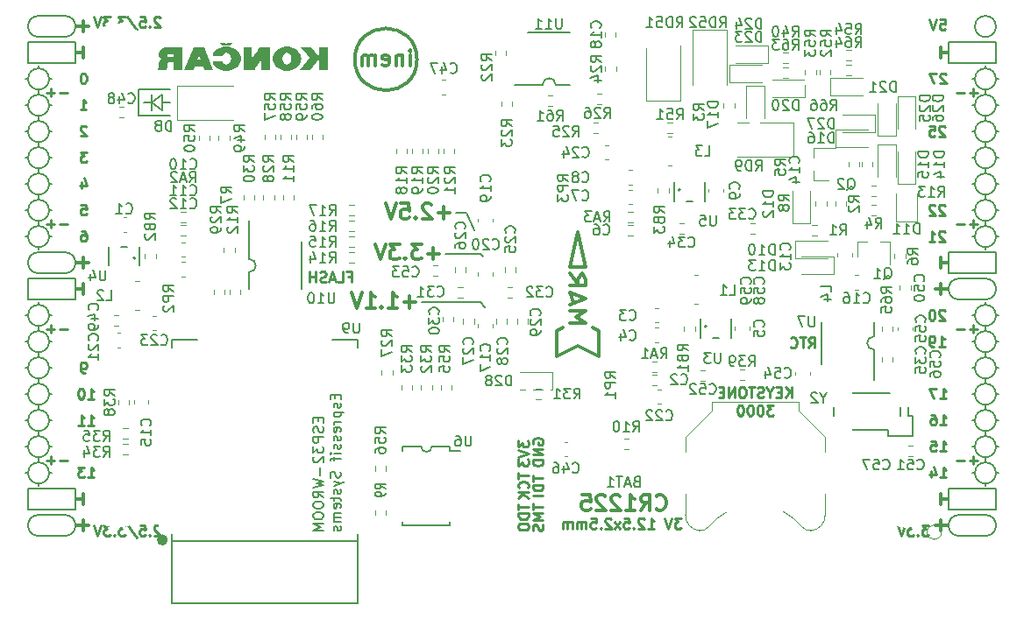
<source format=gbo>
G04 #@! TF.GenerationSoftware,KiCad,Pcbnew,5.0.0-rc3+dfsg1-2*
G04 #@! TF.CreationDate,2018-07-15T09:15:31+02:00*
G04 #@! TF.ProjectId,ulx3s,756C7833732E6B696361645F70636200,rev?*
G04 #@! TF.SameCoordinates,Original*
G04 #@! TF.FileFunction,Legend,Bot*
G04 #@! TF.FilePolarity,Positive*
%FSLAX46Y46*%
G04 Gerber Fmt 4.6, Leading zero omitted, Abs format (unit mm)*
G04 Created by KiCad (PCBNEW 5.0.0-rc3+dfsg1-2) date Sun Jul 15 09:15:31 2018*
%MOMM*%
%LPD*%
G01*
G04 APERTURE LIST*
%ADD10C,0.200000*%
%ADD11C,0.250000*%
%ADD12C,0.300000*%
%ADD13C,0.500000*%
%ADD14C,0.150000*%
%ADD15C,0.120000*%
%ADD16C,0.100000*%
%ADD17C,1.200000*%
%ADD18C,2.100000*%
%ADD19O,2.600000X1.000000*%
%ADD20O,1.000000X2.600000*%
%ADD21R,6.100000X6.100000*%
%ADD22R,0.770000X1.100000*%
%ADD23R,1.500000X1.395000*%
%ADD24R,2.600000X1.900000*%
%ADD25R,1.900000X2.600000*%
%ADD26R,3.800000X3.600000*%
%ADD27C,9.100000*%
%ADD28R,1.650000X0.700000*%
%ADD29O,1.650000X0.700000*%
%ADD30R,0.700000X2.200000*%
%ADD31O,0.700000X2.200000*%
%ADD32R,0.700000X1.650000*%
%ADD33O,0.700000X1.650000*%
%ADD34R,1.100000X0.500000*%
%ADD35R,0.800000X1.300000*%
%ADD36O,1.827200X1.827200*%
%ADD37R,1.827200X1.827200*%
%ADD38C,5.600000*%
%ADD39R,1.827200X2.132000*%
%ADD40O,1.827200X2.132000*%
%ADD41C,1.800000*%
%ADD42R,1.900000X1.500000*%
%ADD43R,1.070000X1.600000*%
%ADD44R,1.600000X1.070000*%
%ADD45R,1.100000X0.770000*%
%ADD46R,1.100000X1.100000*%
%ADD47C,0.400000*%
%ADD48R,1.800000X1.800000*%
%ADD49O,1.800000X1.800000*%
%ADD50R,1.600000X2.800000*%
%ADD51R,0.900000X1.000000*%
%ADD52R,1.000000X0.900000*%
%ADD53R,0.920000X1.100000*%
%ADD54R,1.100000X0.920000*%
%ADD55R,1.500000X1.220000*%
G04 APERTURE END LIST*
D10*
X136660000Y-80742000D02*
X135644000Y-80742000D01*
X137422000Y-82393000D02*
X136660000Y-80742000D01*
X138057000Y-84679000D02*
X134628000Y-84679000D01*
X138311000Y-84933000D02*
X138057000Y-84679000D01*
X138057000Y-89378000D02*
X138438000Y-89886000D01*
X132342000Y-89378000D02*
X138057000Y-89378000D01*
D11*
X99893476Y-96180380D02*
X99703000Y-96180380D01*
X99607761Y-96132761D01*
X99560142Y-96085142D01*
X99464904Y-95942285D01*
X99417285Y-95751809D01*
X99417285Y-95370857D01*
X99464904Y-95275619D01*
X99512523Y-95228000D01*
X99607761Y-95180380D01*
X99798238Y-95180380D01*
X99893476Y-95228000D01*
X99941095Y-95275619D01*
X99988714Y-95370857D01*
X99988714Y-95608952D01*
X99941095Y-95704190D01*
X99893476Y-95751809D01*
X99798238Y-95799428D01*
X99607761Y-95799428D01*
X99512523Y-95751809D01*
X99464904Y-95704190D01*
X99417285Y-95608952D01*
X100147476Y-101260380D02*
X100718904Y-101260380D01*
X100433190Y-101260380D02*
X100433190Y-100260380D01*
X100528428Y-100403238D01*
X100623666Y-100498476D01*
X100718904Y-100546095D01*
X99195095Y-101260380D02*
X99766523Y-101260380D01*
X99480809Y-101260380D02*
X99480809Y-100260380D01*
X99576047Y-100403238D01*
X99671285Y-100498476D01*
X99766523Y-100546095D01*
D10*
X105037000Y-68804000D02*
X108085000Y-68804000D01*
X105037000Y-71344000D02*
X105037000Y-68804000D01*
X108085000Y-71344000D02*
X105037000Y-71344000D01*
X107323000Y-70074000D02*
X108085000Y-70074000D01*
X106307000Y-70074000D02*
X105545000Y-70074000D01*
X106307000Y-70836000D02*
X106307000Y-70074000D01*
X106307000Y-69312000D02*
X106307000Y-70836000D01*
X107323000Y-69312000D02*
X107323000Y-70836000D01*
X106307000Y-70074000D02*
X107323000Y-69312000D01*
X107323000Y-70836000D02*
X106307000Y-70074000D01*
D11*
X182887904Y-72415619D02*
X182840285Y-72368000D01*
X182745047Y-72320380D01*
X182506952Y-72320380D01*
X182411714Y-72368000D01*
X182364095Y-72415619D01*
X182316476Y-72510857D01*
X182316476Y-72606095D01*
X182364095Y-72748952D01*
X182935523Y-73320380D01*
X182316476Y-73320380D01*
X181411714Y-72320380D02*
X181887904Y-72320380D01*
X181935523Y-72796571D01*
X181887904Y-72748952D01*
X181792666Y-72701333D01*
X181554571Y-72701333D01*
X181459333Y-72748952D01*
X181411714Y-72796571D01*
X181364095Y-72891809D01*
X181364095Y-73129904D01*
X181411714Y-73225142D01*
X181459333Y-73272761D01*
X181554571Y-73320380D01*
X181792666Y-73320380D01*
X181887904Y-73272761D01*
X181935523Y-73225142D01*
X182887904Y-80035619D02*
X182840285Y-79988000D01*
X182745047Y-79940380D01*
X182506952Y-79940380D01*
X182411714Y-79988000D01*
X182364095Y-80035619D01*
X182316476Y-80130857D01*
X182316476Y-80226095D01*
X182364095Y-80368952D01*
X182935523Y-80940380D01*
X182316476Y-80940380D01*
X181935523Y-80035619D02*
X181887904Y-79988000D01*
X181792666Y-79940380D01*
X181554571Y-79940380D01*
X181459333Y-79988000D01*
X181411714Y-80035619D01*
X181364095Y-80130857D01*
X181364095Y-80226095D01*
X181411714Y-80368952D01*
X181983142Y-80940380D01*
X181364095Y-80940380D01*
X182887904Y-82575619D02*
X182840285Y-82528000D01*
X182745047Y-82480380D01*
X182506952Y-82480380D01*
X182411714Y-82528000D01*
X182364095Y-82575619D01*
X182316476Y-82670857D01*
X182316476Y-82766095D01*
X182364095Y-82908952D01*
X182935523Y-83480380D01*
X182316476Y-83480380D01*
X181364095Y-83480380D02*
X181935523Y-83480380D01*
X181649809Y-83480380D02*
X181649809Y-82480380D01*
X181745047Y-82623238D01*
X181840285Y-82718476D01*
X181935523Y-82766095D01*
X182887904Y-90195619D02*
X182840285Y-90148000D01*
X182745047Y-90100380D01*
X182506952Y-90100380D01*
X182411714Y-90148000D01*
X182364095Y-90195619D01*
X182316476Y-90290857D01*
X182316476Y-90386095D01*
X182364095Y-90528952D01*
X182935523Y-91100380D01*
X182316476Y-91100380D01*
X181697428Y-90100380D02*
X181602190Y-90100380D01*
X181506952Y-90148000D01*
X181459333Y-90195619D01*
X181411714Y-90290857D01*
X181364095Y-90481333D01*
X181364095Y-90719428D01*
X181411714Y-90909904D01*
X181459333Y-91005142D01*
X181506952Y-91052761D01*
X181602190Y-91100380D01*
X181697428Y-91100380D01*
X181792666Y-91052761D01*
X181840285Y-91005142D01*
X181887904Y-90909904D01*
X181935523Y-90719428D01*
X181935523Y-90481333D01*
X181887904Y-90290857D01*
X181840285Y-90195619D01*
X181792666Y-90148000D01*
X181697428Y-90100380D01*
X182316476Y-93640380D02*
X182887904Y-93640380D01*
X182602190Y-93640380D02*
X182602190Y-92640380D01*
X182697428Y-92783238D01*
X182792666Y-92878476D01*
X182887904Y-92926095D01*
X181840285Y-93640380D02*
X181649809Y-93640380D01*
X181554571Y-93592761D01*
X181506952Y-93545142D01*
X181411714Y-93402285D01*
X181364095Y-93211809D01*
X181364095Y-92830857D01*
X181411714Y-92735619D01*
X181459333Y-92688000D01*
X181554571Y-92640380D01*
X181745047Y-92640380D01*
X181840285Y-92688000D01*
X181887904Y-92735619D01*
X181935523Y-92830857D01*
X181935523Y-93068952D01*
X181887904Y-93164190D01*
X181840285Y-93211809D01*
X181745047Y-93259428D01*
X181554571Y-93259428D01*
X181459333Y-93211809D01*
X181411714Y-93164190D01*
X181364095Y-93068952D01*
X125269476Y-86893571D02*
X125602809Y-86893571D01*
X125602809Y-87417380D02*
X125602809Y-86417380D01*
X125126619Y-86417380D01*
X124269476Y-87417380D02*
X124745666Y-87417380D01*
X124745666Y-86417380D01*
X123983761Y-87131666D02*
X123507571Y-87131666D01*
X124079000Y-87417380D02*
X123745666Y-86417380D01*
X123412333Y-87417380D01*
X123126619Y-87369761D02*
X122983761Y-87417380D01*
X122745666Y-87417380D01*
X122650428Y-87369761D01*
X122602809Y-87322142D01*
X122555190Y-87226904D01*
X122555190Y-87131666D01*
X122602809Y-87036428D01*
X122650428Y-86988809D01*
X122745666Y-86941190D01*
X122936142Y-86893571D01*
X123031380Y-86845952D01*
X123079000Y-86798333D01*
X123126619Y-86703095D01*
X123126619Y-86607857D01*
X123079000Y-86512619D01*
X123031380Y-86465000D01*
X122936142Y-86417380D01*
X122698047Y-86417380D01*
X122555190Y-86465000D01*
X122126619Y-87417380D02*
X122126619Y-86417380D01*
X122126619Y-86893571D02*
X121555190Y-86893571D01*
X121555190Y-87417380D02*
X121555190Y-86417380D01*
X157418095Y-110252380D02*
X156799047Y-110252380D01*
X157132380Y-110633333D01*
X156989523Y-110633333D01*
X156894285Y-110680952D01*
X156846666Y-110728571D01*
X156799047Y-110823809D01*
X156799047Y-111061904D01*
X156846666Y-111157142D01*
X156894285Y-111204761D01*
X156989523Y-111252380D01*
X157275238Y-111252380D01*
X157370476Y-111204761D01*
X157418095Y-111157142D01*
X156513333Y-110252380D02*
X156180000Y-111252380D01*
X155846666Y-110252380D01*
X154227619Y-111252380D02*
X154799047Y-111252380D01*
X154513333Y-111252380D02*
X154513333Y-110252380D01*
X154608571Y-110395238D01*
X154703809Y-110490476D01*
X154799047Y-110538095D01*
X153846666Y-110347619D02*
X153799047Y-110300000D01*
X153703809Y-110252380D01*
X153465714Y-110252380D01*
X153370476Y-110300000D01*
X153322857Y-110347619D01*
X153275238Y-110442857D01*
X153275238Y-110538095D01*
X153322857Y-110680952D01*
X153894285Y-111252380D01*
X153275238Y-111252380D01*
X152846666Y-111157142D02*
X152799047Y-111204761D01*
X152846666Y-111252380D01*
X152894285Y-111204761D01*
X152846666Y-111157142D01*
X152846666Y-111252380D01*
X151894285Y-110252380D02*
X152370476Y-110252380D01*
X152418095Y-110728571D01*
X152370476Y-110680952D01*
X152275238Y-110633333D01*
X152037142Y-110633333D01*
X151941904Y-110680952D01*
X151894285Y-110728571D01*
X151846666Y-110823809D01*
X151846666Y-111061904D01*
X151894285Y-111157142D01*
X151941904Y-111204761D01*
X152037142Y-111252380D01*
X152275238Y-111252380D01*
X152370476Y-111204761D01*
X152418095Y-111157142D01*
X151513333Y-111252380D02*
X150989523Y-110585714D01*
X151513333Y-110585714D02*
X150989523Y-111252380D01*
X150656190Y-110347619D02*
X150608571Y-110300000D01*
X150513333Y-110252380D01*
X150275238Y-110252380D01*
X150180000Y-110300000D01*
X150132380Y-110347619D01*
X150084761Y-110442857D01*
X150084761Y-110538095D01*
X150132380Y-110680952D01*
X150703809Y-111252380D01*
X150084761Y-111252380D01*
X149656190Y-111157142D02*
X149608571Y-111204761D01*
X149656190Y-111252380D01*
X149703809Y-111204761D01*
X149656190Y-111157142D01*
X149656190Y-111252380D01*
X148703809Y-110252380D02*
X149180000Y-110252380D01*
X149227619Y-110728571D01*
X149180000Y-110680952D01*
X149084761Y-110633333D01*
X148846666Y-110633333D01*
X148751428Y-110680952D01*
X148703809Y-110728571D01*
X148656190Y-110823809D01*
X148656190Y-111061904D01*
X148703809Y-111157142D01*
X148751428Y-111204761D01*
X148846666Y-111252380D01*
X149084761Y-111252380D01*
X149180000Y-111204761D01*
X149227619Y-111157142D01*
X148227619Y-111252380D02*
X148227619Y-110585714D01*
X148227619Y-110680952D02*
X148180000Y-110633333D01*
X148084761Y-110585714D01*
X147941904Y-110585714D01*
X147846666Y-110633333D01*
X147799047Y-110728571D01*
X147799047Y-111252380D01*
X147799047Y-110728571D02*
X147751428Y-110633333D01*
X147656190Y-110585714D01*
X147513333Y-110585714D01*
X147418095Y-110633333D01*
X147370476Y-110728571D01*
X147370476Y-111252380D01*
X146894285Y-111252380D02*
X146894285Y-110585714D01*
X146894285Y-110680952D02*
X146846666Y-110633333D01*
X146751428Y-110585714D01*
X146608571Y-110585714D01*
X146513333Y-110633333D01*
X146465714Y-110728571D01*
X146465714Y-111252380D01*
X146465714Y-110728571D02*
X146418095Y-110633333D01*
X146322857Y-110585714D01*
X146180000Y-110585714D01*
X146084761Y-110633333D01*
X146037142Y-110728571D01*
X146037142Y-111252380D01*
X168085000Y-98577380D02*
X168085000Y-97577380D01*
X167513571Y-98577380D02*
X167942142Y-98005952D01*
X167513571Y-97577380D02*
X168085000Y-98148809D01*
X167085000Y-98053571D02*
X166751666Y-98053571D01*
X166608809Y-98577380D02*
X167085000Y-98577380D01*
X167085000Y-97577380D01*
X166608809Y-97577380D01*
X165989761Y-98101190D02*
X165989761Y-98577380D01*
X166323095Y-97577380D02*
X165989761Y-98101190D01*
X165656428Y-97577380D01*
X165370714Y-98529761D02*
X165227857Y-98577380D01*
X164989761Y-98577380D01*
X164894523Y-98529761D01*
X164846904Y-98482142D01*
X164799285Y-98386904D01*
X164799285Y-98291666D01*
X164846904Y-98196428D01*
X164894523Y-98148809D01*
X164989761Y-98101190D01*
X165180238Y-98053571D01*
X165275476Y-98005952D01*
X165323095Y-97958333D01*
X165370714Y-97863095D01*
X165370714Y-97767857D01*
X165323095Y-97672619D01*
X165275476Y-97625000D01*
X165180238Y-97577380D01*
X164942142Y-97577380D01*
X164799285Y-97625000D01*
X164513571Y-97577380D02*
X163942142Y-97577380D01*
X164227857Y-98577380D02*
X164227857Y-97577380D01*
X163418333Y-97577380D02*
X163227857Y-97577380D01*
X163132619Y-97625000D01*
X163037380Y-97720238D01*
X162989761Y-97910714D01*
X162989761Y-98244047D01*
X163037380Y-98434523D01*
X163132619Y-98529761D01*
X163227857Y-98577380D01*
X163418333Y-98577380D01*
X163513571Y-98529761D01*
X163608809Y-98434523D01*
X163656428Y-98244047D01*
X163656428Y-97910714D01*
X163608809Y-97720238D01*
X163513571Y-97625000D01*
X163418333Y-97577380D01*
X162561190Y-98577380D02*
X162561190Y-97577380D01*
X161989761Y-98577380D01*
X161989761Y-97577380D01*
X161513571Y-98053571D02*
X161180238Y-98053571D01*
X161037380Y-98577380D02*
X161513571Y-98577380D01*
X161513571Y-97577380D01*
X161037380Y-97577380D01*
X166346904Y-99327380D02*
X165727857Y-99327380D01*
X166061190Y-99708333D01*
X165918333Y-99708333D01*
X165823095Y-99755952D01*
X165775476Y-99803571D01*
X165727857Y-99898809D01*
X165727857Y-100136904D01*
X165775476Y-100232142D01*
X165823095Y-100279761D01*
X165918333Y-100327380D01*
X166204047Y-100327380D01*
X166299285Y-100279761D01*
X166346904Y-100232142D01*
X165108809Y-99327380D02*
X165013571Y-99327380D01*
X164918333Y-99375000D01*
X164870714Y-99422619D01*
X164823095Y-99517857D01*
X164775476Y-99708333D01*
X164775476Y-99946428D01*
X164823095Y-100136904D01*
X164870714Y-100232142D01*
X164918333Y-100279761D01*
X165013571Y-100327380D01*
X165108809Y-100327380D01*
X165204047Y-100279761D01*
X165251666Y-100232142D01*
X165299285Y-100136904D01*
X165346904Y-99946428D01*
X165346904Y-99708333D01*
X165299285Y-99517857D01*
X165251666Y-99422619D01*
X165204047Y-99375000D01*
X165108809Y-99327380D01*
X164156428Y-99327380D02*
X164061190Y-99327380D01*
X163965952Y-99375000D01*
X163918333Y-99422619D01*
X163870714Y-99517857D01*
X163823095Y-99708333D01*
X163823095Y-99946428D01*
X163870714Y-100136904D01*
X163918333Y-100232142D01*
X163965952Y-100279761D01*
X164061190Y-100327380D01*
X164156428Y-100327380D01*
X164251666Y-100279761D01*
X164299285Y-100232142D01*
X164346904Y-100136904D01*
X164394523Y-99946428D01*
X164394523Y-99708333D01*
X164346904Y-99517857D01*
X164299285Y-99422619D01*
X164251666Y-99375000D01*
X164156428Y-99327380D01*
X163204047Y-99327380D02*
X163108809Y-99327380D01*
X163013571Y-99375000D01*
X162965952Y-99422619D01*
X162918333Y-99517857D01*
X162870714Y-99708333D01*
X162870714Y-99946428D01*
X162918333Y-100136904D01*
X162965952Y-100232142D01*
X163013571Y-100279761D01*
X163108809Y-100327380D01*
X163204047Y-100327380D01*
X163299285Y-100279761D01*
X163346904Y-100232142D01*
X163394523Y-100136904D01*
X163442142Y-99946428D01*
X163442142Y-99708333D01*
X163394523Y-99517857D01*
X163346904Y-99422619D01*
X163299285Y-99375000D01*
X163204047Y-99327380D01*
D12*
X182492000Y-87582000D02*
X182492000Y-88598000D01*
X183254000Y-88090000D02*
X181984000Y-88090000D01*
X182492000Y-110442000D02*
X182492000Y-111458000D01*
X183254000Y-110950000D02*
X181984000Y-110950000D01*
X99688000Y-62182000D02*
X99688000Y-63198000D01*
X98926000Y-62690000D02*
X100196000Y-62690000D01*
X99688000Y-110442000D02*
X99688000Y-111458000D01*
X98926000Y-110950000D02*
X100196000Y-110950000D01*
X99688000Y-85042000D02*
X99688000Y-86058000D01*
X98926000Y-85550000D02*
X100196000Y-85550000D01*
D10*
X187826000Y-62690000D02*
G75*
G03X187826000Y-62690000I-1016000J0D01*
G01*
X184270000Y-87074000D02*
X186810000Y-87074000D01*
X184270000Y-89106000D02*
X186810000Y-89106000D01*
X184270000Y-87074000D02*
G75*
G03X184270000Y-89106000I0J-1016000D01*
G01*
X186810000Y-89106000D02*
G75*
G03X186810000Y-87074000I0J1016000D01*
G01*
X184270000Y-111966000D02*
X186810000Y-111966000D01*
X184270000Y-109934000D02*
X186810000Y-109934000D01*
X184270000Y-109934000D02*
G75*
G03X184270000Y-111966000I0J-1016000D01*
G01*
X186810000Y-111966000D02*
G75*
G03X186810000Y-109934000I0J1016000D01*
G01*
X97910000Y-63706000D02*
G75*
G03X97910000Y-61674000I0J1016000D01*
G01*
X95370000Y-61674000D02*
X97910000Y-61674000D01*
X95370000Y-63706000D02*
X97910000Y-63706000D01*
X95370000Y-61674000D02*
G75*
G03X95370000Y-63706000I0J-1016000D01*
G01*
X95370000Y-86566000D02*
X97910000Y-86566000D01*
X95370000Y-84534000D02*
X97910000Y-84534000D01*
X95370000Y-84534000D02*
G75*
G03X95370000Y-86566000I0J-1016000D01*
G01*
X97910000Y-86566000D02*
G75*
G03X97910000Y-84534000I0J1016000D01*
G01*
X95370000Y-111966000D02*
X97910000Y-111966000D01*
X95370000Y-109934000D02*
X97910000Y-109934000D01*
X95370000Y-109934000D02*
G75*
G03X95370000Y-111966000I0J-1016000D01*
G01*
X97910000Y-111966000D02*
G75*
G03X97910000Y-109934000I0J1016000D01*
G01*
X98926000Y-107394000D02*
X94354000Y-107394000D01*
X98926000Y-109426000D02*
X98926000Y-107394000D01*
X94354000Y-109426000D02*
X98926000Y-109426000D01*
X94354000Y-107394000D02*
X94354000Y-109426000D01*
X187826000Y-107394000D02*
X183254000Y-107394000D01*
X187826000Y-109426000D02*
X187826000Y-107394000D01*
X183254000Y-109426000D02*
X187826000Y-109426000D01*
X183254000Y-107394000D02*
X183254000Y-109426000D01*
X187826000Y-84534000D02*
X183254000Y-84534000D01*
X187826000Y-86566000D02*
X187826000Y-84534000D01*
X183254000Y-86566000D02*
X187826000Y-86566000D01*
X183254000Y-84534000D02*
X183254000Y-86566000D01*
X187826000Y-64214000D02*
X183254000Y-64214000D01*
X187826000Y-66246000D02*
X187826000Y-64214000D01*
X183254000Y-66246000D02*
X187826000Y-66246000D01*
X183254000Y-64214000D02*
X183254000Y-66246000D01*
X98926000Y-64214000D02*
X94354000Y-64214000D01*
X98926000Y-66246000D02*
X98926000Y-64214000D01*
X94354000Y-66246000D02*
X98926000Y-66246000D01*
X94354000Y-64214000D02*
X94354000Y-66246000D01*
X98926000Y-87074000D02*
X94354000Y-87074000D01*
X98926000Y-89106000D02*
X98926000Y-87074000D01*
X94354000Y-89106000D02*
X98926000Y-89106000D01*
X94354000Y-87074000D02*
X94354000Y-89106000D01*
D11*
X186032000Y-91971428D02*
X185270095Y-91971428D01*
X185651047Y-92352380D02*
X185651047Y-91590476D01*
X184793904Y-91971428D02*
X184032000Y-91971428D01*
X186032000Y-69111428D02*
X185270095Y-69111428D01*
X185651047Y-69492380D02*
X185651047Y-68730476D01*
X184793904Y-69111428D02*
X184032000Y-69111428D01*
X186032000Y-81811428D02*
X185270095Y-81811428D01*
X185651047Y-82192380D02*
X185651047Y-81430476D01*
X184793904Y-81811428D02*
X184032000Y-81811428D01*
X186032000Y-104671428D02*
X185270095Y-104671428D01*
X185651047Y-105052380D02*
X185651047Y-104290476D01*
X184793904Y-104671428D02*
X184032000Y-104671428D01*
X98148000Y-104671428D02*
X97386095Y-104671428D01*
X96909904Y-104671428D02*
X96148000Y-104671428D01*
X96528952Y-105052380D02*
X96528952Y-104290476D01*
X98148000Y-91971428D02*
X97386095Y-91971428D01*
X96909904Y-91971428D02*
X96148000Y-91971428D01*
X96528952Y-92352380D02*
X96528952Y-91590476D01*
X98148000Y-81811428D02*
X97386095Y-81811428D01*
X96909904Y-81811428D02*
X96148000Y-81811428D01*
X96528952Y-82192380D02*
X96528952Y-81430476D01*
X98148000Y-69111428D02*
X97386095Y-69111428D01*
X96909904Y-69111428D02*
X96148000Y-69111428D01*
X96528952Y-69492380D02*
X96528952Y-68730476D01*
D12*
X182492000Y-107902000D02*
X182492000Y-108918000D01*
X183254000Y-108410000D02*
X182492000Y-108410000D01*
D10*
X95370000Y-96726000D02*
X95370000Y-97234000D01*
X96386000Y-95710000D02*
X96640000Y-95710000D01*
X94354000Y-95710000D02*
X94100000Y-95710000D01*
X187826000Y-98250000D02*
X188080000Y-98250000D01*
X187826000Y-83010000D02*
X188080000Y-83010000D01*
X95370000Y-107140000D02*
X95370000Y-106886000D01*
X96386000Y-105870000D02*
X96640000Y-105870000D01*
X94354000Y-105870000D02*
X94100000Y-105870000D01*
X94354000Y-103330000D02*
X94100000Y-103330000D01*
X95370000Y-104346000D02*
X95370000Y-104854000D01*
X96386000Y-103330000D02*
X96640000Y-103330000D01*
X94354000Y-100790000D02*
X94100000Y-100790000D01*
X95370000Y-102314000D02*
X95370000Y-101806000D01*
X96386000Y-100790000D02*
X96640000Y-100790000D01*
X95370000Y-99266000D02*
X95370000Y-99774000D01*
X94354000Y-98250000D02*
X94100000Y-98250000D01*
X96386000Y-98250000D02*
X96640000Y-98250000D01*
X95370000Y-94186000D02*
X95370000Y-94694000D01*
X96386000Y-93170000D02*
X96640000Y-93170000D01*
X94354000Y-93170000D02*
X94100000Y-93170000D01*
X94354000Y-90630000D02*
X94100000Y-90630000D01*
X95370000Y-91646000D02*
X95370000Y-92154000D01*
X96640000Y-90630000D02*
X96386000Y-90630000D01*
X95370000Y-89360000D02*
X95370000Y-89614000D01*
X94354000Y-83010000D02*
X94100000Y-83010000D01*
X95370000Y-84280000D02*
X95370000Y-84026000D01*
X96386000Y-83010000D02*
X96640000Y-83010000D01*
X95370000Y-81486000D02*
X95370000Y-81994000D01*
X94354000Y-80470000D02*
X94100000Y-80470000D01*
X96640000Y-80470000D02*
X96386000Y-80470000D01*
X95370000Y-78946000D02*
X95370000Y-79454000D01*
X96386000Y-77930000D02*
X96640000Y-77930000D01*
X94354000Y-77930000D02*
X94100000Y-77930000D01*
X95370000Y-76406000D02*
X95370000Y-76914000D01*
X94354000Y-75390000D02*
X94100000Y-75390000D01*
X96386000Y-75390000D02*
X96640000Y-75390000D01*
X95370000Y-73866000D02*
X95370000Y-74374000D01*
X96386000Y-72850000D02*
X96640000Y-72850000D01*
X94100000Y-72850000D02*
X94354000Y-72850000D01*
X94354000Y-70310000D02*
X94100000Y-70310000D01*
X96640000Y-70310000D02*
X96386000Y-70310000D01*
X95370000Y-71326000D02*
X95370000Y-71834000D01*
X95370000Y-68786000D02*
X95370000Y-69294000D01*
X96386000Y-67770000D02*
X96640000Y-67770000D01*
X94354000Y-67770000D02*
X94100000Y-67770000D01*
X95370000Y-66500000D02*
X95370000Y-66754000D01*
X187826000Y-105870000D02*
X188080000Y-105870000D01*
X186810000Y-107140000D02*
X186810000Y-106886000D01*
X185540000Y-105870000D02*
X185794000Y-105870000D01*
X186810000Y-104346000D02*
X186810000Y-104854000D01*
X187826000Y-103330000D02*
X188080000Y-103330000D01*
X185540000Y-103330000D02*
X185794000Y-103330000D01*
X186810000Y-101806000D02*
X186810000Y-102314000D01*
X187826000Y-100790000D02*
X188080000Y-100790000D01*
X185540000Y-100790000D02*
X185794000Y-100790000D01*
X186810000Y-99266000D02*
X186810000Y-99774000D01*
X185540000Y-98250000D02*
X185794000Y-98250000D01*
X186810000Y-97234000D02*
X186810000Y-96726000D01*
X187826000Y-95710000D02*
X188080000Y-95710000D01*
X185540000Y-95710000D02*
X185794000Y-95710000D01*
X186810000Y-94694000D02*
X186810000Y-94186000D01*
X187826000Y-93170000D02*
X188080000Y-93170000D01*
X185540000Y-93170000D02*
X185794000Y-93170000D01*
X186810000Y-92154000D02*
X186810000Y-91646000D01*
X187826000Y-90630000D02*
X188080000Y-90630000D01*
X185540000Y-90630000D02*
X185794000Y-90630000D01*
X186810000Y-89360000D02*
X186810000Y-89614000D01*
X186810000Y-84280000D02*
X186810000Y-84026000D01*
X185540000Y-83010000D02*
X185794000Y-83010000D01*
X186810000Y-81994000D02*
X186810000Y-81486000D01*
X185794000Y-80470000D02*
X185540000Y-80470000D01*
X187826000Y-80470000D02*
X188080000Y-80470000D01*
X186810000Y-78946000D02*
X186810000Y-79454000D01*
X185794000Y-77930000D02*
X185540000Y-77930000D01*
X187826000Y-77930000D02*
X188080000Y-77930000D01*
X186810000Y-76406000D02*
X186810000Y-76914000D01*
X186810000Y-73866000D02*
X186810000Y-74374000D01*
X185794000Y-75390000D02*
X185540000Y-75390000D01*
X187826000Y-75390000D02*
X188080000Y-75390000D01*
X187826000Y-72850000D02*
X188080000Y-72850000D01*
X185540000Y-72850000D02*
X185794000Y-72850000D01*
X186810000Y-71834000D02*
X186810000Y-71326000D01*
X187826000Y-70310000D02*
X188080000Y-70310000D01*
X185540000Y-70310000D02*
X185794000Y-70310000D01*
X187826000Y-67770000D02*
X188080000Y-67770000D01*
X186810000Y-68786000D02*
X186810000Y-69294000D01*
X185540000Y-67770000D02*
X185794000Y-67770000D01*
X186810000Y-66500000D02*
X186810000Y-66754000D01*
X187826000Y-67770000D02*
G75*
G03X187826000Y-67770000I-1016000J0D01*
G01*
X187826000Y-70310000D02*
G75*
G03X187826000Y-70310000I-1016000J0D01*
G01*
X187826000Y-72850000D02*
G75*
G03X187826000Y-72850000I-1016000J0D01*
G01*
X187826000Y-75390000D02*
G75*
G03X187826000Y-75390000I-1016000J0D01*
G01*
X187826000Y-77930000D02*
G75*
G03X187826000Y-77930000I-1016000J0D01*
G01*
X187826000Y-80470000D02*
G75*
G03X187826000Y-80470000I-1016000J0D01*
G01*
X187826000Y-83010000D02*
G75*
G03X187826000Y-83010000I-1016000J0D01*
G01*
X187826000Y-90630000D02*
G75*
G03X187826000Y-90630000I-1016000J0D01*
G01*
X187826000Y-93170000D02*
G75*
G03X187826000Y-93170000I-1016000J0D01*
G01*
X187826000Y-95710000D02*
G75*
G03X187826000Y-95710000I-1016000J0D01*
G01*
X187826000Y-98250000D02*
G75*
G03X187826000Y-98250000I-1016000J0D01*
G01*
X187826000Y-100790000D02*
G75*
G03X187826000Y-100790000I-1016000J0D01*
G01*
X187826000Y-103330000D02*
G75*
G03X187826000Y-103330000I-1016000J0D01*
G01*
X187826000Y-105870000D02*
G75*
G03X187826000Y-105870000I-1016000J0D01*
G01*
X96386000Y-105870000D02*
G75*
G03X96386000Y-105870000I-1016000J0D01*
G01*
X96386000Y-103330000D02*
G75*
G03X96386000Y-103330000I-1016000J0D01*
G01*
X96386000Y-100790000D02*
G75*
G03X96386000Y-100790000I-1016000J0D01*
G01*
X96386000Y-98250000D02*
G75*
G03X96386000Y-98250000I-1016000J0D01*
G01*
X96386000Y-95710000D02*
G75*
G03X96386000Y-95710000I-1016000J0D01*
G01*
X96386000Y-93170000D02*
G75*
G03X96386000Y-93170000I-1016000J0D01*
G01*
X96386000Y-90630000D02*
G75*
G03X96386000Y-90630000I-1016000J0D01*
G01*
X96386000Y-83010000D02*
G75*
G03X96386000Y-83010000I-1016000J0D01*
G01*
X96386000Y-80470000D02*
G75*
G03X96386000Y-80470000I-1016000J0D01*
G01*
X96386000Y-77930000D02*
G75*
G03X96386000Y-77930000I-1016000J0D01*
G01*
X96386000Y-75390000D02*
G75*
G03X96386000Y-75390000I-1016000J0D01*
G01*
X96386000Y-72850000D02*
G75*
G03X96386000Y-72850000I-1016000J0D01*
G01*
X96386000Y-70310000D02*
G75*
G03X96386000Y-70310000I-1016000J0D01*
G01*
X96386000Y-67770000D02*
G75*
G03X96386000Y-67770000I-1016000J0D01*
G01*
D11*
X182428476Y-62015380D02*
X182904666Y-62015380D01*
X182952285Y-62491571D01*
X182904666Y-62443952D01*
X182809428Y-62396333D01*
X182571333Y-62396333D01*
X182476095Y-62443952D01*
X182428476Y-62491571D01*
X182380857Y-62586809D01*
X182380857Y-62824904D01*
X182428476Y-62920142D01*
X182476095Y-62967761D01*
X182571333Y-63015380D01*
X182809428Y-63015380D01*
X182904666Y-62967761D01*
X182952285Y-62920142D01*
X182095142Y-62015380D02*
X181761809Y-63015380D01*
X181428476Y-62015380D01*
D12*
X182492000Y-64722000D02*
X182492000Y-65738000D01*
X183254000Y-65230000D02*
X182492000Y-65230000D01*
D11*
X182999904Y-67317619D02*
X182952285Y-67270000D01*
X182857047Y-67222380D01*
X182618952Y-67222380D01*
X182523714Y-67270000D01*
X182476095Y-67317619D01*
X182428476Y-67412857D01*
X182428476Y-67508095D01*
X182476095Y-67650952D01*
X183047523Y-68222380D01*
X182428476Y-68222380D01*
X182095142Y-67222380D02*
X181428476Y-67222380D01*
X181857047Y-68222380D01*
D12*
X182492000Y-85042000D02*
X182492000Y-86058000D01*
X183254000Y-85550000D02*
X182492000Y-85550000D01*
D11*
X182428476Y-98702380D02*
X182999904Y-98702380D01*
X182714190Y-98702380D02*
X182714190Y-97702380D01*
X182809428Y-97845238D01*
X182904666Y-97940476D01*
X182999904Y-97988095D01*
X182095142Y-97702380D02*
X181428476Y-97702380D01*
X181857047Y-98702380D01*
X182428476Y-101242380D02*
X182999904Y-101242380D01*
X182714190Y-101242380D02*
X182714190Y-100242380D01*
X182809428Y-100385238D01*
X182904666Y-100480476D01*
X182999904Y-100528095D01*
X181571333Y-100242380D02*
X181761809Y-100242380D01*
X181857047Y-100290000D01*
X181904666Y-100337619D01*
X181999904Y-100480476D01*
X182047523Y-100670952D01*
X182047523Y-101051904D01*
X181999904Y-101147142D01*
X181952285Y-101194761D01*
X181857047Y-101242380D01*
X181666571Y-101242380D01*
X181571333Y-101194761D01*
X181523714Y-101147142D01*
X181476095Y-101051904D01*
X181476095Y-100813809D01*
X181523714Y-100718571D01*
X181571333Y-100670952D01*
X181666571Y-100623333D01*
X181857047Y-100623333D01*
X181952285Y-100670952D01*
X181999904Y-100718571D01*
X182047523Y-100813809D01*
X182428476Y-103782380D02*
X182999904Y-103782380D01*
X182714190Y-103782380D02*
X182714190Y-102782380D01*
X182809428Y-102925238D01*
X182904666Y-103020476D01*
X182999904Y-103068095D01*
X181523714Y-102782380D02*
X181999904Y-102782380D01*
X182047523Y-103258571D01*
X181999904Y-103210952D01*
X181904666Y-103163333D01*
X181666571Y-103163333D01*
X181571333Y-103210952D01*
X181523714Y-103258571D01*
X181476095Y-103353809D01*
X181476095Y-103591904D01*
X181523714Y-103687142D01*
X181571333Y-103734761D01*
X181666571Y-103782380D01*
X181904666Y-103782380D01*
X181999904Y-103734761D01*
X182047523Y-103687142D01*
X182428476Y-106322380D02*
X182999904Y-106322380D01*
X182714190Y-106322380D02*
X182714190Y-105322380D01*
X182809428Y-105465238D01*
X182904666Y-105560476D01*
X182999904Y-105608095D01*
X181571333Y-105655714D02*
X181571333Y-106322380D01*
X181809428Y-105274761D02*
X182047523Y-105989047D01*
X181428476Y-105989047D01*
X181312642Y-110928380D02*
X180693595Y-110928380D01*
X181026928Y-111309333D01*
X180884071Y-111309333D01*
X180788833Y-111356952D01*
X180741214Y-111404571D01*
X180693595Y-111499809D01*
X180693595Y-111737904D01*
X180741214Y-111833142D01*
X180788833Y-111880761D01*
X180884071Y-111928380D01*
X181169785Y-111928380D01*
X181265023Y-111880761D01*
X181312642Y-111833142D01*
X180265023Y-111833142D02*
X180217404Y-111880761D01*
X180265023Y-111928380D01*
X180312642Y-111880761D01*
X180265023Y-111833142D01*
X180265023Y-111928380D01*
X179884071Y-110928380D02*
X179265023Y-110928380D01*
X179598357Y-111309333D01*
X179455500Y-111309333D01*
X179360261Y-111356952D01*
X179312642Y-111404571D01*
X179265023Y-111499809D01*
X179265023Y-111737904D01*
X179312642Y-111833142D01*
X179360261Y-111880761D01*
X179455500Y-111928380D01*
X179741214Y-111928380D01*
X179836452Y-111880761D01*
X179884071Y-111833142D01*
X178979309Y-110928380D02*
X178645976Y-111928380D01*
X178312642Y-110928380D01*
D12*
X99688000Y-108918000D02*
X99688000Y-107902000D01*
X98926000Y-108410000D02*
X99688000Y-108410000D01*
X99688000Y-88598000D02*
X99688000Y-87582000D01*
X98926000Y-88090000D02*
X99688000Y-88090000D01*
X99688000Y-64722000D02*
X99688000Y-65738000D01*
X98926000Y-65230000D02*
X99688000Y-65230000D01*
D11*
X107103690Y-111023619D02*
X107056071Y-110976000D01*
X106960833Y-110928380D01*
X106722738Y-110928380D01*
X106627500Y-110976000D01*
X106579880Y-111023619D01*
X106532261Y-111118857D01*
X106532261Y-111214095D01*
X106579880Y-111356952D01*
X107151309Y-111928380D01*
X106532261Y-111928380D01*
X106103690Y-111833142D02*
X106056071Y-111880761D01*
X106103690Y-111928380D01*
X106151309Y-111880761D01*
X106103690Y-111833142D01*
X106103690Y-111928380D01*
X105151309Y-110928380D02*
X105627500Y-110928380D01*
X105675119Y-111404571D01*
X105627500Y-111356952D01*
X105532261Y-111309333D01*
X105294166Y-111309333D01*
X105198928Y-111356952D01*
X105151309Y-111404571D01*
X105103690Y-111499809D01*
X105103690Y-111737904D01*
X105151309Y-111833142D01*
X105198928Y-111880761D01*
X105294166Y-111928380D01*
X105532261Y-111928380D01*
X105627500Y-111880761D01*
X105675119Y-111833142D01*
X103960833Y-110880761D02*
X104817976Y-112166476D01*
X103722738Y-110928380D02*
X103103690Y-110928380D01*
X103437023Y-111309333D01*
X103294166Y-111309333D01*
X103198928Y-111356952D01*
X103151309Y-111404571D01*
X103103690Y-111499809D01*
X103103690Y-111737904D01*
X103151309Y-111833142D01*
X103198928Y-111880761D01*
X103294166Y-111928380D01*
X103579880Y-111928380D01*
X103675119Y-111880761D01*
X103722738Y-111833142D01*
X102675119Y-111833142D02*
X102627500Y-111880761D01*
X102675119Y-111928380D01*
X102722738Y-111880761D01*
X102675119Y-111833142D01*
X102675119Y-111928380D01*
X102294166Y-110928380D02*
X101675119Y-110928380D01*
X102008452Y-111309333D01*
X101865595Y-111309333D01*
X101770357Y-111356952D01*
X101722738Y-111404571D01*
X101675119Y-111499809D01*
X101675119Y-111737904D01*
X101722738Y-111833142D01*
X101770357Y-111880761D01*
X101865595Y-111928380D01*
X102151309Y-111928380D01*
X102246547Y-111880761D01*
X102294166Y-111833142D01*
X101389404Y-110928380D02*
X101056071Y-111928380D01*
X100722738Y-110928380D01*
X100132476Y-106322380D02*
X100703904Y-106322380D01*
X100418190Y-106322380D02*
X100418190Y-105322380D01*
X100513428Y-105465238D01*
X100608666Y-105560476D01*
X100703904Y-105608095D01*
X99799142Y-105322380D02*
X99180095Y-105322380D01*
X99513428Y-105703333D01*
X99370571Y-105703333D01*
X99275333Y-105750952D01*
X99227714Y-105798571D01*
X99180095Y-105893809D01*
X99180095Y-106131904D01*
X99227714Y-106227142D01*
X99275333Y-106274761D01*
X99370571Y-106322380D01*
X99656285Y-106322380D01*
X99751523Y-106274761D01*
X99799142Y-106227142D01*
X100147476Y-98720380D02*
X100718904Y-98720380D01*
X100433190Y-98720380D02*
X100433190Y-97720380D01*
X100528428Y-97863238D01*
X100623666Y-97958476D01*
X100718904Y-98006095D01*
X99528428Y-97720380D02*
X99433190Y-97720380D01*
X99337952Y-97768000D01*
X99290333Y-97815619D01*
X99242714Y-97910857D01*
X99195095Y-98101333D01*
X99195095Y-98339428D01*
X99242714Y-98529904D01*
X99290333Y-98625142D01*
X99337952Y-98672761D01*
X99433190Y-98720380D01*
X99528428Y-98720380D01*
X99623666Y-98672761D01*
X99671285Y-98625142D01*
X99718904Y-98529904D01*
X99766523Y-98339428D01*
X99766523Y-98101333D01*
X99718904Y-97910857D01*
X99671285Y-97815619D01*
X99623666Y-97768000D01*
X99528428Y-97720380D01*
X99512523Y-82462380D02*
X99703000Y-82462380D01*
X99798238Y-82510000D01*
X99845857Y-82557619D01*
X99941095Y-82700476D01*
X99988714Y-82890952D01*
X99988714Y-83271904D01*
X99941095Y-83367142D01*
X99893476Y-83414761D01*
X99798238Y-83462380D01*
X99607761Y-83462380D01*
X99512523Y-83414761D01*
X99464904Y-83367142D01*
X99417285Y-83271904D01*
X99417285Y-83033809D01*
X99464904Y-82938571D01*
X99512523Y-82890952D01*
X99607761Y-82843333D01*
X99798238Y-82843333D01*
X99893476Y-82890952D01*
X99941095Y-82938571D01*
X99988714Y-83033809D01*
X99464904Y-79922380D02*
X99941095Y-79922380D01*
X99988714Y-80398571D01*
X99941095Y-80350952D01*
X99845857Y-80303333D01*
X99607761Y-80303333D01*
X99512523Y-80350952D01*
X99464904Y-80398571D01*
X99417285Y-80493809D01*
X99417285Y-80731904D01*
X99464904Y-80827142D01*
X99512523Y-80874761D01*
X99607761Y-80922380D01*
X99845857Y-80922380D01*
X99941095Y-80874761D01*
X99988714Y-80827142D01*
X99512523Y-77715714D02*
X99512523Y-78382380D01*
X99750619Y-77334761D02*
X99988714Y-78049047D01*
X99369666Y-78049047D01*
X100021333Y-74842380D02*
X99402285Y-74842380D01*
X99735619Y-75223333D01*
X99592761Y-75223333D01*
X99497523Y-75270952D01*
X99449904Y-75318571D01*
X99402285Y-75413809D01*
X99402285Y-75651904D01*
X99449904Y-75747142D01*
X99497523Y-75794761D01*
X99592761Y-75842380D01*
X99878476Y-75842380D01*
X99973714Y-75794761D01*
X100021333Y-75747142D01*
X99973714Y-72397619D02*
X99926095Y-72350000D01*
X99830857Y-72302380D01*
X99592761Y-72302380D01*
X99497523Y-72350000D01*
X99449904Y-72397619D01*
X99402285Y-72492857D01*
X99402285Y-72588095D01*
X99449904Y-72730952D01*
X100021333Y-73302380D01*
X99402285Y-73302380D01*
X99402285Y-70762380D02*
X99973714Y-70762380D01*
X99688000Y-70762380D02*
X99688000Y-69762380D01*
X99783238Y-69905238D01*
X99878476Y-70000476D01*
X99973714Y-70048095D01*
X99750619Y-67222380D02*
X99655380Y-67222380D01*
X99560142Y-67270000D01*
X99512523Y-67317619D01*
X99464904Y-67412857D01*
X99417285Y-67603333D01*
X99417285Y-67841428D01*
X99464904Y-68031904D01*
X99512523Y-68127142D01*
X99560142Y-68174761D01*
X99655380Y-68222380D01*
X99750619Y-68222380D01*
X99845857Y-68174761D01*
X99893476Y-68127142D01*
X99941095Y-68031904D01*
X99988714Y-67841428D01*
X99988714Y-67603333D01*
X99941095Y-67412857D01*
X99893476Y-67317619D01*
X99845857Y-67270000D01*
X99750619Y-67222380D01*
X107103690Y-61874619D02*
X107056071Y-61827000D01*
X106960833Y-61779380D01*
X106722738Y-61779380D01*
X106627500Y-61827000D01*
X106579880Y-61874619D01*
X106532261Y-61969857D01*
X106532261Y-62065095D01*
X106579880Y-62207952D01*
X107151309Y-62779380D01*
X106532261Y-62779380D01*
X106103690Y-62684142D02*
X106056071Y-62731761D01*
X106103690Y-62779380D01*
X106151309Y-62731761D01*
X106103690Y-62684142D01*
X106103690Y-62779380D01*
X105151309Y-61779380D02*
X105627500Y-61779380D01*
X105675119Y-62255571D01*
X105627500Y-62207952D01*
X105532261Y-62160333D01*
X105294166Y-62160333D01*
X105198928Y-62207952D01*
X105151309Y-62255571D01*
X105103690Y-62350809D01*
X105103690Y-62588904D01*
X105151309Y-62684142D01*
X105198928Y-62731761D01*
X105294166Y-62779380D01*
X105532261Y-62779380D01*
X105627500Y-62731761D01*
X105675119Y-62684142D01*
X103960833Y-61731761D02*
X104817976Y-63017476D01*
X103722738Y-61779380D02*
X103103690Y-61779380D01*
X103437023Y-62160333D01*
X103294166Y-62160333D01*
X103198928Y-62207952D01*
X103151309Y-62255571D01*
X103103690Y-62350809D01*
X103103690Y-62588904D01*
X103151309Y-62684142D01*
X103198928Y-62731761D01*
X103294166Y-62779380D01*
X103579880Y-62779380D01*
X103675119Y-62731761D01*
X103722738Y-62684142D01*
X102675119Y-62684142D02*
X102627500Y-62731761D01*
X102675119Y-62779380D01*
X102722738Y-62731761D01*
X102675119Y-62684142D01*
X102675119Y-62779380D01*
X102294166Y-61779380D02*
X101675119Y-61779380D01*
X102008452Y-62160333D01*
X101865595Y-62160333D01*
X101770357Y-62207952D01*
X101722738Y-62255571D01*
X101675119Y-62350809D01*
X101675119Y-62588904D01*
X101722738Y-62684142D01*
X101770357Y-62731761D01*
X101865595Y-62779380D01*
X102151309Y-62779380D01*
X102246547Y-62731761D01*
X102294166Y-62684142D01*
X101389404Y-61779380D02*
X101056071Y-62779380D01*
X100722738Y-61779380D01*
D12*
X155027857Y-109335714D02*
X155099285Y-109407142D01*
X155313571Y-109478571D01*
X155456428Y-109478571D01*
X155670714Y-109407142D01*
X155813571Y-109264285D01*
X155885000Y-109121428D01*
X155956428Y-108835714D01*
X155956428Y-108621428D01*
X155885000Y-108335714D01*
X155813571Y-108192857D01*
X155670714Y-108050000D01*
X155456428Y-107978571D01*
X155313571Y-107978571D01*
X155099285Y-108050000D01*
X155027857Y-108121428D01*
X153527857Y-109478571D02*
X154027857Y-108764285D01*
X154385000Y-109478571D02*
X154385000Y-107978571D01*
X153813571Y-107978571D01*
X153670714Y-108050000D01*
X153599285Y-108121428D01*
X153527857Y-108264285D01*
X153527857Y-108478571D01*
X153599285Y-108621428D01*
X153670714Y-108692857D01*
X153813571Y-108764285D01*
X154385000Y-108764285D01*
X152099285Y-109478571D02*
X152956428Y-109478571D01*
X152527857Y-109478571D02*
X152527857Y-107978571D01*
X152670714Y-108192857D01*
X152813571Y-108335714D01*
X152956428Y-108407142D01*
X151527857Y-108121428D02*
X151456428Y-108050000D01*
X151313571Y-107978571D01*
X150956428Y-107978571D01*
X150813571Y-108050000D01*
X150742142Y-108121428D01*
X150670714Y-108264285D01*
X150670714Y-108407142D01*
X150742142Y-108621428D01*
X151599285Y-109478571D01*
X150670714Y-109478571D01*
X150099285Y-108121428D02*
X150027857Y-108050000D01*
X149885000Y-107978571D01*
X149527857Y-107978571D01*
X149385000Y-108050000D01*
X149313571Y-108121428D01*
X149242142Y-108264285D01*
X149242142Y-108407142D01*
X149313571Y-108621428D01*
X150170714Y-109478571D01*
X149242142Y-109478571D01*
X147885000Y-107978571D02*
X148599285Y-107978571D01*
X148670714Y-108692857D01*
X148599285Y-108621428D01*
X148456428Y-108550000D01*
X148099285Y-108550000D01*
X147956428Y-108621428D01*
X147885000Y-108692857D01*
X147813571Y-108835714D01*
X147813571Y-109192857D01*
X147885000Y-109335714D01*
X147956428Y-109407142D01*
X148099285Y-109478571D01*
X148456428Y-109478571D01*
X148599285Y-109407142D01*
X148670714Y-109335714D01*
X135088000Y-80722142D02*
X133945142Y-80722142D01*
X134516571Y-81293571D02*
X134516571Y-80150714D01*
X133302285Y-79936428D02*
X133230857Y-79865000D01*
X133088000Y-79793571D01*
X132730857Y-79793571D01*
X132588000Y-79865000D01*
X132516571Y-79936428D01*
X132445142Y-80079285D01*
X132445142Y-80222142D01*
X132516571Y-80436428D01*
X133373714Y-81293571D01*
X132445142Y-81293571D01*
X131802285Y-81150714D02*
X131730857Y-81222142D01*
X131802285Y-81293571D01*
X131873714Y-81222142D01*
X131802285Y-81150714D01*
X131802285Y-81293571D01*
X130373714Y-79793571D02*
X131088000Y-79793571D01*
X131159428Y-80507857D01*
X131088000Y-80436428D01*
X130945142Y-80365000D01*
X130588000Y-80365000D01*
X130445142Y-80436428D01*
X130373714Y-80507857D01*
X130302285Y-80650714D01*
X130302285Y-81007857D01*
X130373714Y-81150714D01*
X130445142Y-81222142D01*
X130588000Y-81293571D01*
X130945142Y-81293571D01*
X131088000Y-81222142D01*
X131159428Y-81150714D01*
X129873714Y-79793571D02*
X129373714Y-81293571D01*
X128873714Y-79793571D01*
X134072000Y-84659142D02*
X132929142Y-84659142D01*
X133500571Y-85230571D02*
X133500571Y-84087714D01*
X132357714Y-83730571D02*
X131429142Y-83730571D01*
X131929142Y-84302000D01*
X131714857Y-84302000D01*
X131572000Y-84373428D01*
X131500571Y-84444857D01*
X131429142Y-84587714D01*
X131429142Y-84944857D01*
X131500571Y-85087714D01*
X131572000Y-85159142D01*
X131714857Y-85230571D01*
X132143428Y-85230571D01*
X132286285Y-85159142D01*
X132357714Y-85087714D01*
X130786285Y-85087714D02*
X130714857Y-85159142D01*
X130786285Y-85230571D01*
X130857714Y-85159142D01*
X130786285Y-85087714D01*
X130786285Y-85230571D01*
X130214857Y-83730571D02*
X129286285Y-83730571D01*
X129786285Y-84302000D01*
X129572000Y-84302000D01*
X129429142Y-84373428D01*
X129357714Y-84444857D01*
X129286285Y-84587714D01*
X129286285Y-84944857D01*
X129357714Y-85087714D01*
X129429142Y-85159142D01*
X129572000Y-85230571D01*
X130000571Y-85230571D01*
X130143428Y-85159142D01*
X130214857Y-85087714D01*
X128857714Y-83730571D02*
X128357714Y-85230571D01*
X127857714Y-83730571D01*
X131786000Y-89358142D02*
X130643142Y-89358142D01*
X131214571Y-89929571D02*
X131214571Y-88786714D01*
X129143142Y-89929571D02*
X130000285Y-89929571D01*
X129571714Y-89929571D02*
X129571714Y-88429571D01*
X129714571Y-88643857D01*
X129857428Y-88786714D01*
X130000285Y-88858142D01*
X128500285Y-89786714D02*
X128428857Y-89858142D01*
X128500285Y-89929571D01*
X128571714Y-89858142D01*
X128500285Y-89786714D01*
X128500285Y-89929571D01*
X127000285Y-89929571D02*
X127857428Y-89929571D01*
X127428857Y-89929571D02*
X127428857Y-88429571D01*
X127571714Y-88643857D01*
X127714571Y-88786714D01*
X127857428Y-88858142D01*
X126571714Y-88429571D02*
X126071714Y-89929571D01*
X125571714Y-88429571D01*
D11*
X141685380Y-105854285D02*
X141685380Y-106425714D01*
X142685380Y-106140000D02*
X141685380Y-106140000D01*
X142590142Y-107330476D02*
X142637761Y-107282857D01*
X142685380Y-107140000D01*
X142685380Y-107044761D01*
X142637761Y-106901904D01*
X142542523Y-106806666D01*
X142447285Y-106759047D01*
X142256809Y-106711428D01*
X142113952Y-106711428D01*
X141923476Y-106759047D01*
X141828238Y-106806666D01*
X141733000Y-106901904D01*
X141685380Y-107044761D01*
X141685380Y-107140000D01*
X141733000Y-107282857D01*
X141780619Y-107330476D01*
X142685380Y-107759047D02*
X141685380Y-107759047D01*
X142685380Y-108330476D02*
X142113952Y-107901904D01*
X141685380Y-108330476D02*
X142256809Y-107759047D01*
X141685380Y-102726904D02*
X141685380Y-103345952D01*
X142066333Y-103012619D01*
X142066333Y-103155476D01*
X142113952Y-103250714D01*
X142161571Y-103298333D01*
X142256809Y-103345952D01*
X142494904Y-103345952D01*
X142590142Y-103298333D01*
X142637761Y-103250714D01*
X142685380Y-103155476D01*
X142685380Y-102869761D01*
X142637761Y-102774523D01*
X142590142Y-102726904D01*
X141685380Y-103631666D02*
X142685380Y-103965000D01*
X141685380Y-104298333D01*
X141685380Y-104536428D02*
X141685380Y-105155476D01*
X142066333Y-104822142D01*
X142066333Y-104965000D01*
X142113952Y-105060238D01*
X142161571Y-105107857D01*
X142256809Y-105155476D01*
X142494904Y-105155476D01*
X142590142Y-105107857D01*
X142637761Y-105060238D01*
X142685380Y-104965000D01*
X142685380Y-104679285D01*
X142637761Y-104584047D01*
X142590142Y-104536428D01*
X141685380Y-108878476D02*
X141685380Y-109449904D01*
X142685380Y-109164190D02*
X141685380Y-109164190D01*
X142685380Y-109783238D02*
X141685380Y-109783238D01*
X141685380Y-110021333D01*
X141733000Y-110164190D01*
X141828238Y-110259428D01*
X141923476Y-110307047D01*
X142113952Y-110354666D01*
X142256809Y-110354666D01*
X142447285Y-110307047D01*
X142542523Y-110259428D01*
X142637761Y-110164190D01*
X142685380Y-110021333D01*
X142685380Y-109783238D01*
X141685380Y-110973714D02*
X141685380Y-111164190D01*
X141733000Y-111259428D01*
X141828238Y-111354666D01*
X142018714Y-111402285D01*
X142352047Y-111402285D01*
X142542523Y-111354666D01*
X142637761Y-111259428D01*
X142685380Y-111164190D01*
X142685380Y-110973714D01*
X142637761Y-110878476D01*
X142542523Y-110783238D01*
X142352047Y-110735619D01*
X142018714Y-110735619D01*
X141828238Y-110783238D01*
X141733000Y-110878476D01*
X141685380Y-110973714D01*
X143130000Y-103076095D02*
X143082380Y-102980857D01*
X143082380Y-102838000D01*
X143130000Y-102695142D01*
X143225238Y-102599904D01*
X143320476Y-102552285D01*
X143510952Y-102504666D01*
X143653809Y-102504666D01*
X143844285Y-102552285D01*
X143939523Y-102599904D01*
X144034761Y-102695142D01*
X144082380Y-102838000D01*
X144082380Y-102933238D01*
X144034761Y-103076095D01*
X143987142Y-103123714D01*
X143653809Y-103123714D01*
X143653809Y-102933238D01*
X144082380Y-103552285D02*
X143082380Y-103552285D01*
X144082380Y-104123714D01*
X143082380Y-104123714D01*
X144082380Y-104599904D02*
X143082380Y-104599904D01*
X143082380Y-104838000D01*
X143130000Y-104980857D01*
X143225238Y-105076095D01*
X143320476Y-105123714D01*
X143510952Y-105171333D01*
X143653809Y-105171333D01*
X143844285Y-105123714D01*
X143939523Y-105076095D01*
X144034761Y-104980857D01*
X144082380Y-104838000D01*
X144082380Y-104599904D01*
X143082380Y-106116190D02*
X143082380Y-106687619D01*
X144082380Y-106401904D02*
X143082380Y-106401904D01*
X144082380Y-107020952D02*
X143082380Y-107020952D01*
X143082380Y-107259047D01*
X143130000Y-107401904D01*
X143225238Y-107497142D01*
X143320476Y-107544761D01*
X143510952Y-107592380D01*
X143653809Y-107592380D01*
X143844285Y-107544761D01*
X143939523Y-107497142D01*
X144034761Y-107401904D01*
X144082380Y-107259047D01*
X144082380Y-107020952D01*
X144082380Y-108020952D02*
X143082380Y-108020952D01*
X143082380Y-108854666D02*
X143082380Y-109426095D01*
X144082380Y-109140380D02*
X143082380Y-109140380D01*
X144082380Y-109759428D02*
X143082380Y-109759428D01*
X143796666Y-110092761D01*
X143082380Y-110426095D01*
X144082380Y-110426095D01*
X144034761Y-110854666D02*
X144082380Y-110997523D01*
X144082380Y-111235619D01*
X144034761Y-111330857D01*
X143987142Y-111378476D01*
X143891904Y-111426095D01*
X143796666Y-111426095D01*
X143701428Y-111378476D01*
X143653809Y-111330857D01*
X143606190Y-111235619D01*
X143558571Y-111045142D01*
X143510952Y-110949904D01*
X143463333Y-110902285D01*
X143368095Y-110854666D01*
X143272857Y-110854666D01*
X143177619Y-110902285D01*
X143130000Y-110949904D01*
X143082380Y-111045142D01*
X143082380Y-111283238D01*
X143130000Y-111426095D01*
X169743428Y-93767380D02*
X170076761Y-93291190D01*
X170314857Y-93767380D02*
X170314857Y-92767380D01*
X169933904Y-92767380D01*
X169838666Y-92815000D01*
X169791047Y-92862619D01*
X169743428Y-92957857D01*
X169743428Y-93100714D01*
X169791047Y-93195952D01*
X169838666Y-93243571D01*
X169933904Y-93291190D01*
X170314857Y-93291190D01*
X169457714Y-92767380D02*
X168886285Y-92767380D01*
X169172000Y-93767380D02*
X169172000Y-92767380D01*
X167981523Y-93672142D02*
X168029142Y-93719761D01*
X168172000Y-93767380D01*
X168267238Y-93767380D01*
X168410095Y-93719761D01*
X168505333Y-93624523D01*
X168552952Y-93529285D01*
X168600571Y-93338809D01*
X168600571Y-93195952D01*
X168552952Y-93005476D01*
X168505333Y-92910238D01*
X168410095Y-92815000D01*
X168267238Y-92767380D01*
X168172000Y-92767380D01*
X168029142Y-92815000D01*
X167981523Y-92862619D01*
D13*
G04 #@! TO.C,U9*
X107607981Y-112354000D02*
G75*
G03X107607981Y-112354000I-283981J0D01*
G01*
D14*
X126230000Y-112500000D02*
X108230000Y-112500000D01*
X108230000Y-118500000D02*
X108230000Y-111750000D01*
X126230000Y-118500000D02*
X126230000Y-111750000D01*
X126230000Y-118500000D02*
X108230000Y-118500000D01*
X126230000Y-93750000D02*
X126230000Y-93000000D01*
X126230000Y-93000000D02*
X123730000Y-93000000D01*
X110730000Y-93000000D02*
X108230000Y-93000000D01*
X108230000Y-93000000D02*
X108230000Y-93750000D01*
D15*
G04 #@! TO.C,C49*
X102643000Y-90646000D02*
X103083000Y-90646000D01*
X102643000Y-91666000D02*
X103083000Y-91666000D01*
G04 #@! TO.C,RD9*
X168254000Y-71980000D02*
X162854000Y-71980000D01*
X168254000Y-75280000D02*
X162854000Y-75280000D01*
X168254000Y-71980000D02*
X168254000Y-75280000D01*
G04 #@! TO.C,RD52*
X158505000Y-62991000D02*
X158505000Y-68391000D01*
X161805000Y-62991000D02*
X161805000Y-68391000D01*
X158505000Y-62991000D02*
X161805000Y-62991000D01*
G04 #@! TO.C,RD51*
X157360000Y-69918000D02*
X157360000Y-64518000D01*
X154060000Y-69918000D02*
X154060000Y-64518000D01*
X157360000Y-69918000D02*
X154060000Y-69918000D01*
G04 #@! TO.C,BAT1*
X160091264Y-111074552D02*
G75*
G02X161785000Y-109670000I4493736J-3695448D01*
G01*
X167317553Y-109624793D02*
G75*
G02X169085000Y-111070000I-2732553J-5145207D01*
G01*
X159170385Y-111454160D02*
G75*
G03X160085000Y-111070000I124615J984160D01*
G01*
X169999615Y-111454160D02*
G75*
G02X169085000Y-111070000I-124615J984160D01*
G01*
X157835000Y-109920000D02*
G75*
G03X159285000Y-111470000I1500000J-50000D01*
G01*
X171335000Y-109920000D02*
G75*
G02X169885000Y-111470000I-1500000J-50000D01*
G01*
X157835000Y-107870000D02*
X157835000Y-109970000D01*
X171335000Y-107870000D02*
X171335000Y-109970000D01*
X171335000Y-103870000D02*
X171335000Y-102420000D01*
X171335000Y-102420000D02*
X168735000Y-99820000D01*
X168735000Y-99820000D02*
X168735000Y-99020000D01*
X168735000Y-99020000D02*
X160435000Y-99020000D01*
X160435000Y-99020000D02*
X160435000Y-99820000D01*
X160435000Y-99820000D02*
X157835000Y-102420000D01*
X157835000Y-102420000D02*
X157835000Y-103870000D01*
D14*
G04 #@! TO.C,U11*
X144045000Y-68341500D02*
X141378000Y-68341500D01*
X145315000Y-68341500D02*
X146712000Y-68341500D01*
X146712000Y-63261500D02*
X142648000Y-63261500D01*
X145315000Y-68341500D02*
G75*
G03X144045000Y-68341500I-635000J0D01*
G01*
G04 #@! TO.C,U10*
X115705000Y-86457000D02*
X115705000Y-88108000D01*
X115705000Y-85187000D02*
X115705000Y-81504000D01*
X120785000Y-88108000D02*
X120785000Y-83536000D01*
X115705000Y-86457000D02*
G75*
G03X115705000Y-85187000I0J635000D01*
G01*
G04 #@! TO.C,U7*
X176030000Y-92680000D02*
X176030000Y-91283000D01*
X170950000Y-95347000D02*
X170950000Y-91283000D01*
X176030000Y-93950000D02*
X176030000Y-96871000D01*
X176030000Y-92680000D02*
G75*
G03X176030000Y-93950000I0J-635000D01*
G01*
G04 #@! TO.C,U6*
X130549000Y-110950000D02*
X130549000Y-110569000D01*
X135121000Y-110950000D02*
X130549000Y-110950000D01*
X135121000Y-110569000D02*
X135121000Y-110950000D01*
X135121000Y-103711000D02*
X136137000Y-103711000D01*
X135121000Y-103330000D02*
X135121000Y-103711000D01*
X133343000Y-103330000D02*
X135121000Y-103330000D01*
X130549000Y-103330000D02*
X130549000Y-103711000D01*
X132327000Y-103330000D02*
X130549000Y-103330000D01*
X132327000Y-103330000D02*
G75*
G03X133343000Y-103330000I508000J0D01*
G01*
G04 #@! TO.C,U5*
X157346803Y-78492000D02*
G75*
G03X157346803Y-78492000I-111803J0D01*
G01*
X157935000Y-79592000D02*
X158535000Y-79592000D01*
X159735000Y-79592000D02*
X159735000Y-77792000D01*
X156735000Y-77792000D02*
X156735000Y-79592000D01*
G04 #@! TO.C,U3*
X159886803Y-91700000D02*
G75*
G03X159886803Y-91700000I-111803J0D01*
G01*
X160475000Y-92800000D02*
X161075000Y-92800000D01*
X162275000Y-92800000D02*
X162275000Y-91000000D01*
X159275000Y-91000000D02*
X159275000Y-92800000D01*
G04 #@! TO.C,U4*
X104736803Y-85115000D02*
G75*
G03X104736803Y-85115000I-111803J0D01*
G01*
X103925000Y-84015000D02*
X103325000Y-84015000D01*
X102125000Y-84015000D02*
X102125000Y-85815000D01*
X105125000Y-85815000D02*
X105125000Y-84015000D01*
D12*
G04 #@! TO.C,REF\002A\002A*
X131913000Y-65883000D02*
G75*
G03X131913000Y-65883000I-3000000J0D01*
G01*
D14*
G04 #@! TO.C,Y2*
X179776000Y-100322000D02*
X179376000Y-100322000D01*
X179776000Y-102322000D02*
X179776000Y-100322000D01*
X177376000Y-102322000D02*
X179776000Y-102322000D01*
X177376000Y-101722000D02*
X177376000Y-102322000D01*
X172176000Y-99522000D02*
X172176000Y-100322000D01*
X177576000Y-98122000D02*
X173976000Y-98122000D01*
X177376000Y-101722000D02*
X173976000Y-101722000D01*
X178576000Y-99522000D02*
X178576000Y-100322000D01*
X179376000Y-99522000D02*
X179376000Y-100322000D01*
D12*
G04 #@! TO.C,REF\002A\002A*
X148240000Y-90179000D02*
X146640000Y-90179000D01*
X147240000Y-90779000D02*
X148240000Y-90179000D01*
X148240000Y-91379000D02*
X147240000Y-90779000D01*
X146640000Y-91379000D02*
X148240000Y-91379000D01*
X145440000Y-92179000D02*
X146040000Y-91779000D01*
X149440000Y-92179000D02*
X148840000Y-91779000D01*
X149440000Y-94579000D02*
X149440000Y-92179000D01*
X147440000Y-82579000D02*
X148240000Y-85979000D01*
X146640000Y-85979000D02*
X147440000Y-82579000D01*
X148240000Y-85979000D02*
X146640000Y-85979000D01*
X147440000Y-87579000D02*
X146640000Y-86579000D01*
X147440000Y-87179000D02*
X147440000Y-87779000D01*
X147840000Y-86579000D02*
X147440000Y-87179000D01*
X148240000Y-87179000D02*
X147840000Y-86579000D01*
X148240000Y-87779000D02*
X148240000Y-87179000D01*
X148240000Y-87779000D02*
X146640000Y-87779000D01*
X146640000Y-88379000D02*
X147040000Y-89379000D01*
X148240000Y-88979000D02*
X146640000Y-88379000D01*
X146640000Y-89579000D02*
X148240000Y-88979000D01*
X145440000Y-94579000D02*
X145440000Y-92179000D01*
X147440000Y-93579000D02*
X145440000Y-94579000D01*
X149440000Y-94579000D02*
X147440000Y-93579000D01*
D15*
G04 #@! TO.C,C47*
X134351000Y-69260000D02*
X134651000Y-69260000D01*
X134351000Y-67840000D02*
X134651000Y-67840000D01*
G04 #@! TO.C,C1*
X103553500Y-82595000D02*
X103853500Y-82595000D01*
X103553500Y-81175000D02*
X103853500Y-81175000D01*
G04 #@! TO.C,C2*
X154640000Y-97420000D02*
X155080000Y-97420000D01*
X154640000Y-96400000D02*
X155080000Y-96400000D01*
G04 #@! TO.C,C3*
X154910000Y-89920000D02*
X155210000Y-89920000D01*
X154910000Y-91340000D02*
X155210000Y-91340000D01*
G04 #@! TO.C,C4*
X154910000Y-93245000D02*
X155210000Y-93245000D01*
X154910000Y-91825000D02*
X155210000Y-91825000D01*
G04 #@! TO.C,C5*
X162605000Y-92050000D02*
X162605000Y-91750000D01*
X164025000Y-92050000D02*
X164025000Y-91750000D01*
G04 #@! TO.C,C6*
X152300000Y-82885000D02*
X152740000Y-82885000D01*
X152300000Y-81865000D02*
X152740000Y-81865000D01*
G04 #@! TO.C,C7*
X152370000Y-78490000D02*
X152670000Y-78490000D01*
X152370000Y-79910000D02*
X152670000Y-79910000D01*
G04 #@! TO.C,C8*
X152370000Y-76585000D02*
X152670000Y-76585000D01*
X152370000Y-78005000D02*
X152670000Y-78005000D01*
G04 #@! TO.C,C9*
X161485000Y-78715000D02*
X161485000Y-78415000D01*
X160065000Y-78715000D02*
X160065000Y-78415000D01*
G04 #@! TO.C,C10*
X109560000Y-81615000D02*
X109120000Y-81615000D01*
X109560000Y-80595000D02*
X109120000Y-80595000D01*
G04 #@! TO.C,C11*
X109490000Y-84990000D02*
X109190000Y-84990000D01*
X109490000Y-83570000D02*
X109190000Y-83570000D01*
G04 #@! TO.C,C12*
X109490000Y-85475000D02*
X109190000Y-85475000D01*
X109490000Y-86895000D02*
X109190000Y-86895000D01*
G04 #@! TO.C,C13*
X172511000Y-84938000D02*
X172511000Y-84638000D01*
X173931000Y-84938000D02*
X173931000Y-84638000D01*
G04 #@! TO.C,C14*
X175890000Y-75805000D02*
X175890000Y-76245000D01*
X174870000Y-75805000D02*
X174870000Y-76245000D01*
G04 #@! TO.C,C15*
X105986000Y-99162000D02*
X105986000Y-98862000D01*
X104566000Y-99162000D02*
X104566000Y-98862000D01*
G04 #@! TO.C,C16*
X174229000Y-88183000D02*
X174529000Y-88183000D01*
X174229000Y-86763000D02*
X174529000Y-86763000D01*
G04 #@! TO.C,C17*
X137790000Y-91470000D02*
X137790000Y-91770000D01*
X139210000Y-91470000D02*
X139210000Y-91770000D01*
G04 #@! TO.C,C18*
X151099600Y-63704000D02*
X151099600Y-63264000D01*
X150079600Y-63704000D02*
X150079600Y-63264000D01*
G04 #@! TO.C,C19*
X139210000Y-81570000D02*
X139210000Y-81270000D01*
X137790000Y-81570000D02*
X137790000Y-81270000D01*
G04 #@! TO.C,C20*
X139210000Y-86470000D02*
X139210000Y-86770000D01*
X137790000Y-86470000D02*
X137790000Y-86770000D01*
G04 #@! TO.C,C21*
X102967000Y-92351000D02*
X103267000Y-92351000D01*
X102967000Y-93771000D02*
X103267000Y-93771000D01*
G04 #@! TO.C,C22*
X155164000Y-99214000D02*
X155464000Y-99214000D01*
X155164000Y-97794000D02*
X155464000Y-97794000D01*
G04 #@! TO.C,C23*
X106696000Y-92102000D02*
X106396000Y-92102000D01*
X106696000Y-90682000D02*
X106396000Y-90682000D01*
G04 #@! TO.C,C24*
X150384000Y-74172000D02*
X150084000Y-74172000D01*
X150384000Y-75592000D02*
X150084000Y-75592000D01*
G04 #@! TO.C,C25*
X141410000Y-86000000D02*
X141410000Y-86440000D01*
X140390000Y-86000000D02*
X140390000Y-86440000D01*
G04 #@! TO.C,C26*
X136610000Y-86000000D02*
X136610000Y-86440000D01*
X135590000Y-86000000D02*
X135590000Y-86440000D01*
G04 #@! TO.C,C27*
X137410000Y-91000000D02*
X137410000Y-91440000D01*
X136390000Y-91000000D02*
X136390000Y-91440000D01*
G04 #@! TO.C,C28*
X139590000Y-91000000D02*
X139590000Y-91440000D01*
X140610000Y-91000000D02*
X140610000Y-91440000D01*
G04 #@! TO.C,C29*
X142610000Y-91000000D02*
X142610000Y-91440000D01*
X141590000Y-91000000D02*
X141590000Y-91440000D01*
G04 #@! TO.C,C30*
X134390000Y-90800000D02*
X134390000Y-91240000D01*
X135410000Y-90800000D02*
X135410000Y-91240000D01*
G04 #@! TO.C,C31*
X135880000Y-88930000D02*
X136320000Y-88930000D01*
X135880000Y-87910000D02*
X136320000Y-87910000D01*
G04 #@! TO.C,C32*
X141120000Y-88930000D02*
X140680000Y-88930000D01*
X141120000Y-87910000D02*
X140680000Y-87910000D01*
G04 #@! TO.C,C33*
X164080000Y-82730000D02*
X164520000Y-82730000D01*
X164080000Y-81710000D02*
X164520000Y-81710000D01*
G04 #@! TO.C,C34*
X157720000Y-81710000D02*
X157280000Y-81710000D01*
X157720000Y-82730000D02*
X157280000Y-82730000D01*
G04 #@! TO.C,C35*
X176790000Y-94680000D02*
X176790000Y-95120000D01*
X177810000Y-94680000D02*
X177810000Y-95120000D01*
G04 #@! TO.C,C46*
X146147000Y-104294000D02*
X146447000Y-104294000D01*
X146147000Y-102874000D02*
X146447000Y-102874000D01*
G04 #@! TO.C,C48*
X103151000Y-70453000D02*
X103591000Y-70453000D01*
X103151000Y-71473000D02*
X103591000Y-71473000D01*
G04 #@! TO.C,C50*
X179573000Y-88201000D02*
X179573000Y-87761000D01*
X178553000Y-88201000D02*
X178553000Y-87761000D01*
G04 #@! TO.C,C51*
X179818000Y-103201000D02*
X179378000Y-103201000D01*
X179818000Y-104221000D02*
X179378000Y-104221000D01*
G04 #@! TO.C,C52*
X159740000Y-97000000D02*
X159300000Y-97000000D01*
X159740000Y-95980000D02*
X159300000Y-95980000D01*
G04 #@! TO.C,C53*
X133922200Y-86840000D02*
X133482200Y-86840000D01*
X133922200Y-85820000D02*
X133482200Y-85820000D01*
G04 #@! TO.C,C54*
X168462000Y-96386000D02*
X168462000Y-96086000D01*
X169882000Y-96386000D02*
X169882000Y-96086000D01*
G04 #@! TO.C,D11*
X180200000Y-78835000D02*
X180200000Y-81535000D01*
X180200000Y-81535000D02*
X178180000Y-81535000D01*
X178180000Y-81535000D02*
X178180000Y-78835000D01*
G04 #@! TO.C,D10*
X168400000Y-85130000D02*
X168400000Y-83430000D01*
X168400000Y-83430000D02*
X171550000Y-83430000D01*
X168400000Y-85130000D02*
X171550000Y-85130000D01*
G04 #@! TO.C,D12*
X169880000Y-81735000D02*
X169880000Y-78585000D01*
X168180000Y-81735000D02*
X168180000Y-78585000D01*
X169880000Y-81735000D02*
X168180000Y-81735000D01*
G04 #@! TO.C,D13*
X172200000Y-84954000D02*
X172200000Y-86654000D01*
X172200000Y-86654000D02*
X169050000Y-86654000D01*
X172200000Y-84954000D02*
X169050000Y-84954000D01*
G04 #@! TO.C,D14*
X180040000Y-77925000D02*
X180040000Y-74775000D01*
X178340000Y-77925000D02*
X178340000Y-74775000D01*
X180040000Y-77925000D02*
X178340000Y-77925000D01*
G04 #@! TO.C,D15*
X176435000Y-74125000D02*
X176435000Y-77275000D01*
X178135000Y-74125000D02*
X178135000Y-77275000D01*
X176435000Y-74125000D02*
X178135000Y-74125000D01*
G04 #@! TO.C,D16*
X172337000Y-74353000D02*
X172337000Y-72653000D01*
X172337000Y-72653000D02*
X175487000Y-72653000D01*
X172337000Y-74353000D02*
X175487000Y-74353000D01*
G04 #@! TO.C,D17*
X163735000Y-68410000D02*
X165435000Y-68410000D01*
X165435000Y-68410000D02*
X165435000Y-71560000D01*
X163735000Y-68410000D02*
X163735000Y-71560000D01*
G04 #@! TO.C,D20*
X169406000Y-67809000D02*
X169406000Y-69509000D01*
X169406000Y-69509000D02*
X166256000Y-69509000D01*
X169406000Y-67809000D02*
X166256000Y-67809000D01*
G04 #@! TO.C,D21*
X171829000Y-69400000D02*
X174979000Y-69400000D01*
X171829000Y-67700000D02*
X174979000Y-67700000D01*
X171829000Y-69400000D02*
X171829000Y-67700000D01*
G04 #@! TO.C,D23*
X162050000Y-68112000D02*
X165200000Y-68112000D01*
X162050000Y-66412000D02*
X165200000Y-66412000D01*
X162050000Y-68112000D02*
X162050000Y-66412000D01*
G04 #@! TO.C,D24*
X165850000Y-64507000D02*
X162700000Y-64507000D01*
X165850000Y-66207000D02*
X162700000Y-66207000D01*
X165850000Y-64507000D02*
X165850000Y-66207000D01*
G04 #@! TO.C,D25*
X178135000Y-73244000D02*
X176435000Y-73244000D01*
X176435000Y-73244000D02*
X176435000Y-70094000D01*
X178135000Y-73244000D02*
X178135000Y-70094000D01*
G04 #@! TO.C,D26*
X178340000Y-69444000D02*
X180040000Y-69444000D01*
X180040000Y-69444000D02*
X180040000Y-72594000D01*
X178340000Y-69444000D02*
X178340000Y-72594000D01*
G04 #@! TO.C,AE1*
X182572000Y-111603000D02*
G75*
G03X182572000Y-111603000I-700000J0D01*
G01*
G04 #@! TO.C,R49*
X113787000Y-73705000D02*
X113787000Y-73265000D01*
X112767000Y-73705000D02*
X112767000Y-73265000D01*
G04 #@! TO.C,R50*
X110862000Y-73705000D02*
X110862000Y-73265000D01*
X111882000Y-73705000D02*
X111882000Y-73265000D01*
G04 #@! TO.C,R51*
X156550000Y-72997000D02*
X156110000Y-72997000D01*
X156550000Y-71977000D02*
X156110000Y-71977000D01*
G04 #@! TO.C,R52*
X170821000Y-67373000D02*
X170821000Y-66933000D01*
X171841000Y-67373000D02*
X171841000Y-66933000D01*
G04 #@! TO.C,R53*
X170429000Y-67373000D02*
X170429000Y-66933000D01*
X169409000Y-67373000D02*
X169409000Y-66933000D01*
G04 #@! TO.C,R54*
X173382000Y-64992000D02*
X173822000Y-64992000D01*
X173382000Y-66012000D02*
X173822000Y-66012000D01*
G04 #@! TO.C,R56*
X128900000Y-105666000D02*
X128900000Y-105226000D01*
X127880000Y-105666000D02*
X127880000Y-105226000D01*
G04 #@! TO.C,R57*
X117212000Y-73578000D02*
X117212000Y-73138000D01*
X118232000Y-73578000D02*
X118232000Y-73138000D01*
G04 #@! TO.C,R58*
X119756000Y-73578000D02*
X119756000Y-73138000D01*
X118736000Y-73578000D02*
X118736000Y-73138000D01*
G04 #@! TO.C,R59*
X120260000Y-73578000D02*
X120260000Y-73138000D01*
X121280000Y-73578000D02*
X121280000Y-73138000D01*
G04 #@! TO.C,R60*
X122804000Y-73578000D02*
X122804000Y-73138000D01*
X121784000Y-73578000D02*
X121784000Y-73138000D01*
G04 #@! TO.C,R61*
X145000000Y-69390000D02*
X144560000Y-69390000D01*
X145000000Y-70410000D02*
X144560000Y-70410000D01*
G04 #@! TO.C,R40*
X167286000Y-66248000D02*
X167726000Y-66248000D01*
X167286000Y-65228000D02*
X167726000Y-65228000D01*
G04 #@! TO.C,R55*
X134230000Y-97395000D02*
X134230000Y-97835000D01*
X135250000Y-97395000D02*
X135250000Y-97835000D01*
G04 #@! TO.C,C55*
X178368000Y-91768000D02*
X178368000Y-92068000D01*
X179788000Y-91768000D02*
X179788000Y-92068000D01*
G04 #@! TO.C,R65*
X177810000Y-92138000D02*
X177810000Y-91698000D01*
X176790000Y-92138000D02*
X176790000Y-91698000D01*
G04 #@! TO.C,L1*
X159070000Y-86690000D02*
X158670000Y-86690000D01*
X159070000Y-89490000D02*
X158670000Y-89490000D01*
G04 #@! TO.C,L2*
X104695000Y-90125000D02*
X105095000Y-90125000D01*
X104695000Y-87325000D02*
X105095000Y-87325000D01*
G04 #@! TO.C,L3*
X156530000Y-76155000D02*
X156130000Y-76155000D01*
X156530000Y-73355000D02*
X156130000Y-73355000D01*
G04 #@! TO.C,R1*
X170080000Y-81865000D02*
X170520000Y-81865000D01*
X170080000Y-82885000D02*
X170520000Y-82885000D01*
G04 #@! TO.C,R2*
X172330000Y-80055000D02*
X172330000Y-79615000D01*
X173350000Y-80055000D02*
X173350000Y-79615000D01*
G04 #@! TO.C,R3*
X162555000Y-70530000D02*
X162555000Y-70090000D01*
X161535000Y-70530000D02*
X161535000Y-70090000D01*
G04 #@! TO.C,R4*
X176235000Y-79960000D02*
X175795000Y-79960000D01*
X176235000Y-80980000D02*
X175795000Y-80980000D01*
G04 #@! TO.C,R5*
X173600000Y-75805000D02*
X173600000Y-76245000D01*
X174620000Y-75805000D02*
X174620000Y-76245000D01*
G04 #@! TO.C,R6*
X179065000Y-84695000D02*
X179065000Y-85135000D01*
X178045000Y-84695000D02*
X178045000Y-85135000D01*
G04 #@! TO.C,R7*
X114295000Y-84060000D02*
X114295000Y-84500000D01*
X113275000Y-84060000D02*
X113275000Y-84500000D01*
G04 #@! TO.C,R8*
X171445000Y-80055000D02*
X171445000Y-79615000D01*
X170425000Y-80055000D02*
X170425000Y-79615000D01*
G04 #@! TO.C,R9*
X128900000Y-109460000D02*
X128900000Y-109900000D01*
X127880000Y-109460000D02*
X127880000Y-109900000D01*
G04 #@! TO.C,R10*
X152359000Y-103586000D02*
X151919000Y-103586000D01*
X152359000Y-102566000D02*
X151919000Y-102566000D01*
G04 #@! TO.C,R11*
X120025000Y-78998000D02*
X120025000Y-79438000D01*
X119005000Y-78998000D02*
X119005000Y-79438000D01*
G04 #@! TO.C,R12*
X114818000Y-88564000D02*
X114818000Y-88124000D01*
X113798000Y-88564000D02*
X113798000Y-88124000D01*
G04 #@! TO.C,R13*
X176235000Y-79075000D02*
X175795000Y-79075000D01*
X176235000Y-78055000D02*
X175795000Y-78055000D01*
G04 #@! TO.C,R14*
X125816000Y-85570000D02*
X125376000Y-85570000D01*
X125816000Y-84550000D02*
X125376000Y-84550000D01*
G04 #@! TO.C,R15*
X125816000Y-83026000D02*
X125376000Y-83026000D01*
X125816000Y-84046000D02*
X125376000Y-84046000D01*
G04 #@! TO.C,R16*
X125816000Y-82522000D02*
X125376000Y-82522000D01*
X125816000Y-81502000D02*
X125376000Y-81502000D01*
G04 #@! TO.C,R17*
X125816000Y-79960000D02*
X125376000Y-79960000D01*
X125816000Y-80980000D02*
X125376000Y-80980000D01*
G04 #@! TO.C,R18*
X129912000Y-74993000D02*
X129912000Y-74553000D01*
X130932000Y-74993000D02*
X130932000Y-74553000D01*
G04 #@! TO.C,R19*
X131451000Y-74993000D02*
X131451000Y-74553000D01*
X132471000Y-74993000D02*
X132471000Y-74553000D01*
G04 #@! TO.C,R20*
X132975000Y-74993000D02*
X132975000Y-74553000D01*
X133995000Y-74993000D02*
X133995000Y-74553000D01*
G04 #@! TO.C,R21*
X135519000Y-74993000D02*
X135519000Y-74553000D01*
X134499000Y-74993000D02*
X134499000Y-74553000D01*
G04 #@! TO.C,R22*
X140535500Y-65450000D02*
X140535500Y-65010000D01*
X139515500Y-65450000D02*
X139515500Y-65010000D01*
G04 #@! TO.C,R23*
X141107000Y-69981000D02*
X141107000Y-70421000D01*
X140087000Y-69981000D02*
X140087000Y-70421000D01*
G04 #@! TO.C,R24*
X151125000Y-66992000D02*
X151125000Y-66552000D01*
X150105000Y-66992000D02*
X150105000Y-66552000D01*
G04 #@! TO.C,R25*
X149395000Y-72997000D02*
X148955000Y-72997000D01*
X149395000Y-71977000D02*
X148955000Y-71977000D01*
G04 #@! TO.C,R26*
X149707000Y-69183000D02*
X149267000Y-69183000D01*
X149707000Y-70203000D02*
X149267000Y-70203000D01*
G04 #@! TO.C,R27*
X128515000Y-96395000D02*
X128515000Y-95955000D01*
X129535000Y-96395000D02*
X129535000Y-95955000D01*
G04 #@! TO.C,R28*
X117085000Y-78998000D02*
X117085000Y-79438000D01*
X118105000Y-78998000D02*
X118105000Y-79438000D01*
G04 #@! TO.C,R29*
X113294000Y-88564000D02*
X113294000Y-88124000D01*
X112274000Y-88564000D02*
X112274000Y-88124000D01*
G04 #@! TO.C,R30*
X115180000Y-78998000D02*
X115180000Y-79438000D01*
X116200000Y-78998000D02*
X116200000Y-79438000D01*
G04 #@! TO.C,R31*
X143850000Y-98760000D02*
X143410000Y-98760000D01*
X143850000Y-97740000D02*
X143410000Y-97740000D01*
G04 #@! TO.C,R32*
X133345000Y-97835000D02*
X133345000Y-97395000D01*
X132325000Y-97835000D02*
X132325000Y-97395000D01*
G04 #@! TO.C,R33*
X130420000Y-97835000D02*
X130420000Y-97395000D01*
X131440000Y-97835000D02*
X131440000Y-97395000D01*
G04 #@! TO.C,R34*
X103532000Y-104110000D02*
X103972000Y-104110000D01*
X103532000Y-103090000D02*
X103972000Y-103090000D01*
G04 #@! TO.C,R35*
X103972000Y-102570000D02*
X103532000Y-102570000D01*
X103972000Y-101550000D02*
X103532000Y-101550000D01*
G04 #@! TO.C,R38*
X104086500Y-99250000D02*
X104086500Y-98810000D01*
X103066500Y-99250000D02*
X103066500Y-98810000D01*
G04 #@! TO.C,R39*
X163535000Y-95835000D02*
X163095000Y-95835000D01*
X163535000Y-96855000D02*
X163095000Y-96855000D01*
G04 #@! TO.C,R63*
X167286000Y-66625000D02*
X167726000Y-66625000D01*
X167286000Y-67645000D02*
X167726000Y-67645000D01*
G04 #@! TO.C,R64*
X173820000Y-66389000D02*
X173380000Y-66389000D01*
X173820000Y-67409000D02*
X173380000Y-67409000D01*
G04 #@! TO.C,RA1*
X154640000Y-96150000D02*
X155080000Y-96150000D01*
X154640000Y-95130000D02*
X155080000Y-95130000D01*
G04 #@! TO.C,RA2*
X109560000Y-81865000D02*
X109120000Y-81865000D01*
X109560000Y-82885000D02*
X109120000Y-82885000D01*
G04 #@! TO.C,RA3*
X152300000Y-81615000D02*
X152740000Y-81615000D01*
X152300000Y-80595000D02*
X152740000Y-80595000D01*
G04 #@! TO.C,RB1*
X158745000Y-91680000D02*
X158745000Y-92120000D01*
X157725000Y-91680000D02*
X157725000Y-92120000D01*
G04 #@! TO.C,RB2*
X106675000Y-85135000D02*
X106675000Y-84695000D01*
X105655000Y-85135000D02*
X105655000Y-84695000D01*
G04 #@! TO.C,RB3*
X156205000Y-78345000D02*
X156205000Y-78785000D01*
X155185000Y-78345000D02*
X155185000Y-78785000D01*
G04 #@! TO.C,D8*
X108749000Y-71724000D02*
X108749000Y-68424000D01*
X108749000Y-68424000D02*
X114149000Y-68424000D01*
X108749000Y-71724000D02*
X114149000Y-71724000D01*
G04 #@! TO.C,Q1*
X174435000Y-83520000D02*
X174435000Y-84980000D01*
X177595000Y-83520000D02*
X177595000Y-85680000D01*
X177595000Y-83520000D02*
X176665000Y-83520000D01*
X174435000Y-83520000D02*
X175365000Y-83520000D01*
G04 #@! TO.C,Q2*
X170175000Y-77605000D02*
X170175000Y-76675000D01*
X170175000Y-74445000D02*
X170175000Y-75375000D01*
X170175000Y-74445000D02*
X172335000Y-74445000D01*
X170175000Y-77605000D02*
X171635000Y-77605000D01*
D16*
G04 #@! TO.C,svg2mod*
G36*
X113355225Y-64269303D02*
X112917348Y-64269303D01*
X113131250Y-64544530D01*
X113861438Y-64544530D01*
X114155782Y-64269303D01*
X113671925Y-64269303D01*
X113510924Y-64342793D01*
X113355225Y-64269303D01*
X113355225Y-64269303D01*
G37*
G36*
X113988996Y-65822663D02*
X113950212Y-66045256D01*
X113845602Y-66223766D01*
X113692777Y-66342431D01*
X113509351Y-66385489D01*
X113347398Y-66356788D01*
X113221812Y-66270204D01*
X113145553Y-66125019D01*
X113134184Y-66082751D01*
X112206588Y-66084695D01*
X112211802Y-66146344D01*
X112255953Y-66340579D01*
X112348470Y-66510184D01*
X112482035Y-66654768D01*
X112649329Y-66773941D01*
X112843035Y-66867310D01*
X113055834Y-66934487D01*
X113280408Y-66975079D01*
X113509440Y-66988697D01*
X113733801Y-66973587D01*
X113947537Y-66929758D01*
X114147589Y-66859461D01*
X114330896Y-66764946D01*
X114494399Y-66648466D01*
X114635036Y-66512271D01*
X114749747Y-66358611D01*
X114835473Y-66189739D01*
X114889152Y-66007904D01*
X114907725Y-65815359D01*
X114889152Y-65622784D01*
X114835473Y-65440933D01*
X114749747Y-65272054D01*
X114635036Y-65118395D01*
X114494399Y-64982207D01*
X114330896Y-64865737D01*
X114147589Y-64771234D01*
X113947537Y-64700948D01*
X113733801Y-64657127D01*
X113509440Y-64642020D01*
X113273520Y-64656603D01*
X113045592Y-64699928D01*
X112831932Y-64771364D01*
X112638817Y-64870278D01*
X112472524Y-64996036D01*
X112339329Y-65148007D01*
X112245508Y-65325558D01*
X112197339Y-65528055D01*
X112190535Y-65591295D01*
X113122078Y-65589881D01*
X113133094Y-65547112D01*
X113210573Y-65393715D01*
X113341366Y-65294875D01*
X113509351Y-65259868D01*
X113692777Y-65302925D01*
X113845602Y-65421586D01*
X113950212Y-65600087D01*
X113988996Y-65822663D01*
X113988996Y-65822663D01*
G37*
G36*
X111011886Y-65925267D02*
X109435840Y-66911271D01*
X110335276Y-66911271D01*
X110468059Y-66558931D01*
X111255214Y-66558931D01*
X111393976Y-66911271D01*
X112259274Y-66911271D01*
X111368910Y-64722739D01*
X110356543Y-64722739D01*
X109435840Y-66911271D01*
X111011886Y-65925267D01*
X110720606Y-65925267D01*
X110863875Y-65543737D01*
X111011886Y-65925267D01*
X111011886Y-65925267D01*
G37*
G36*
X107946789Y-65649071D02*
X109215149Y-66911274D01*
X109215149Y-64722742D01*
X107749205Y-64722742D01*
X107530090Y-64743566D01*
X107333084Y-64812465D01*
X107144760Y-64961887D01*
X107019139Y-65169631D01*
X106985777Y-65358931D01*
X107009945Y-65546037D01*
X107097102Y-65734313D01*
X107149767Y-65785830D01*
X107197573Y-65827008D01*
X107161785Y-65857612D01*
X107100990Y-65924327D01*
X107035511Y-66031573D01*
X106992448Y-66203221D01*
X106980490Y-66443795D01*
X106967478Y-66572303D01*
X106935954Y-66696371D01*
X106888031Y-66832129D01*
X106854688Y-66911274D01*
X107566584Y-66911274D01*
X107667144Y-66896606D01*
X107754831Y-66788005D01*
X107783432Y-66681879D01*
X107806701Y-66539582D01*
X107826532Y-66395032D01*
X107843137Y-66283619D01*
X107910618Y-66184444D01*
X107982871Y-66169275D01*
X108086170Y-66166211D01*
X108314298Y-66165652D01*
X108367936Y-66165475D01*
X108367936Y-66911274D01*
X109215149Y-66911274D01*
X107946789Y-65649071D01*
X107844779Y-65611059D01*
X107811119Y-65510308D01*
X107852154Y-65405265D01*
X107964874Y-65359823D01*
X108367936Y-65359823D01*
X108367936Y-65648982D01*
X107946789Y-65649071D01*
X107946789Y-65649071D01*
G37*
G36*
X118920182Y-65822663D02*
X117957948Y-65815359D01*
X117976395Y-66007847D01*
X118029714Y-66189648D01*
X118114867Y-66358507D01*
X118228819Y-66512169D01*
X118368535Y-66648378D01*
X118530979Y-66764879D01*
X118713113Y-66859416D01*
X118911904Y-66929735D01*
X119124314Y-66973580D01*
X119347309Y-66988697D01*
X119570333Y-66973580D01*
X119782762Y-66929735D01*
X119981562Y-66859416D01*
X120163700Y-66764879D01*
X120326141Y-66648378D01*
X120465851Y-66512169D01*
X120579796Y-66358507D01*
X120664941Y-66189648D01*
X120718254Y-66007847D01*
X120736699Y-65815359D01*
X120718254Y-65622870D01*
X120664941Y-65441069D01*
X120579796Y-65272210D01*
X120465851Y-65118548D01*
X120326141Y-64982339D01*
X120163700Y-64865838D01*
X119981562Y-64771301D01*
X119782762Y-64700982D01*
X119570333Y-64657137D01*
X119347309Y-64642020D01*
X119124314Y-64657137D01*
X118911904Y-64700982D01*
X118713113Y-64771301D01*
X118530979Y-64865838D01*
X118368535Y-64982339D01*
X118228819Y-65118548D01*
X118114867Y-65272210D01*
X118029714Y-65441069D01*
X117976395Y-65622870D01*
X117957948Y-65815359D01*
X118920182Y-65822663D01*
X118955187Y-65597192D01*
X119048654Y-65419013D01*
X119183260Y-65301960D01*
X119341683Y-65259868D01*
X119500075Y-65301960D01*
X119634642Y-65419013D01*
X119728075Y-65597192D01*
X119763065Y-65822663D01*
X119728075Y-66048152D01*
X119634642Y-66226340D01*
X119500075Y-66343396D01*
X119341683Y-66385489D01*
X119183260Y-66343396D01*
X119048654Y-66226340D01*
X118955187Y-66048152D01*
X118920182Y-65822663D01*
X118920182Y-65822663D01*
G37*
G36*
X115973538Y-64722736D02*
X115144234Y-64722736D01*
X115144234Y-66911268D01*
X116169561Y-66911268D01*
X116245659Y-66798414D01*
X116372965Y-66610468D01*
X116529415Y-66381056D01*
X116692944Y-66143802D01*
X116841487Y-65932333D01*
X116914801Y-65829653D01*
X116914801Y-66911268D01*
X117744105Y-66911268D01*
X117744105Y-64722736D01*
X116705288Y-64722736D01*
X116628900Y-64837901D01*
X116501795Y-65029516D01*
X116347164Y-65262509D01*
X116188198Y-65501806D01*
X116048089Y-65712334D01*
X115973892Y-65823468D01*
X115974068Y-65689830D01*
X115974132Y-65492212D01*
X115974047Y-65267123D01*
X115973877Y-65044134D01*
X115973687Y-64852815D01*
X115973538Y-64722736D01*
X115973538Y-64722736D01*
G37*
G36*
X123285312Y-64722736D02*
X122439779Y-64722736D01*
X122439779Y-65637430D01*
X121663405Y-64722736D01*
X120655810Y-64722736D01*
X120766190Y-64840789D01*
X120911311Y-64996570D01*
X121074015Y-65172097D01*
X121237144Y-65349389D01*
X121383539Y-65510464D01*
X121496042Y-65637342D01*
X121533803Y-65699020D01*
X121540872Y-65717783D01*
X121544937Y-65733424D01*
X121537161Y-65747444D01*
X121500372Y-65797812D01*
X121395488Y-65924764D01*
X121258146Y-66087555D01*
X121101635Y-66271104D01*
X120939244Y-66460331D01*
X120784262Y-66640154D01*
X120649979Y-66795494D01*
X120549684Y-66911268D01*
X121579075Y-66911268D01*
X122439779Y-65800286D01*
X122439779Y-66911268D01*
X123285312Y-66911268D01*
X123285312Y-64722736D01*
X123285312Y-64722736D01*
G37*
D15*
G04 #@! TO.C,D27*
X176152000Y-71256000D02*
X176152000Y-72956000D01*
X176152000Y-72956000D02*
X173002000Y-72956000D01*
X176152000Y-71256000D02*
X173002000Y-71256000D01*
G04 #@! TO.C,D28*
X145022000Y-96130000D02*
X145022000Y-97830000D01*
X145022000Y-97830000D02*
X141872000Y-97830000D01*
X145022000Y-96130000D02*
X141872000Y-96130000D01*
G04 #@! TO.C,U9*
D14*
X126357904Y-91352380D02*
X126357904Y-92161904D01*
X126310285Y-92257142D01*
X126262666Y-92304761D01*
X126167428Y-92352380D01*
X125976952Y-92352380D01*
X125881714Y-92304761D01*
X125834095Y-92257142D01*
X125786476Y-92161904D01*
X125786476Y-91352380D01*
X125262666Y-92352380D02*
X125072190Y-92352380D01*
X124976952Y-92304761D01*
X124929333Y-92257142D01*
X124834095Y-92114285D01*
X124786476Y-91923809D01*
X124786476Y-91542857D01*
X124834095Y-91447619D01*
X124881714Y-91400000D01*
X124976952Y-91352380D01*
X125167428Y-91352380D01*
X125262666Y-91400000D01*
X125310285Y-91447619D01*
X125357904Y-91542857D01*
X125357904Y-91780952D01*
X125310285Y-91876190D01*
X125262666Y-91923809D01*
X125167428Y-91971428D01*
X124976952Y-91971428D01*
X124881714Y-91923809D01*
X124834095Y-91876190D01*
X124786476Y-91780952D01*
X124016571Y-98289571D02*
X124016571Y-98622904D01*
X124540380Y-98765761D02*
X124540380Y-98289571D01*
X123540380Y-98289571D01*
X123540380Y-98765761D01*
X124492761Y-99146714D02*
X124540380Y-99241952D01*
X124540380Y-99432428D01*
X124492761Y-99527666D01*
X124397523Y-99575285D01*
X124349904Y-99575285D01*
X124254666Y-99527666D01*
X124207047Y-99432428D01*
X124207047Y-99289571D01*
X124159428Y-99194333D01*
X124064190Y-99146714D01*
X124016571Y-99146714D01*
X123921333Y-99194333D01*
X123873714Y-99289571D01*
X123873714Y-99432428D01*
X123921333Y-99527666D01*
X123873714Y-100003857D02*
X124873714Y-100003857D01*
X123921333Y-100003857D02*
X123873714Y-100099095D01*
X123873714Y-100289571D01*
X123921333Y-100384809D01*
X123968952Y-100432428D01*
X124064190Y-100480047D01*
X124349904Y-100480047D01*
X124445142Y-100432428D01*
X124492761Y-100384809D01*
X124540380Y-100289571D01*
X124540380Y-100099095D01*
X124492761Y-100003857D01*
X124540380Y-100908619D02*
X123873714Y-100908619D01*
X124064190Y-100908619D02*
X123968952Y-100956238D01*
X123921333Y-101003857D01*
X123873714Y-101099095D01*
X123873714Y-101194333D01*
X124492761Y-101908619D02*
X124540380Y-101813380D01*
X124540380Y-101622904D01*
X124492761Y-101527666D01*
X124397523Y-101480047D01*
X124016571Y-101480047D01*
X123921333Y-101527666D01*
X123873714Y-101622904D01*
X123873714Y-101813380D01*
X123921333Y-101908619D01*
X124016571Y-101956238D01*
X124111809Y-101956238D01*
X124207047Y-101480047D01*
X124492761Y-102337190D02*
X124540380Y-102432428D01*
X124540380Y-102622904D01*
X124492761Y-102718142D01*
X124397523Y-102765761D01*
X124349904Y-102765761D01*
X124254666Y-102718142D01*
X124207047Y-102622904D01*
X124207047Y-102480047D01*
X124159428Y-102384809D01*
X124064190Y-102337190D01*
X124016571Y-102337190D01*
X123921333Y-102384809D01*
X123873714Y-102480047D01*
X123873714Y-102622904D01*
X123921333Y-102718142D01*
X124492761Y-103146714D02*
X124540380Y-103241952D01*
X124540380Y-103432428D01*
X124492761Y-103527666D01*
X124397523Y-103575285D01*
X124349904Y-103575285D01*
X124254666Y-103527666D01*
X124207047Y-103432428D01*
X124207047Y-103289571D01*
X124159428Y-103194333D01*
X124064190Y-103146714D01*
X124016571Y-103146714D01*
X123921333Y-103194333D01*
X123873714Y-103289571D01*
X123873714Y-103432428D01*
X123921333Y-103527666D01*
X124540380Y-104003857D02*
X123873714Y-104003857D01*
X123540380Y-104003857D02*
X123588000Y-103956238D01*
X123635619Y-104003857D01*
X123588000Y-104051476D01*
X123540380Y-104003857D01*
X123635619Y-104003857D01*
X123873714Y-104337190D02*
X123873714Y-104718142D01*
X124540380Y-104480047D02*
X123683238Y-104480047D01*
X123588000Y-104527666D01*
X123540380Y-104622904D01*
X123540380Y-104718142D01*
X124492761Y-105765761D02*
X124540380Y-105908619D01*
X124540380Y-106146714D01*
X124492761Y-106241952D01*
X124445142Y-106289571D01*
X124349904Y-106337190D01*
X124254666Y-106337190D01*
X124159428Y-106289571D01*
X124111809Y-106241952D01*
X124064190Y-106146714D01*
X124016571Y-105956238D01*
X123968952Y-105861000D01*
X123921333Y-105813380D01*
X123826095Y-105765761D01*
X123730857Y-105765761D01*
X123635619Y-105813380D01*
X123588000Y-105861000D01*
X123540380Y-105956238D01*
X123540380Y-106194333D01*
X123588000Y-106337190D01*
X123873714Y-106670523D02*
X124540380Y-106908619D01*
X123873714Y-107146714D02*
X124540380Y-106908619D01*
X124778476Y-106813380D01*
X124826095Y-106765761D01*
X124873714Y-106670523D01*
X124492761Y-107480047D02*
X124540380Y-107575285D01*
X124540380Y-107765761D01*
X124492761Y-107861000D01*
X124397523Y-107908619D01*
X124349904Y-107908619D01*
X124254666Y-107861000D01*
X124207047Y-107765761D01*
X124207047Y-107622904D01*
X124159428Y-107527666D01*
X124064190Y-107480047D01*
X124016571Y-107480047D01*
X123921333Y-107527666D01*
X123873714Y-107622904D01*
X123873714Y-107765761D01*
X123921333Y-107861000D01*
X123873714Y-108194333D02*
X123873714Y-108575285D01*
X123540380Y-108337190D02*
X124397523Y-108337190D01*
X124492761Y-108384809D01*
X124540380Y-108480047D01*
X124540380Y-108575285D01*
X124492761Y-109289571D02*
X124540380Y-109194333D01*
X124540380Y-109003857D01*
X124492761Y-108908619D01*
X124397523Y-108861000D01*
X124016571Y-108861000D01*
X123921333Y-108908619D01*
X123873714Y-109003857D01*
X123873714Y-109194333D01*
X123921333Y-109289571D01*
X124016571Y-109337190D01*
X124111809Y-109337190D01*
X124207047Y-108861000D01*
X124540380Y-109765761D02*
X123873714Y-109765761D01*
X123968952Y-109765761D02*
X123921333Y-109813380D01*
X123873714Y-109908619D01*
X123873714Y-110051476D01*
X123921333Y-110146714D01*
X124016571Y-110194333D01*
X124540380Y-110194333D01*
X124016571Y-110194333D02*
X123921333Y-110241952D01*
X123873714Y-110337190D01*
X123873714Y-110480047D01*
X123921333Y-110575285D01*
X124016571Y-110622904D01*
X124540380Y-110622904D01*
X124492761Y-111051476D02*
X124540380Y-111146714D01*
X124540380Y-111337190D01*
X124492761Y-111432428D01*
X124397523Y-111480047D01*
X124349904Y-111480047D01*
X124254666Y-111432428D01*
X124207047Y-111337190D01*
X124207047Y-111194333D01*
X124159428Y-111099095D01*
X124064190Y-111051476D01*
X124016571Y-111051476D01*
X123921333Y-111099095D01*
X123873714Y-111194333D01*
X123873714Y-111337190D01*
X123921333Y-111432428D01*
X122365571Y-100551619D02*
X122365571Y-100884952D01*
X122889380Y-101027809D02*
X122889380Y-100551619D01*
X121889380Y-100551619D01*
X121889380Y-101027809D01*
X122841761Y-101408761D02*
X122889380Y-101551619D01*
X122889380Y-101789714D01*
X122841761Y-101884952D01*
X122794142Y-101932571D01*
X122698904Y-101980190D01*
X122603666Y-101980190D01*
X122508428Y-101932571D01*
X122460809Y-101884952D01*
X122413190Y-101789714D01*
X122365571Y-101599238D01*
X122317952Y-101504000D01*
X122270333Y-101456380D01*
X122175095Y-101408761D01*
X122079857Y-101408761D01*
X121984619Y-101456380D01*
X121937000Y-101504000D01*
X121889380Y-101599238D01*
X121889380Y-101837333D01*
X121937000Y-101980190D01*
X122889380Y-102408761D02*
X121889380Y-102408761D01*
X121889380Y-102789714D01*
X121937000Y-102884952D01*
X121984619Y-102932571D01*
X122079857Y-102980190D01*
X122222714Y-102980190D01*
X122317952Y-102932571D01*
X122365571Y-102884952D01*
X122413190Y-102789714D01*
X122413190Y-102408761D01*
X121889380Y-103313523D02*
X121889380Y-103932571D01*
X122270333Y-103599238D01*
X122270333Y-103742095D01*
X122317952Y-103837333D01*
X122365571Y-103884952D01*
X122460809Y-103932571D01*
X122698904Y-103932571D01*
X122794142Y-103884952D01*
X122841761Y-103837333D01*
X122889380Y-103742095D01*
X122889380Y-103456380D01*
X122841761Y-103361142D01*
X122794142Y-103313523D01*
X121984619Y-104313523D02*
X121937000Y-104361142D01*
X121889380Y-104456380D01*
X121889380Y-104694476D01*
X121937000Y-104789714D01*
X121984619Y-104837333D01*
X122079857Y-104884952D01*
X122175095Y-104884952D01*
X122317952Y-104837333D01*
X122889380Y-104265904D01*
X122889380Y-104884952D01*
X122508428Y-105313523D02*
X122508428Y-106075428D01*
X121889380Y-106456380D02*
X122889380Y-106694476D01*
X122175095Y-106884952D01*
X122889380Y-107075428D01*
X121889380Y-107313523D01*
X122889380Y-108265904D02*
X122413190Y-107932571D01*
X122889380Y-107694476D02*
X121889380Y-107694476D01*
X121889380Y-108075428D01*
X121937000Y-108170666D01*
X121984619Y-108218285D01*
X122079857Y-108265904D01*
X122222714Y-108265904D01*
X122317952Y-108218285D01*
X122365571Y-108170666D01*
X122413190Y-108075428D01*
X122413190Y-107694476D01*
X121889380Y-108884952D02*
X121889380Y-109075428D01*
X121937000Y-109170666D01*
X122032238Y-109265904D01*
X122222714Y-109313523D01*
X122556047Y-109313523D01*
X122746523Y-109265904D01*
X122841761Y-109170666D01*
X122889380Y-109075428D01*
X122889380Y-108884952D01*
X122841761Y-108789714D01*
X122746523Y-108694476D01*
X122556047Y-108646857D01*
X122222714Y-108646857D01*
X122032238Y-108694476D01*
X121937000Y-108789714D01*
X121889380Y-108884952D01*
X121889380Y-109932571D02*
X121889380Y-110123047D01*
X121937000Y-110218285D01*
X122032238Y-110313523D01*
X122222714Y-110361142D01*
X122556047Y-110361142D01*
X122746523Y-110313523D01*
X122841761Y-110218285D01*
X122889380Y-110123047D01*
X122889380Y-109932571D01*
X122841761Y-109837333D01*
X122746523Y-109742095D01*
X122556047Y-109694476D01*
X122222714Y-109694476D01*
X122032238Y-109742095D01*
X121937000Y-109837333D01*
X121889380Y-109932571D01*
X122889380Y-110789714D02*
X121889380Y-110789714D01*
X122603666Y-111123047D01*
X121889380Y-111456380D01*
X122889380Y-111456380D01*
G04 #@! TO.C,C49*
X101061142Y-90114142D02*
X101108761Y-90066523D01*
X101156380Y-89923666D01*
X101156380Y-89828428D01*
X101108761Y-89685571D01*
X101013523Y-89590333D01*
X100918285Y-89542714D01*
X100727809Y-89495095D01*
X100584952Y-89495095D01*
X100394476Y-89542714D01*
X100299238Y-89590333D01*
X100204000Y-89685571D01*
X100156380Y-89828428D01*
X100156380Y-89923666D01*
X100204000Y-90066523D01*
X100251619Y-90114142D01*
X100489714Y-90971285D02*
X101156380Y-90971285D01*
X100108761Y-90733190D02*
X100823047Y-90495095D01*
X100823047Y-91114142D01*
X101156380Y-91542714D02*
X101156380Y-91733190D01*
X101108761Y-91828428D01*
X101061142Y-91876047D01*
X100918285Y-91971285D01*
X100727809Y-92018904D01*
X100346857Y-92018904D01*
X100251619Y-91971285D01*
X100204000Y-91923666D01*
X100156380Y-91828428D01*
X100156380Y-91637952D01*
X100204000Y-91542714D01*
X100251619Y-91495095D01*
X100346857Y-91447476D01*
X100584952Y-91447476D01*
X100680190Y-91495095D01*
X100727809Y-91542714D01*
X100775428Y-91637952D01*
X100775428Y-91828428D01*
X100727809Y-91923666D01*
X100680190Y-91971285D01*
X100584952Y-92018904D01*
G04 #@! TO.C,RP3*
X146510380Y-77644333D02*
X146034190Y-77311000D01*
X146510380Y-77072904D02*
X145510380Y-77072904D01*
X145510380Y-77453857D01*
X145558000Y-77549095D01*
X145605619Y-77596714D01*
X145700857Y-77644333D01*
X145843714Y-77644333D01*
X145938952Y-77596714D01*
X145986571Y-77549095D01*
X146034190Y-77453857D01*
X146034190Y-77072904D01*
X146510380Y-78072904D02*
X145510380Y-78072904D01*
X145510380Y-78453857D01*
X145558000Y-78549095D01*
X145605619Y-78596714D01*
X145700857Y-78644333D01*
X145843714Y-78644333D01*
X145938952Y-78596714D01*
X145986571Y-78549095D01*
X146034190Y-78453857D01*
X146034190Y-78072904D01*
X145510380Y-78977666D02*
X145510380Y-79596714D01*
X145891333Y-79263380D01*
X145891333Y-79406238D01*
X145938952Y-79501476D01*
X145986571Y-79549095D01*
X146081809Y-79596714D01*
X146319904Y-79596714D01*
X146415142Y-79549095D01*
X146462761Y-79501476D01*
X146510380Y-79406238D01*
X146510380Y-79120523D01*
X146462761Y-79025285D01*
X146415142Y-78977666D01*
G04 #@! TO.C,RP2*
X108410380Y-88330333D02*
X107934190Y-87997000D01*
X108410380Y-87758904D02*
X107410380Y-87758904D01*
X107410380Y-88139857D01*
X107458000Y-88235095D01*
X107505619Y-88282714D01*
X107600857Y-88330333D01*
X107743714Y-88330333D01*
X107838952Y-88282714D01*
X107886571Y-88235095D01*
X107934190Y-88139857D01*
X107934190Y-87758904D01*
X108410380Y-88758904D02*
X107410380Y-88758904D01*
X107410380Y-89139857D01*
X107458000Y-89235095D01*
X107505619Y-89282714D01*
X107600857Y-89330333D01*
X107743714Y-89330333D01*
X107838952Y-89282714D01*
X107886571Y-89235095D01*
X107934190Y-89139857D01*
X107934190Y-88758904D01*
X107505619Y-89711285D02*
X107458000Y-89758904D01*
X107410380Y-89854142D01*
X107410380Y-90092238D01*
X107458000Y-90187476D01*
X107505619Y-90235095D01*
X107600857Y-90282714D01*
X107696095Y-90282714D01*
X107838952Y-90235095D01*
X108410380Y-89663666D01*
X108410380Y-90282714D01*
G04 #@! TO.C,RP1*
X151083380Y-96694333D02*
X150607190Y-96361000D01*
X151083380Y-96122904D02*
X150083380Y-96122904D01*
X150083380Y-96503857D01*
X150131000Y-96599095D01*
X150178619Y-96646714D01*
X150273857Y-96694333D01*
X150416714Y-96694333D01*
X150511952Y-96646714D01*
X150559571Y-96599095D01*
X150607190Y-96503857D01*
X150607190Y-96122904D01*
X151083380Y-97122904D02*
X150083380Y-97122904D01*
X150083380Y-97503857D01*
X150131000Y-97599095D01*
X150178619Y-97646714D01*
X150273857Y-97694333D01*
X150416714Y-97694333D01*
X150511952Y-97646714D01*
X150559571Y-97599095D01*
X150607190Y-97503857D01*
X150607190Y-97122904D01*
X151083380Y-98646714D02*
X151083380Y-98075285D01*
X151083380Y-98361000D02*
X150083380Y-98361000D01*
X150226238Y-98265761D01*
X150321476Y-98170523D01*
X150369095Y-98075285D01*
G04 #@! TO.C,RD9*
X164631666Y-76622380D02*
X164965000Y-76146190D01*
X165203095Y-76622380D02*
X165203095Y-75622380D01*
X164822142Y-75622380D01*
X164726904Y-75670000D01*
X164679285Y-75717619D01*
X164631666Y-75812857D01*
X164631666Y-75955714D01*
X164679285Y-76050952D01*
X164726904Y-76098571D01*
X164822142Y-76146190D01*
X165203095Y-76146190D01*
X164203095Y-76622380D02*
X164203095Y-75622380D01*
X163965000Y-75622380D01*
X163822142Y-75670000D01*
X163726904Y-75765238D01*
X163679285Y-75860476D01*
X163631666Y-76050952D01*
X163631666Y-76193809D01*
X163679285Y-76384285D01*
X163726904Y-76479523D01*
X163822142Y-76574761D01*
X163965000Y-76622380D01*
X164203095Y-76622380D01*
X163155476Y-76622380D02*
X162965000Y-76622380D01*
X162869761Y-76574761D01*
X162822142Y-76527142D01*
X162726904Y-76384285D01*
X162679285Y-76193809D01*
X162679285Y-75812857D01*
X162726904Y-75717619D01*
X162774523Y-75670000D01*
X162869761Y-75622380D01*
X163060238Y-75622380D01*
X163155476Y-75670000D01*
X163203095Y-75717619D01*
X163250714Y-75812857D01*
X163250714Y-76050952D01*
X163203095Y-76146190D01*
X163155476Y-76193809D01*
X163060238Y-76241428D01*
X162869761Y-76241428D01*
X162774523Y-76193809D01*
X162726904Y-76146190D01*
X162679285Y-76050952D01*
G04 #@! TO.C,RD52*
X161170857Y-62779380D02*
X161504190Y-62303190D01*
X161742285Y-62779380D02*
X161742285Y-61779380D01*
X161361333Y-61779380D01*
X161266095Y-61827000D01*
X161218476Y-61874619D01*
X161170857Y-61969857D01*
X161170857Y-62112714D01*
X161218476Y-62207952D01*
X161266095Y-62255571D01*
X161361333Y-62303190D01*
X161742285Y-62303190D01*
X160742285Y-62779380D02*
X160742285Y-61779380D01*
X160504190Y-61779380D01*
X160361333Y-61827000D01*
X160266095Y-61922238D01*
X160218476Y-62017476D01*
X160170857Y-62207952D01*
X160170857Y-62350809D01*
X160218476Y-62541285D01*
X160266095Y-62636523D01*
X160361333Y-62731761D01*
X160504190Y-62779380D01*
X160742285Y-62779380D01*
X159266095Y-61779380D02*
X159742285Y-61779380D01*
X159789904Y-62255571D01*
X159742285Y-62207952D01*
X159647047Y-62160333D01*
X159408952Y-62160333D01*
X159313714Y-62207952D01*
X159266095Y-62255571D01*
X159218476Y-62350809D01*
X159218476Y-62588904D01*
X159266095Y-62684142D01*
X159313714Y-62731761D01*
X159408952Y-62779380D01*
X159647047Y-62779380D01*
X159742285Y-62731761D01*
X159789904Y-62684142D01*
X158837523Y-61874619D02*
X158789904Y-61827000D01*
X158694666Y-61779380D01*
X158456571Y-61779380D01*
X158361333Y-61827000D01*
X158313714Y-61874619D01*
X158266095Y-61969857D01*
X158266095Y-62065095D01*
X158313714Y-62207952D01*
X158885142Y-62779380D01*
X158266095Y-62779380D01*
G04 #@! TO.C,RD51*
X156979857Y-62779380D02*
X157313190Y-62303190D01*
X157551285Y-62779380D02*
X157551285Y-61779380D01*
X157170333Y-61779380D01*
X157075095Y-61827000D01*
X157027476Y-61874619D01*
X156979857Y-61969857D01*
X156979857Y-62112714D01*
X157027476Y-62207952D01*
X157075095Y-62255571D01*
X157170333Y-62303190D01*
X157551285Y-62303190D01*
X156551285Y-62779380D02*
X156551285Y-61779380D01*
X156313190Y-61779380D01*
X156170333Y-61827000D01*
X156075095Y-61922238D01*
X156027476Y-62017476D01*
X155979857Y-62207952D01*
X155979857Y-62350809D01*
X156027476Y-62541285D01*
X156075095Y-62636523D01*
X156170333Y-62731761D01*
X156313190Y-62779380D01*
X156551285Y-62779380D01*
X155075095Y-61779380D02*
X155551285Y-61779380D01*
X155598904Y-62255571D01*
X155551285Y-62207952D01*
X155456047Y-62160333D01*
X155217952Y-62160333D01*
X155122714Y-62207952D01*
X155075095Y-62255571D01*
X155027476Y-62350809D01*
X155027476Y-62588904D01*
X155075095Y-62684142D01*
X155122714Y-62731761D01*
X155217952Y-62779380D01*
X155456047Y-62779380D01*
X155551285Y-62731761D01*
X155598904Y-62684142D01*
X154075095Y-62779380D02*
X154646523Y-62779380D01*
X154360809Y-62779380D02*
X154360809Y-61779380D01*
X154456047Y-61922238D01*
X154551285Y-62017476D01*
X154646523Y-62065095D01*
G04 #@! TO.C,BAT1*
X153114285Y-106705571D02*
X152971428Y-106753190D01*
X152923809Y-106800809D01*
X152876190Y-106896047D01*
X152876190Y-107038904D01*
X152923809Y-107134142D01*
X152971428Y-107181761D01*
X153066666Y-107229380D01*
X153447619Y-107229380D01*
X153447619Y-106229380D01*
X153114285Y-106229380D01*
X153019047Y-106277000D01*
X152971428Y-106324619D01*
X152923809Y-106419857D01*
X152923809Y-106515095D01*
X152971428Y-106610333D01*
X153019047Y-106657952D01*
X153114285Y-106705571D01*
X153447619Y-106705571D01*
X152495238Y-106943666D02*
X152019047Y-106943666D01*
X152590476Y-107229380D02*
X152257142Y-106229380D01*
X151923809Y-107229380D01*
X151733333Y-106229380D02*
X151161904Y-106229380D01*
X151447619Y-107229380D02*
X151447619Y-106229380D01*
X150304761Y-107229380D02*
X150876190Y-107229380D01*
X150590476Y-107229380D02*
X150590476Y-106229380D01*
X150685714Y-106372238D01*
X150780952Y-106467476D01*
X150876190Y-106515095D01*
G04 #@! TO.C,U11*
X145899095Y-61906380D02*
X145899095Y-62715904D01*
X145851476Y-62811142D01*
X145803857Y-62858761D01*
X145708619Y-62906380D01*
X145518142Y-62906380D01*
X145422904Y-62858761D01*
X145375285Y-62811142D01*
X145327666Y-62715904D01*
X145327666Y-61906380D01*
X144327666Y-62906380D02*
X144899095Y-62906380D01*
X144613380Y-62906380D02*
X144613380Y-61906380D01*
X144708619Y-62049238D01*
X144803857Y-62144476D01*
X144899095Y-62192095D01*
X143375285Y-62906380D02*
X143946714Y-62906380D01*
X143661000Y-62906380D02*
X143661000Y-61906380D01*
X143756238Y-62049238D01*
X143851476Y-62144476D01*
X143946714Y-62192095D01*
G04 #@! TO.C,U10*
X123928095Y-88449380D02*
X123928095Y-89258904D01*
X123880476Y-89354142D01*
X123832857Y-89401761D01*
X123737619Y-89449380D01*
X123547142Y-89449380D01*
X123451904Y-89401761D01*
X123404285Y-89354142D01*
X123356666Y-89258904D01*
X123356666Y-88449380D01*
X122356666Y-89449380D02*
X122928095Y-89449380D01*
X122642380Y-89449380D02*
X122642380Y-88449380D01*
X122737619Y-88592238D01*
X122832857Y-88687476D01*
X122928095Y-88735095D01*
X121737619Y-88449380D02*
X121642380Y-88449380D01*
X121547142Y-88497000D01*
X121499523Y-88544619D01*
X121451904Y-88639857D01*
X121404285Y-88830333D01*
X121404285Y-89068428D01*
X121451904Y-89258904D01*
X121499523Y-89354142D01*
X121547142Y-89401761D01*
X121642380Y-89449380D01*
X121737619Y-89449380D01*
X121832857Y-89401761D01*
X121880476Y-89354142D01*
X121928095Y-89258904D01*
X121975714Y-89068428D01*
X121975714Y-88830333D01*
X121928095Y-88639857D01*
X121880476Y-88544619D01*
X121832857Y-88497000D01*
X121737619Y-88449380D01*
G04 #@! TO.C,U7*
X170314904Y-90735380D02*
X170314904Y-91544904D01*
X170267285Y-91640142D01*
X170219666Y-91687761D01*
X170124428Y-91735380D01*
X169933952Y-91735380D01*
X169838714Y-91687761D01*
X169791095Y-91640142D01*
X169743476Y-91544904D01*
X169743476Y-90735380D01*
X169362523Y-90735380D02*
X168695857Y-90735380D01*
X169124428Y-91735380D01*
G04 #@! TO.C,U6*
X137152904Y-102274380D02*
X137152904Y-103083904D01*
X137105285Y-103179142D01*
X137057666Y-103226761D01*
X136962428Y-103274380D01*
X136771952Y-103274380D01*
X136676714Y-103226761D01*
X136629095Y-103179142D01*
X136581476Y-103083904D01*
X136581476Y-102274380D01*
X135676714Y-102274380D02*
X135867190Y-102274380D01*
X135962428Y-102322000D01*
X136010047Y-102369619D01*
X136105285Y-102512476D01*
X136152904Y-102702952D01*
X136152904Y-103083904D01*
X136105285Y-103179142D01*
X136057666Y-103226761D01*
X135962428Y-103274380D01*
X135771952Y-103274380D01*
X135676714Y-103226761D01*
X135629095Y-103179142D01*
X135581476Y-103083904D01*
X135581476Y-102845809D01*
X135629095Y-102750571D01*
X135676714Y-102702952D01*
X135771952Y-102655333D01*
X135962428Y-102655333D01*
X136057666Y-102702952D01*
X136105285Y-102750571D01*
X136152904Y-102845809D01*
G04 #@! TO.C,U5*
X160789904Y-80956380D02*
X160789904Y-81765904D01*
X160742285Y-81861142D01*
X160694666Y-81908761D01*
X160599428Y-81956380D01*
X160408952Y-81956380D01*
X160313714Y-81908761D01*
X160266095Y-81861142D01*
X160218476Y-81765904D01*
X160218476Y-80956380D01*
X159266095Y-80956380D02*
X159742285Y-80956380D01*
X159789904Y-81432571D01*
X159742285Y-81384952D01*
X159647047Y-81337333D01*
X159408952Y-81337333D01*
X159313714Y-81384952D01*
X159266095Y-81432571D01*
X159218476Y-81527809D01*
X159218476Y-81765904D01*
X159266095Y-81861142D01*
X159313714Y-81908761D01*
X159408952Y-81956380D01*
X159647047Y-81956380D01*
X159742285Y-81908761D01*
X159789904Y-81861142D01*
G04 #@! TO.C,U3*
X161241904Y-94252380D02*
X161241904Y-95061904D01*
X161194285Y-95157142D01*
X161146666Y-95204761D01*
X161051428Y-95252380D01*
X160860952Y-95252380D01*
X160765714Y-95204761D01*
X160718095Y-95157142D01*
X160670476Y-95061904D01*
X160670476Y-94252380D01*
X160289523Y-94252380D02*
X159670476Y-94252380D01*
X160003809Y-94633333D01*
X159860952Y-94633333D01*
X159765714Y-94680952D01*
X159718095Y-94728571D01*
X159670476Y-94823809D01*
X159670476Y-95061904D01*
X159718095Y-95157142D01*
X159765714Y-95204761D01*
X159860952Y-95252380D01*
X160146666Y-95252380D01*
X160241904Y-95204761D01*
X160289523Y-95157142D01*
G04 #@! TO.C,U4*
X101846904Y-86272380D02*
X101846904Y-87081904D01*
X101799285Y-87177142D01*
X101751666Y-87224761D01*
X101656428Y-87272380D01*
X101465952Y-87272380D01*
X101370714Y-87224761D01*
X101323095Y-87177142D01*
X101275476Y-87081904D01*
X101275476Y-86272380D01*
X100370714Y-86605714D02*
X100370714Y-87272380D01*
X100608809Y-86224761D02*
X100846904Y-86939047D01*
X100227857Y-86939047D01*
G04 #@! TO.C,REF\002A\002A*
D12*
X131234428Y-66461571D02*
X131234428Y-65461571D01*
X131234428Y-64961571D02*
X131305857Y-65033000D01*
X131234428Y-65104428D01*
X131163000Y-65033000D01*
X131234428Y-64961571D01*
X131234428Y-65104428D01*
X130520142Y-65461571D02*
X130520142Y-66461571D01*
X130520142Y-65604428D02*
X130448714Y-65533000D01*
X130305857Y-65461571D01*
X130091571Y-65461571D01*
X129948714Y-65533000D01*
X129877285Y-65675857D01*
X129877285Y-66461571D01*
X128591571Y-66390142D02*
X128734428Y-66461571D01*
X129020142Y-66461571D01*
X129163000Y-66390142D01*
X129234428Y-66247285D01*
X129234428Y-65675857D01*
X129163000Y-65533000D01*
X129020142Y-65461571D01*
X128734428Y-65461571D01*
X128591571Y-65533000D01*
X128520142Y-65675857D01*
X128520142Y-65818714D01*
X129234428Y-65961571D01*
X127877285Y-66461571D02*
X127877285Y-65461571D01*
X127877285Y-65604428D02*
X127805857Y-65533000D01*
X127663000Y-65461571D01*
X127448714Y-65461571D01*
X127305857Y-65533000D01*
X127234428Y-65675857D01*
X127234428Y-66461571D01*
X127234428Y-65675857D02*
X127163000Y-65533000D01*
X127020142Y-65461571D01*
X126805857Y-65461571D01*
X126663000Y-65533000D01*
X126591571Y-65675857D01*
X126591571Y-66461571D01*
G04 #@! TO.C,Y2*
D14*
X171172190Y-98625190D02*
X171172190Y-99101380D01*
X171505523Y-98101380D02*
X171172190Y-98625190D01*
X170838857Y-98101380D01*
X170553142Y-98196619D02*
X170505523Y-98149000D01*
X170410285Y-98101380D01*
X170172190Y-98101380D01*
X170076952Y-98149000D01*
X170029333Y-98196619D01*
X169981714Y-98291857D01*
X169981714Y-98387095D01*
X170029333Y-98529952D01*
X170600761Y-99101380D01*
X169981714Y-99101380D01*
G04 #@! TO.C,C47*
X135143857Y-67129142D02*
X135191476Y-67176761D01*
X135334333Y-67224380D01*
X135429571Y-67224380D01*
X135572428Y-67176761D01*
X135667666Y-67081523D01*
X135715285Y-66986285D01*
X135762904Y-66795809D01*
X135762904Y-66652952D01*
X135715285Y-66462476D01*
X135667666Y-66367238D01*
X135572428Y-66272000D01*
X135429571Y-66224380D01*
X135334333Y-66224380D01*
X135191476Y-66272000D01*
X135143857Y-66319619D01*
X134286714Y-66557714D02*
X134286714Y-67224380D01*
X134524809Y-66176761D02*
X134762904Y-66891047D01*
X134143857Y-66891047D01*
X133858142Y-66224380D02*
X133191476Y-66224380D01*
X133620047Y-67224380D01*
G04 #@! TO.C,C1*
X103806666Y-80718142D02*
X103854285Y-80765761D01*
X103997142Y-80813380D01*
X104092380Y-80813380D01*
X104235238Y-80765761D01*
X104330476Y-80670523D01*
X104378095Y-80575285D01*
X104425714Y-80384809D01*
X104425714Y-80241952D01*
X104378095Y-80051476D01*
X104330476Y-79956238D01*
X104235238Y-79861000D01*
X104092380Y-79813380D01*
X103997142Y-79813380D01*
X103854285Y-79861000D01*
X103806666Y-79908619D01*
X102854285Y-80813380D02*
X103425714Y-80813380D01*
X103140000Y-80813380D02*
X103140000Y-79813380D01*
X103235238Y-79956238D01*
X103330476Y-80051476D01*
X103425714Y-80099095D01*
G04 #@! TO.C,C2*
X157400666Y-97228142D02*
X157448285Y-97275761D01*
X157591142Y-97323380D01*
X157686380Y-97323380D01*
X157829238Y-97275761D01*
X157924476Y-97180523D01*
X157972095Y-97085285D01*
X158019714Y-96894809D01*
X158019714Y-96751952D01*
X157972095Y-96561476D01*
X157924476Y-96466238D01*
X157829238Y-96371000D01*
X157686380Y-96323380D01*
X157591142Y-96323380D01*
X157448285Y-96371000D01*
X157400666Y-96418619D01*
X157019714Y-96418619D02*
X156972095Y-96371000D01*
X156876857Y-96323380D01*
X156638761Y-96323380D01*
X156543523Y-96371000D01*
X156495904Y-96418619D01*
X156448285Y-96513857D01*
X156448285Y-96609095D01*
X156495904Y-96751952D01*
X157067333Y-97323380D01*
X156448285Y-97323380D01*
G04 #@! TO.C,C3*
X152446666Y-91005142D02*
X152494285Y-91052761D01*
X152637142Y-91100380D01*
X152732380Y-91100380D01*
X152875238Y-91052761D01*
X152970476Y-90957523D01*
X153018095Y-90862285D01*
X153065714Y-90671809D01*
X153065714Y-90528952D01*
X153018095Y-90338476D01*
X152970476Y-90243238D01*
X152875238Y-90148000D01*
X152732380Y-90100380D01*
X152637142Y-90100380D01*
X152494285Y-90148000D01*
X152446666Y-90195619D01*
X152113333Y-90100380D02*
X151494285Y-90100380D01*
X151827619Y-90481333D01*
X151684761Y-90481333D01*
X151589523Y-90528952D01*
X151541904Y-90576571D01*
X151494285Y-90671809D01*
X151494285Y-90909904D01*
X151541904Y-91005142D01*
X151589523Y-91052761D01*
X151684761Y-91100380D01*
X151970476Y-91100380D01*
X152065714Y-91052761D01*
X152113333Y-91005142D01*
G04 #@! TO.C,C4*
X152446666Y-92957142D02*
X152494285Y-93004761D01*
X152637142Y-93052380D01*
X152732380Y-93052380D01*
X152875238Y-93004761D01*
X152970476Y-92909523D01*
X153018095Y-92814285D01*
X153065714Y-92623809D01*
X153065714Y-92480952D01*
X153018095Y-92290476D01*
X152970476Y-92195238D01*
X152875238Y-92100000D01*
X152732380Y-92052380D01*
X152637142Y-92052380D01*
X152494285Y-92100000D01*
X152446666Y-92147619D01*
X151589523Y-92385714D02*
X151589523Y-93052380D01*
X151827619Y-92004761D02*
X152065714Y-92719047D01*
X151446666Y-92719047D01*
G04 #@! TO.C,C5*
X165338142Y-91733333D02*
X165385761Y-91685714D01*
X165433380Y-91542857D01*
X165433380Y-91447619D01*
X165385761Y-91304761D01*
X165290523Y-91209523D01*
X165195285Y-91161904D01*
X165004809Y-91114285D01*
X164861952Y-91114285D01*
X164671476Y-91161904D01*
X164576238Y-91209523D01*
X164481000Y-91304761D01*
X164433380Y-91447619D01*
X164433380Y-91542857D01*
X164481000Y-91685714D01*
X164528619Y-91733333D01*
X164433380Y-92638095D02*
X164433380Y-92161904D01*
X164909571Y-92114285D01*
X164861952Y-92161904D01*
X164814333Y-92257142D01*
X164814333Y-92495238D01*
X164861952Y-92590476D01*
X164909571Y-92638095D01*
X165004809Y-92685714D01*
X165242904Y-92685714D01*
X165338142Y-92638095D01*
X165385761Y-92590476D01*
X165433380Y-92495238D01*
X165433380Y-92257142D01*
X165385761Y-92161904D01*
X165338142Y-92114285D01*
G04 #@! TO.C,C6*
X149907666Y-82750142D02*
X149955285Y-82797761D01*
X150098142Y-82845380D01*
X150193380Y-82845380D01*
X150336238Y-82797761D01*
X150431476Y-82702523D01*
X150479095Y-82607285D01*
X150526714Y-82416809D01*
X150526714Y-82273952D01*
X150479095Y-82083476D01*
X150431476Y-81988238D01*
X150336238Y-81893000D01*
X150193380Y-81845380D01*
X150098142Y-81845380D01*
X149955285Y-81893000D01*
X149907666Y-81940619D01*
X149050523Y-81845380D02*
X149241000Y-81845380D01*
X149336238Y-81893000D01*
X149383857Y-81940619D01*
X149479095Y-82083476D01*
X149526714Y-82273952D01*
X149526714Y-82654904D01*
X149479095Y-82750142D01*
X149431476Y-82797761D01*
X149336238Y-82845380D01*
X149145761Y-82845380D01*
X149050523Y-82797761D01*
X149002904Y-82750142D01*
X148955285Y-82654904D01*
X148955285Y-82416809D01*
X149002904Y-82321571D01*
X149050523Y-82273952D01*
X149145761Y-82226333D01*
X149336238Y-82226333D01*
X149431476Y-82273952D01*
X149479095Y-82321571D01*
X149526714Y-82416809D01*
G04 #@! TO.C,C7*
X147875666Y-79448142D02*
X147923285Y-79495761D01*
X148066142Y-79543380D01*
X148161380Y-79543380D01*
X148304238Y-79495761D01*
X148399476Y-79400523D01*
X148447095Y-79305285D01*
X148494714Y-79114809D01*
X148494714Y-78971952D01*
X148447095Y-78781476D01*
X148399476Y-78686238D01*
X148304238Y-78591000D01*
X148161380Y-78543380D01*
X148066142Y-78543380D01*
X147923285Y-78591000D01*
X147875666Y-78638619D01*
X147542333Y-78543380D02*
X146875666Y-78543380D01*
X147304238Y-79543380D01*
G04 #@! TO.C,C8*
X147875666Y-77670142D02*
X147923285Y-77717761D01*
X148066142Y-77765380D01*
X148161380Y-77765380D01*
X148304238Y-77717761D01*
X148399476Y-77622523D01*
X148447095Y-77527285D01*
X148494714Y-77336809D01*
X148494714Y-77193952D01*
X148447095Y-77003476D01*
X148399476Y-76908238D01*
X148304238Y-76813000D01*
X148161380Y-76765380D01*
X148066142Y-76765380D01*
X147923285Y-76813000D01*
X147875666Y-76860619D01*
X147304238Y-77193952D02*
X147399476Y-77146333D01*
X147447095Y-77098714D01*
X147494714Y-77003476D01*
X147494714Y-76955857D01*
X147447095Y-76860619D01*
X147399476Y-76813000D01*
X147304238Y-76765380D01*
X147113761Y-76765380D01*
X147018523Y-76813000D01*
X146970904Y-76860619D01*
X146923285Y-76955857D01*
X146923285Y-77003476D01*
X146970904Y-77098714D01*
X147018523Y-77146333D01*
X147113761Y-77193952D01*
X147304238Y-77193952D01*
X147399476Y-77241571D01*
X147447095Y-77289190D01*
X147494714Y-77384428D01*
X147494714Y-77574904D01*
X147447095Y-77670142D01*
X147399476Y-77717761D01*
X147304238Y-77765380D01*
X147113761Y-77765380D01*
X147018523Y-77717761D01*
X146970904Y-77670142D01*
X146923285Y-77574904D01*
X146923285Y-77384428D01*
X146970904Y-77289190D01*
X147018523Y-77241571D01*
X147113761Y-77193952D01*
G04 #@! TO.C,C9*
X162982142Y-78398333D02*
X163029761Y-78350714D01*
X163077380Y-78207857D01*
X163077380Y-78112619D01*
X163029761Y-77969761D01*
X162934523Y-77874523D01*
X162839285Y-77826904D01*
X162648809Y-77779285D01*
X162505952Y-77779285D01*
X162315476Y-77826904D01*
X162220238Y-77874523D01*
X162125000Y-77969761D01*
X162077380Y-78112619D01*
X162077380Y-78207857D01*
X162125000Y-78350714D01*
X162172619Y-78398333D01*
X163077380Y-78874523D02*
X163077380Y-79065000D01*
X163029761Y-79160238D01*
X162982142Y-79207857D01*
X162839285Y-79303095D01*
X162648809Y-79350714D01*
X162267857Y-79350714D01*
X162172619Y-79303095D01*
X162125000Y-79255476D01*
X162077380Y-79160238D01*
X162077380Y-78969761D01*
X162125000Y-78874523D01*
X162172619Y-78826904D01*
X162267857Y-78779285D01*
X162505952Y-78779285D01*
X162601190Y-78826904D01*
X162648809Y-78874523D01*
X162696428Y-78969761D01*
X162696428Y-79160238D01*
X162648809Y-79255476D01*
X162601190Y-79303095D01*
X162505952Y-79350714D01*
G04 #@! TO.C,C10*
X109997857Y-76400142D02*
X110045476Y-76447761D01*
X110188333Y-76495380D01*
X110283571Y-76495380D01*
X110426428Y-76447761D01*
X110521666Y-76352523D01*
X110569285Y-76257285D01*
X110616904Y-76066809D01*
X110616904Y-75923952D01*
X110569285Y-75733476D01*
X110521666Y-75638238D01*
X110426428Y-75543000D01*
X110283571Y-75495380D01*
X110188333Y-75495380D01*
X110045476Y-75543000D01*
X109997857Y-75590619D01*
X109045476Y-76495380D02*
X109616904Y-76495380D01*
X109331190Y-76495380D02*
X109331190Y-75495380D01*
X109426428Y-75638238D01*
X109521666Y-75733476D01*
X109616904Y-75781095D01*
X108426428Y-75495380D02*
X108331190Y-75495380D01*
X108235952Y-75543000D01*
X108188333Y-75590619D01*
X108140714Y-75685857D01*
X108093095Y-75876333D01*
X108093095Y-76114428D01*
X108140714Y-76304904D01*
X108188333Y-76400142D01*
X108235952Y-76447761D01*
X108331190Y-76495380D01*
X108426428Y-76495380D01*
X108521666Y-76447761D01*
X108569285Y-76400142D01*
X108616904Y-76304904D01*
X108664523Y-76114428D01*
X108664523Y-75876333D01*
X108616904Y-75685857D01*
X108569285Y-75590619D01*
X108521666Y-75543000D01*
X108426428Y-75495380D01*
G04 #@! TO.C,C11*
X109997857Y-78940142D02*
X110045476Y-78987761D01*
X110188333Y-79035380D01*
X110283571Y-79035380D01*
X110426428Y-78987761D01*
X110521666Y-78892523D01*
X110569285Y-78797285D01*
X110616904Y-78606809D01*
X110616904Y-78463952D01*
X110569285Y-78273476D01*
X110521666Y-78178238D01*
X110426428Y-78083000D01*
X110283571Y-78035380D01*
X110188333Y-78035380D01*
X110045476Y-78083000D01*
X109997857Y-78130619D01*
X109045476Y-79035380D02*
X109616904Y-79035380D01*
X109331190Y-79035380D02*
X109331190Y-78035380D01*
X109426428Y-78178238D01*
X109521666Y-78273476D01*
X109616904Y-78321095D01*
X108093095Y-79035380D02*
X108664523Y-79035380D01*
X108378809Y-79035380D02*
X108378809Y-78035380D01*
X108474047Y-78178238D01*
X108569285Y-78273476D01*
X108664523Y-78321095D01*
G04 #@! TO.C,C12*
X109997857Y-80210142D02*
X110045476Y-80257761D01*
X110188333Y-80305380D01*
X110283571Y-80305380D01*
X110426428Y-80257761D01*
X110521666Y-80162523D01*
X110569285Y-80067285D01*
X110616904Y-79876809D01*
X110616904Y-79733952D01*
X110569285Y-79543476D01*
X110521666Y-79448238D01*
X110426428Y-79353000D01*
X110283571Y-79305380D01*
X110188333Y-79305380D01*
X110045476Y-79353000D01*
X109997857Y-79400619D01*
X109045476Y-80305380D02*
X109616904Y-80305380D01*
X109331190Y-80305380D02*
X109331190Y-79305380D01*
X109426428Y-79448238D01*
X109521666Y-79543476D01*
X109616904Y-79591095D01*
X108664523Y-79400619D02*
X108616904Y-79353000D01*
X108521666Y-79305380D01*
X108283571Y-79305380D01*
X108188333Y-79353000D01*
X108140714Y-79400619D01*
X108093095Y-79495857D01*
X108093095Y-79591095D01*
X108140714Y-79733952D01*
X108712142Y-80305380D01*
X108093095Y-80305380D01*
G04 #@! TO.C,C13*
X167878142Y-84290142D02*
X167925761Y-84242523D01*
X167973380Y-84099666D01*
X167973380Y-84004428D01*
X167925761Y-83861571D01*
X167830523Y-83766333D01*
X167735285Y-83718714D01*
X167544809Y-83671095D01*
X167401952Y-83671095D01*
X167211476Y-83718714D01*
X167116238Y-83766333D01*
X167021000Y-83861571D01*
X166973380Y-84004428D01*
X166973380Y-84099666D01*
X167021000Y-84242523D01*
X167068619Y-84290142D01*
X167973380Y-85242523D02*
X167973380Y-84671095D01*
X167973380Y-84956809D02*
X166973380Y-84956809D01*
X167116238Y-84861571D01*
X167211476Y-84766333D01*
X167259095Y-84671095D01*
X166973380Y-85575857D02*
X166973380Y-86194904D01*
X167354333Y-85861571D01*
X167354333Y-86004428D01*
X167401952Y-86099666D01*
X167449571Y-86147285D01*
X167544809Y-86194904D01*
X167782904Y-86194904D01*
X167878142Y-86147285D01*
X167925761Y-86099666D01*
X167973380Y-86004428D01*
X167973380Y-85718714D01*
X167925761Y-85623476D01*
X167878142Y-85575857D01*
G04 #@! TO.C,C14*
X168767142Y-75908142D02*
X168814761Y-75860523D01*
X168862380Y-75717666D01*
X168862380Y-75622428D01*
X168814761Y-75479571D01*
X168719523Y-75384333D01*
X168624285Y-75336714D01*
X168433809Y-75289095D01*
X168290952Y-75289095D01*
X168100476Y-75336714D01*
X168005238Y-75384333D01*
X167910000Y-75479571D01*
X167862380Y-75622428D01*
X167862380Y-75717666D01*
X167910000Y-75860523D01*
X167957619Y-75908142D01*
X168862380Y-76860523D02*
X168862380Y-76289095D01*
X168862380Y-76574809D02*
X167862380Y-76574809D01*
X168005238Y-76479571D01*
X168100476Y-76384333D01*
X168148095Y-76289095D01*
X168195714Y-77717666D02*
X168862380Y-77717666D01*
X167814761Y-77479571D02*
X168529047Y-77241476D01*
X168529047Y-77860523D01*
G04 #@! TO.C,C15*
X106141142Y-101290142D02*
X106188761Y-101242523D01*
X106236380Y-101099666D01*
X106236380Y-101004428D01*
X106188761Y-100861571D01*
X106093523Y-100766333D01*
X105998285Y-100718714D01*
X105807809Y-100671095D01*
X105664952Y-100671095D01*
X105474476Y-100718714D01*
X105379238Y-100766333D01*
X105284000Y-100861571D01*
X105236380Y-101004428D01*
X105236380Y-101099666D01*
X105284000Y-101242523D01*
X105331619Y-101290142D01*
X106236380Y-102242523D02*
X106236380Y-101671095D01*
X106236380Y-101956809D02*
X105236380Y-101956809D01*
X105379238Y-101861571D01*
X105474476Y-101766333D01*
X105522095Y-101671095D01*
X105236380Y-103147285D02*
X105236380Y-102671095D01*
X105712571Y-102623476D01*
X105664952Y-102671095D01*
X105617333Y-102766333D01*
X105617333Y-103004428D01*
X105664952Y-103099666D01*
X105712571Y-103147285D01*
X105807809Y-103194904D01*
X106045904Y-103194904D01*
X106141142Y-103147285D01*
X106188761Y-103099666D01*
X106236380Y-103004428D01*
X106236380Y-102766333D01*
X106188761Y-102671095D01*
X106141142Y-102623476D01*
G04 #@! TO.C,C16*
X175021857Y-89354142D02*
X175069476Y-89401761D01*
X175212333Y-89449380D01*
X175307571Y-89449380D01*
X175450428Y-89401761D01*
X175545666Y-89306523D01*
X175593285Y-89211285D01*
X175640904Y-89020809D01*
X175640904Y-88877952D01*
X175593285Y-88687476D01*
X175545666Y-88592238D01*
X175450428Y-88497000D01*
X175307571Y-88449380D01*
X175212333Y-88449380D01*
X175069476Y-88497000D01*
X175021857Y-88544619D01*
X174069476Y-89449380D02*
X174640904Y-89449380D01*
X174355190Y-89449380D02*
X174355190Y-88449380D01*
X174450428Y-88592238D01*
X174545666Y-88687476D01*
X174640904Y-88735095D01*
X173212333Y-88449380D02*
X173402809Y-88449380D01*
X173498047Y-88497000D01*
X173545666Y-88544619D01*
X173640904Y-88687476D01*
X173688523Y-88877952D01*
X173688523Y-89258904D01*
X173640904Y-89354142D01*
X173593285Y-89401761D01*
X173498047Y-89449380D01*
X173307571Y-89449380D01*
X173212333Y-89401761D01*
X173164714Y-89354142D01*
X173117095Y-89258904D01*
X173117095Y-89020809D01*
X173164714Y-88925571D01*
X173212333Y-88877952D01*
X173307571Y-88830333D01*
X173498047Y-88830333D01*
X173593285Y-88877952D01*
X173640904Y-88925571D01*
X173688523Y-89020809D01*
G04 #@! TO.C,C17*
X138907142Y-94051142D02*
X138954761Y-94003523D01*
X139002380Y-93860666D01*
X139002380Y-93765428D01*
X138954761Y-93622571D01*
X138859523Y-93527333D01*
X138764285Y-93479714D01*
X138573809Y-93432095D01*
X138430952Y-93432095D01*
X138240476Y-93479714D01*
X138145238Y-93527333D01*
X138050000Y-93622571D01*
X138002380Y-93765428D01*
X138002380Y-93860666D01*
X138050000Y-94003523D01*
X138097619Y-94051142D01*
X139002380Y-95003523D02*
X139002380Y-94432095D01*
X139002380Y-94717809D02*
X138002380Y-94717809D01*
X138145238Y-94622571D01*
X138240476Y-94527333D01*
X138288095Y-94432095D01*
X138002380Y-95336857D02*
X138002380Y-96003523D01*
X139002380Y-95574952D01*
G04 #@! TO.C,C18*
X149590142Y-62827142D02*
X149637761Y-62779523D01*
X149685380Y-62636666D01*
X149685380Y-62541428D01*
X149637761Y-62398571D01*
X149542523Y-62303333D01*
X149447285Y-62255714D01*
X149256809Y-62208095D01*
X149113952Y-62208095D01*
X148923476Y-62255714D01*
X148828238Y-62303333D01*
X148733000Y-62398571D01*
X148685380Y-62541428D01*
X148685380Y-62636666D01*
X148733000Y-62779523D01*
X148780619Y-62827142D01*
X149685380Y-63779523D02*
X149685380Y-63208095D01*
X149685380Y-63493809D02*
X148685380Y-63493809D01*
X148828238Y-63398571D01*
X148923476Y-63303333D01*
X148971095Y-63208095D01*
X149113952Y-64350952D02*
X149066333Y-64255714D01*
X149018714Y-64208095D01*
X148923476Y-64160476D01*
X148875857Y-64160476D01*
X148780619Y-64208095D01*
X148733000Y-64255714D01*
X148685380Y-64350952D01*
X148685380Y-64541428D01*
X148733000Y-64636666D01*
X148780619Y-64684285D01*
X148875857Y-64731904D01*
X148923476Y-64731904D01*
X149018714Y-64684285D01*
X149066333Y-64636666D01*
X149113952Y-64541428D01*
X149113952Y-64350952D01*
X149161571Y-64255714D01*
X149209190Y-64208095D01*
X149304428Y-64160476D01*
X149494904Y-64160476D01*
X149590142Y-64208095D01*
X149637761Y-64255714D01*
X149685380Y-64350952D01*
X149685380Y-64541428D01*
X149637761Y-64636666D01*
X149590142Y-64684285D01*
X149494904Y-64731904D01*
X149304428Y-64731904D01*
X149209190Y-64684285D01*
X149161571Y-64636666D01*
X149113952Y-64541428D01*
G04 #@! TO.C,C19*
X138922142Y-77686142D02*
X138969761Y-77638523D01*
X139017380Y-77495666D01*
X139017380Y-77400428D01*
X138969761Y-77257571D01*
X138874523Y-77162333D01*
X138779285Y-77114714D01*
X138588809Y-77067095D01*
X138445952Y-77067095D01*
X138255476Y-77114714D01*
X138160238Y-77162333D01*
X138065000Y-77257571D01*
X138017380Y-77400428D01*
X138017380Y-77495666D01*
X138065000Y-77638523D01*
X138112619Y-77686142D01*
X139017380Y-78638523D02*
X139017380Y-78067095D01*
X139017380Y-78352809D02*
X138017380Y-78352809D01*
X138160238Y-78257571D01*
X138255476Y-78162333D01*
X138303095Y-78067095D01*
X139017380Y-79114714D02*
X139017380Y-79305190D01*
X138969761Y-79400428D01*
X138922142Y-79448047D01*
X138779285Y-79543285D01*
X138588809Y-79590904D01*
X138207857Y-79590904D01*
X138112619Y-79543285D01*
X138065000Y-79495666D01*
X138017380Y-79400428D01*
X138017380Y-79209952D01*
X138065000Y-79114714D01*
X138112619Y-79067095D01*
X138207857Y-79019476D01*
X138445952Y-79019476D01*
X138541190Y-79067095D01*
X138588809Y-79114714D01*
X138636428Y-79209952D01*
X138636428Y-79400428D01*
X138588809Y-79495666D01*
X138541190Y-79543285D01*
X138445952Y-79590904D01*
G04 #@! TO.C,C20*
X139207857Y-84147142D02*
X139255476Y-84194761D01*
X139398333Y-84242380D01*
X139493571Y-84242380D01*
X139636428Y-84194761D01*
X139731666Y-84099523D01*
X139779285Y-84004285D01*
X139826904Y-83813809D01*
X139826904Y-83670952D01*
X139779285Y-83480476D01*
X139731666Y-83385238D01*
X139636428Y-83290000D01*
X139493571Y-83242380D01*
X139398333Y-83242380D01*
X139255476Y-83290000D01*
X139207857Y-83337619D01*
X138826904Y-83337619D02*
X138779285Y-83290000D01*
X138684047Y-83242380D01*
X138445952Y-83242380D01*
X138350714Y-83290000D01*
X138303095Y-83337619D01*
X138255476Y-83432857D01*
X138255476Y-83528095D01*
X138303095Y-83670952D01*
X138874523Y-84242380D01*
X138255476Y-84242380D01*
X137636428Y-83242380D02*
X137541190Y-83242380D01*
X137445952Y-83290000D01*
X137398333Y-83337619D01*
X137350714Y-83432857D01*
X137303095Y-83623333D01*
X137303095Y-83861428D01*
X137350714Y-84051904D01*
X137398333Y-84147142D01*
X137445952Y-84194761D01*
X137541190Y-84242380D01*
X137636428Y-84242380D01*
X137731666Y-84194761D01*
X137779285Y-84147142D01*
X137826904Y-84051904D01*
X137874523Y-83861428D01*
X137874523Y-83623333D01*
X137826904Y-83432857D01*
X137779285Y-83337619D01*
X137731666Y-83290000D01*
X137636428Y-83242380D01*
G04 #@! TO.C,C21*
X101061142Y-93053142D02*
X101108761Y-93005523D01*
X101156380Y-92862666D01*
X101156380Y-92767428D01*
X101108761Y-92624571D01*
X101013523Y-92529333D01*
X100918285Y-92481714D01*
X100727809Y-92434095D01*
X100584952Y-92434095D01*
X100394476Y-92481714D01*
X100299238Y-92529333D01*
X100204000Y-92624571D01*
X100156380Y-92767428D01*
X100156380Y-92862666D01*
X100204000Y-93005523D01*
X100251619Y-93053142D01*
X100251619Y-93434095D02*
X100204000Y-93481714D01*
X100156380Y-93576952D01*
X100156380Y-93815047D01*
X100204000Y-93910285D01*
X100251619Y-93957904D01*
X100346857Y-94005523D01*
X100442095Y-94005523D01*
X100584952Y-93957904D01*
X101156380Y-93386476D01*
X101156380Y-94005523D01*
X101156380Y-94957904D02*
X101156380Y-94386476D01*
X101156380Y-94672190D02*
X100156380Y-94672190D01*
X100299238Y-94576952D01*
X100394476Y-94481714D01*
X100442095Y-94386476D01*
G04 #@! TO.C,C22*
X155956857Y-100711142D02*
X156004476Y-100758761D01*
X156147333Y-100806380D01*
X156242571Y-100806380D01*
X156385428Y-100758761D01*
X156480666Y-100663523D01*
X156528285Y-100568285D01*
X156575904Y-100377809D01*
X156575904Y-100234952D01*
X156528285Y-100044476D01*
X156480666Y-99949238D01*
X156385428Y-99854000D01*
X156242571Y-99806380D01*
X156147333Y-99806380D01*
X156004476Y-99854000D01*
X155956857Y-99901619D01*
X155575904Y-99901619D02*
X155528285Y-99854000D01*
X155433047Y-99806380D01*
X155194952Y-99806380D01*
X155099714Y-99854000D01*
X155052095Y-99901619D01*
X155004476Y-99996857D01*
X155004476Y-100092095D01*
X155052095Y-100234952D01*
X155623523Y-100806380D01*
X155004476Y-100806380D01*
X154623523Y-99901619D02*
X154575904Y-99854000D01*
X154480666Y-99806380D01*
X154242571Y-99806380D01*
X154147333Y-99854000D01*
X154099714Y-99901619D01*
X154052095Y-99996857D01*
X154052095Y-100092095D01*
X154099714Y-100234952D01*
X154671142Y-100806380D01*
X154052095Y-100806380D01*
G04 #@! TO.C,C23*
X107188857Y-93418142D02*
X107236476Y-93465761D01*
X107379333Y-93513380D01*
X107474571Y-93513380D01*
X107617428Y-93465761D01*
X107712666Y-93370523D01*
X107760285Y-93275285D01*
X107807904Y-93084809D01*
X107807904Y-92941952D01*
X107760285Y-92751476D01*
X107712666Y-92656238D01*
X107617428Y-92561000D01*
X107474571Y-92513380D01*
X107379333Y-92513380D01*
X107236476Y-92561000D01*
X107188857Y-92608619D01*
X106807904Y-92608619D02*
X106760285Y-92561000D01*
X106665047Y-92513380D01*
X106426952Y-92513380D01*
X106331714Y-92561000D01*
X106284095Y-92608619D01*
X106236476Y-92703857D01*
X106236476Y-92799095D01*
X106284095Y-92941952D01*
X106855523Y-93513380D01*
X106236476Y-93513380D01*
X105903142Y-92513380D02*
X105284095Y-92513380D01*
X105617428Y-92894333D01*
X105474571Y-92894333D01*
X105379333Y-92941952D01*
X105331714Y-92989571D01*
X105284095Y-93084809D01*
X105284095Y-93322904D01*
X105331714Y-93418142D01*
X105379333Y-93465761D01*
X105474571Y-93513380D01*
X105760285Y-93513380D01*
X105855523Y-93465761D01*
X105903142Y-93418142D01*
G04 #@! TO.C,C24*
X147894657Y-75257142D02*
X147942276Y-75304761D01*
X148085133Y-75352380D01*
X148180371Y-75352380D01*
X148323228Y-75304761D01*
X148418466Y-75209523D01*
X148466085Y-75114285D01*
X148513704Y-74923809D01*
X148513704Y-74780952D01*
X148466085Y-74590476D01*
X148418466Y-74495238D01*
X148323228Y-74400000D01*
X148180371Y-74352380D01*
X148085133Y-74352380D01*
X147942276Y-74400000D01*
X147894657Y-74447619D01*
X147513704Y-74447619D02*
X147466085Y-74400000D01*
X147370847Y-74352380D01*
X147132752Y-74352380D01*
X147037514Y-74400000D01*
X146989895Y-74447619D01*
X146942276Y-74542857D01*
X146942276Y-74638095D01*
X146989895Y-74780952D01*
X147561323Y-75352380D01*
X146942276Y-75352380D01*
X146085133Y-74685714D02*
X146085133Y-75352380D01*
X146323228Y-74304761D02*
X146561323Y-75019047D01*
X145942276Y-75019047D01*
G04 #@! TO.C,C25*
X141335142Y-82639142D02*
X141382761Y-82591523D01*
X141430380Y-82448666D01*
X141430380Y-82353428D01*
X141382761Y-82210571D01*
X141287523Y-82115333D01*
X141192285Y-82067714D01*
X141001809Y-82020095D01*
X140858952Y-82020095D01*
X140668476Y-82067714D01*
X140573238Y-82115333D01*
X140478000Y-82210571D01*
X140430380Y-82353428D01*
X140430380Y-82448666D01*
X140478000Y-82591523D01*
X140525619Y-82639142D01*
X140525619Y-83020095D02*
X140478000Y-83067714D01*
X140430380Y-83162952D01*
X140430380Y-83401047D01*
X140478000Y-83496285D01*
X140525619Y-83543904D01*
X140620857Y-83591523D01*
X140716095Y-83591523D01*
X140858952Y-83543904D01*
X141430380Y-82972476D01*
X141430380Y-83591523D01*
X140430380Y-84496285D02*
X140430380Y-84020095D01*
X140906571Y-83972476D01*
X140858952Y-84020095D01*
X140811333Y-84115333D01*
X140811333Y-84353428D01*
X140858952Y-84448666D01*
X140906571Y-84496285D01*
X141001809Y-84543904D01*
X141239904Y-84543904D01*
X141335142Y-84496285D01*
X141382761Y-84448666D01*
X141430380Y-84353428D01*
X141430380Y-84115333D01*
X141382761Y-84020095D01*
X141335142Y-83972476D01*
G04 #@! TO.C,C26*
X136509142Y-82258142D02*
X136556761Y-82210523D01*
X136604380Y-82067666D01*
X136604380Y-81972428D01*
X136556761Y-81829571D01*
X136461523Y-81734333D01*
X136366285Y-81686714D01*
X136175809Y-81639095D01*
X136032952Y-81639095D01*
X135842476Y-81686714D01*
X135747238Y-81734333D01*
X135652000Y-81829571D01*
X135604380Y-81972428D01*
X135604380Y-82067666D01*
X135652000Y-82210523D01*
X135699619Y-82258142D01*
X135699619Y-82639095D02*
X135652000Y-82686714D01*
X135604380Y-82781952D01*
X135604380Y-83020047D01*
X135652000Y-83115285D01*
X135699619Y-83162904D01*
X135794857Y-83210523D01*
X135890095Y-83210523D01*
X136032952Y-83162904D01*
X136604380Y-82591476D01*
X136604380Y-83210523D01*
X135604380Y-84067666D02*
X135604380Y-83877190D01*
X135652000Y-83781952D01*
X135699619Y-83734333D01*
X135842476Y-83639095D01*
X136032952Y-83591476D01*
X136413904Y-83591476D01*
X136509142Y-83639095D01*
X136556761Y-83686714D01*
X136604380Y-83781952D01*
X136604380Y-83972428D01*
X136556761Y-84067666D01*
X136509142Y-84115285D01*
X136413904Y-84162904D01*
X136175809Y-84162904D01*
X136080571Y-84115285D01*
X136032952Y-84067666D01*
X135985333Y-83972428D01*
X135985333Y-83781952D01*
X136032952Y-83686714D01*
X136080571Y-83639095D01*
X136175809Y-83591476D01*
G04 #@! TO.C,C27*
X137271142Y-93434142D02*
X137318761Y-93386523D01*
X137366380Y-93243666D01*
X137366380Y-93148428D01*
X137318761Y-93005571D01*
X137223523Y-92910333D01*
X137128285Y-92862714D01*
X136937809Y-92815095D01*
X136794952Y-92815095D01*
X136604476Y-92862714D01*
X136509238Y-92910333D01*
X136414000Y-93005571D01*
X136366380Y-93148428D01*
X136366380Y-93243666D01*
X136414000Y-93386523D01*
X136461619Y-93434142D01*
X136461619Y-93815095D02*
X136414000Y-93862714D01*
X136366380Y-93957952D01*
X136366380Y-94196047D01*
X136414000Y-94291285D01*
X136461619Y-94338904D01*
X136556857Y-94386523D01*
X136652095Y-94386523D01*
X136794952Y-94338904D01*
X137366380Y-93767476D01*
X137366380Y-94386523D01*
X136366380Y-94719857D02*
X136366380Y-95386523D01*
X137366380Y-94957952D01*
G04 #@! TO.C,C28*
X140573142Y-93434142D02*
X140620761Y-93386523D01*
X140668380Y-93243666D01*
X140668380Y-93148428D01*
X140620761Y-93005571D01*
X140525523Y-92910333D01*
X140430285Y-92862714D01*
X140239809Y-92815095D01*
X140096952Y-92815095D01*
X139906476Y-92862714D01*
X139811238Y-92910333D01*
X139716000Y-93005571D01*
X139668380Y-93148428D01*
X139668380Y-93243666D01*
X139716000Y-93386523D01*
X139763619Y-93434142D01*
X139763619Y-93815095D02*
X139716000Y-93862714D01*
X139668380Y-93957952D01*
X139668380Y-94196047D01*
X139716000Y-94291285D01*
X139763619Y-94338904D01*
X139858857Y-94386523D01*
X139954095Y-94386523D01*
X140096952Y-94338904D01*
X140668380Y-93767476D01*
X140668380Y-94386523D01*
X140096952Y-94957952D02*
X140049333Y-94862714D01*
X140001714Y-94815095D01*
X139906476Y-94767476D01*
X139858857Y-94767476D01*
X139763619Y-94815095D01*
X139716000Y-94862714D01*
X139668380Y-94957952D01*
X139668380Y-95148428D01*
X139716000Y-95243666D01*
X139763619Y-95291285D01*
X139858857Y-95338904D01*
X139906476Y-95338904D01*
X140001714Y-95291285D01*
X140049333Y-95243666D01*
X140096952Y-95148428D01*
X140096952Y-94957952D01*
X140144571Y-94862714D01*
X140192190Y-94815095D01*
X140287428Y-94767476D01*
X140477904Y-94767476D01*
X140573142Y-94815095D01*
X140620761Y-94862714D01*
X140668380Y-94957952D01*
X140668380Y-95148428D01*
X140620761Y-95243666D01*
X140573142Y-95291285D01*
X140477904Y-95338904D01*
X140287428Y-95338904D01*
X140192190Y-95291285D01*
X140144571Y-95243666D01*
X140096952Y-95148428D01*
G04 #@! TO.C,C29*
X143748142Y-90640142D02*
X143795761Y-90592523D01*
X143843380Y-90449666D01*
X143843380Y-90354428D01*
X143795761Y-90211571D01*
X143700523Y-90116333D01*
X143605285Y-90068714D01*
X143414809Y-90021095D01*
X143271952Y-90021095D01*
X143081476Y-90068714D01*
X142986238Y-90116333D01*
X142891000Y-90211571D01*
X142843380Y-90354428D01*
X142843380Y-90449666D01*
X142891000Y-90592523D01*
X142938619Y-90640142D01*
X142938619Y-91021095D02*
X142891000Y-91068714D01*
X142843380Y-91163952D01*
X142843380Y-91402047D01*
X142891000Y-91497285D01*
X142938619Y-91544904D01*
X143033857Y-91592523D01*
X143129095Y-91592523D01*
X143271952Y-91544904D01*
X143843380Y-90973476D01*
X143843380Y-91592523D01*
X143843380Y-92068714D02*
X143843380Y-92259190D01*
X143795761Y-92354428D01*
X143748142Y-92402047D01*
X143605285Y-92497285D01*
X143414809Y-92544904D01*
X143033857Y-92544904D01*
X142938619Y-92497285D01*
X142891000Y-92449666D01*
X142843380Y-92354428D01*
X142843380Y-92163952D01*
X142891000Y-92068714D01*
X142938619Y-92021095D01*
X143033857Y-91973476D01*
X143271952Y-91973476D01*
X143367190Y-92021095D01*
X143414809Y-92068714D01*
X143462428Y-92163952D01*
X143462428Y-92354428D01*
X143414809Y-92449666D01*
X143367190Y-92497285D01*
X143271952Y-92544904D01*
G04 #@! TO.C,C30*
X133969142Y-90513142D02*
X134016761Y-90465523D01*
X134064380Y-90322666D01*
X134064380Y-90227428D01*
X134016761Y-90084571D01*
X133921523Y-89989333D01*
X133826285Y-89941714D01*
X133635809Y-89894095D01*
X133492952Y-89894095D01*
X133302476Y-89941714D01*
X133207238Y-89989333D01*
X133112000Y-90084571D01*
X133064380Y-90227428D01*
X133064380Y-90322666D01*
X133112000Y-90465523D01*
X133159619Y-90513142D01*
X133064380Y-90846476D02*
X133064380Y-91465523D01*
X133445333Y-91132190D01*
X133445333Y-91275047D01*
X133492952Y-91370285D01*
X133540571Y-91417904D01*
X133635809Y-91465523D01*
X133873904Y-91465523D01*
X133969142Y-91417904D01*
X134016761Y-91370285D01*
X134064380Y-91275047D01*
X134064380Y-90989333D01*
X134016761Y-90894095D01*
X133969142Y-90846476D01*
X133064380Y-92084571D02*
X133064380Y-92179809D01*
X133112000Y-92275047D01*
X133159619Y-92322666D01*
X133254857Y-92370285D01*
X133445333Y-92417904D01*
X133683428Y-92417904D01*
X133873904Y-92370285D01*
X133969142Y-92322666D01*
X134016761Y-92275047D01*
X134064380Y-92179809D01*
X134064380Y-92084571D01*
X134016761Y-91989333D01*
X133969142Y-91941714D01*
X133873904Y-91894095D01*
X133683428Y-91846476D01*
X133445333Y-91846476D01*
X133254857Y-91894095D01*
X133159619Y-91941714D01*
X133112000Y-91989333D01*
X133064380Y-92084571D01*
G04 #@! TO.C,C31*
X133873857Y-88719142D02*
X133921476Y-88766761D01*
X134064333Y-88814380D01*
X134159571Y-88814380D01*
X134302428Y-88766761D01*
X134397666Y-88671523D01*
X134445285Y-88576285D01*
X134492904Y-88385809D01*
X134492904Y-88242952D01*
X134445285Y-88052476D01*
X134397666Y-87957238D01*
X134302428Y-87862000D01*
X134159571Y-87814380D01*
X134064333Y-87814380D01*
X133921476Y-87862000D01*
X133873857Y-87909619D01*
X133540523Y-87814380D02*
X132921476Y-87814380D01*
X133254809Y-88195333D01*
X133111952Y-88195333D01*
X133016714Y-88242952D01*
X132969095Y-88290571D01*
X132921476Y-88385809D01*
X132921476Y-88623904D01*
X132969095Y-88719142D01*
X133016714Y-88766761D01*
X133111952Y-88814380D01*
X133397666Y-88814380D01*
X133492904Y-88766761D01*
X133540523Y-88719142D01*
X131969095Y-88814380D02*
X132540523Y-88814380D01*
X132254809Y-88814380D02*
X132254809Y-87814380D01*
X132350047Y-87957238D01*
X132445285Y-88052476D01*
X132540523Y-88100095D01*
G04 #@! TO.C,C32*
X144399857Y-88764642D02*
X144447476Y-88812261D01*
X144590333Y-88859880D01*
X144685571Y-88859880D01*
X144828428Y-88812261D01*
X144923666Y-88717023D01*
X144971285Y-88621785D01*
X145018904Y-88431309D01*
X145018904Y-88288452D01*
X144971285Y-88097976D01*
X144923666Y-88002738D01*
X144828428Y-87907500D01*
X144685571Y-87859880D01*
X144590333Y-87859880D01*
X144447476Y-87907500D01*
X144399857Y-87955119D01*
X144066523Y-87859880D02*
X143447476Y-87859880D01*
X143780809Y-88240833D01*
X143637952Y-88240833D01*
X143542714Y-88288452D01*
X143495095Y-88336071D01*
X143447476Y-88431309D01*
X143447476Y-88669404D01*
X143495095Y-88764642D01*
X143542714Y-88812261D01*
X143637952Y-88859880D01*
X143923666Y-88859880D01*
X144018904Y-88812261D01*
X144066523Y-88764642D01*
X143066523Y-87955119D02*
X143018904Y-87907500D01*
X142923666Y-87859880D01*
X142685571Y-87859880D01*
X142590333Y-87907500D01*
X142542714Y-87955119D01*
X142495095Y-88050357D01*
X142495095Y-88145595D01*
X142542714Y-88288452D01*
X143114142Y-88859880D01*
X142495095Y-88859880D01*
G04 #@! TO.C,C33*
X163972857Y-81226142D02*
X164020476Y-81273761D01*
X164163333Y-81321380D01*
X164258571Y-81321380D01*
X164401428Y-81273761D01*
X164496666Y-81178523D01*
X164544285Y-81083285D01*
X164591904Y-80892809D01*
X164591904Y-80749952D01*
X164544285Y-80559476D01*
X164496666Y-80464238D01*
X164401428Y-80369000D01*
X164258571Y-80321380D01*
X164163333Y-80321380D01*
X164020476Y-80369000D01*
X163972857Y-80416619D01*
X163639523Y-80321380D02*
X163020476Y-80321380D01*
X163353809Y-80702333D01*
X163210952Y-80702333D01*
X163115714Y-80749952D01*
X163068095Y-80797571D01*
X163020476Y-80892809D01*
X163020476Y-81130904D01*
X163068095Y-81226142D01*
X163115714Y-81273761D01*
X163210952Y-81321380D01*
X163496666Y-81321380D01*
X163591904Y-81273761D01*
X163639523Y-81226142D01*
X162687142Y-80321380D02*
X162068095Y-80321380D01*
X162401428Y-80702333D01*
X162258571Y-80702333D01*
X162163333Y-80749952D01*
X162115714Y-80797571D01*
X162068095Y-80892809D01*
X162068095Y-81130904D01*
X162115714Y-81226142D01*
X162163333Y-81273761D01*
X162258571Y-81321380D01*
X162544285Y-81321380D01*
X162639523Y-81273761D01*
X162687142Y-81226142D01*
G04 #@! TO.C,C34*
X158122857Y-83957142D02*
X158170476Y-84004761D01*
X158313333Y-84052380D01*
X158408571Y-84052380D01*
X158551428Y-84004761D01*
X158646666Y-83909523D01*
X158694285Y-83814285D01*
X158741904Y-83623809D01*
X158741904Y-83480952D01*
X158694285Y-83290476D01*
X158646666Y-83195238D01*
X158551428Y-83100000D01*
X158408571Y-83052380D01*
X158313333Y-83052380D01*
X158170476Y-83100000D01*
X158122857Y-83147619D01*
X157789523Y-83052380D02*
X157170476Y-83052380D01*
X157503809Y-83433333D01*
X157360952Y-83433333D01*
X157265714Y-83480952D01*
X157218095Y-83528571D01*
X157170476Y-83623809D01*
X157170476Y-83861904D01*
X157218095Y-83957142D01*
X157265714Y-84004761D01*
X157360952Y-84052380D01*
X157646666Y-84052380D01*
X157741904Y-84004761D01*
X157789523Y-83957142D01*
X156313333Y-83385714D02*
X156313333Y-84052380D01*
X156551428Y-83004761D02*
X156789523Y-83719047D01*
X156170476Y-83719047D01*
G04 #@! TO.C,C35*
X180959142Y-94323142D02*
X181006761Y-94275523D01*
X181054380Y-94132666D01*
X181054380Y-94037428D01*
X181006761Y-93894571D01*
X180911523Y-93799333D01*
X180816285Y-93751714D01*
X180625809Y-93704095D01*
X180482952Y-93704095D01*
X180292476Y-93751714D01*
X180197238Y-93799333D01*
X180102000Y-93894571D01*
X180054380Y-94037428D01*
X180054380Y-94132666D01*
X180102000Y-94275523D01*
X180149619Y-94323142D01*
X180054380Y-94656476D02*
X180054380Y-95275523D01*
X180435333Y-94942190D01*
X180435333Y-95085047D01*
X180482952Y-95180285D01*
X180530571Y-95227904D01*
X180625809Y-95275523D01*
X180863904Y-95275523D01*
X180959142Y-95227904D01*
X181006761Y-95180285D01*
X181054380Y-95085047D01*
X181054380Y-94799333D01*
X181006761Y-94704095D01*
X180959142Y-94656476D01*
X180054380Y-96180285D02*
X180054380Y-95704095D01*
X180530571Y-95656476D01*
X180482952Y-95704095D01*
X180435333Y-95799333D01*
X180435333Y-96037428D01*
X180482952Y-96132666D01*
X180530571Y-96180285D01*
X180625809Y-96227904D01*
X180863904Y-96227904D01*
X180959142Y-96180285D01*
X181006761Y-96132666D01*
X181054380Y-96037428D01*
X181054380Y-95799333D01*
X181006761Y-95704095D01*
X180959142Y-95656476D01*
G04 #@! TO.C,C46*
X146939857Y-105791142D02*
X146987476Y-105838761D01*
X147130333Y-105886380D01*
X147225571Y-105886380D01*
X147368428Y-105838761D01*
X147463666Y-105743523D01*
X147511285Y-105648285D01*
X147558904Y-105457809D01*
X147558904Y-105314952D01*
X147511285Y-105124476D01*
X147463666Y-105029238D01*
X147368428Y-104934000D01*
X147225571Y-104886380D01*
X147130333Y-104886380D01*
X146987476Y-104934000D01*
X146939857Y-104981619D01*
X146082714Y-105219714D02*
X146082714Y-105886380D01*
X146320809Y-104838761D02*
X146558904Y-105553047D01*
X145939857Y-105553047D01*
X145130333Y-104886380D02*
X145320809Y-104886380D01*
X145416047Y-104934000D01*
X145463666Y-104981619D01*
X145558904Y-105124476D01*
X145606523Y-105314952D01*
X145606523Y-105695904D01*
X145558904Y-105791142D01*
X145511285Y-105838761D01*
X145416047Y-105886380D01*
X145225571Y-105886380D01*
X145130333Y-105838761D01*
X145082714Y-105791142D01*
X145035095Y-105695904D01*
X145035095Y-105457809D01*
X145082714Y-105362571D01*
X145130333Y-105314952D01*
X145225571Y-105267333D01*
X145416047Y-105267333D01*
X145511285Y-105314952D01*
X145558904Y-105362571D01*
X145606523Y-105457809D01*
G04 #@! TO.C,C48*
X104025857Y-70050142D02*
X104073476Y-70097761D01*
X104216333Y-70145380D01*
X104311571Y-70145380D01*
X104454428Y-70097761D01*
X104549666Y-70002523D01*
X104597285Y-69907285D01*
X104644904Y-69716809D01*
X104644904Y-69573952D01*
X104597285Y-69383476D01*
X104549666Y-69288238D01*
X104454428Y-69193000D01*
X104311571Y-69145380D01*
X104216333Y-69145380D01*
X104073476Y-69193000D01*
X104025857Y-69240619D01*
X103168714Y-69478714D02*
X103168714Y-70145380D01*
X103406809Y-69097761D02*
X103644904Y-69812047D01*
X103025857Y-69812047D01*
X102502047Y-69573952D02*
X102597285Y-69526333D01*
X102644904Y-69478714D01*
X102692523Y-69383476D01*
X102692523Y-69335857D01*
X102644904Y-69240619D01*
X102597285Y-69193000D01*
X102502047Y-69145380D01*
X102311571Y-69145380D01*
X102216333Y-69193000D01*
X102168714Y-69240619D01*
X102121095Y-69335857D01*
X102121095Y-69383476D01*
X102168714Y-69478714D01*
X102216333Y-69526333D01*
X102311571Y-69573952D01*
X102502047Y-69573952D01*
X102597285Y-69621571D01*
X102644904Y-69669190D01*
X102692523Y-69764428D01*
X102692523Y-69954904D01*
X102644904Y-70050142D01*
X102597285Y-70097761D01*
X102502047Y-70145380D01*
X102311571Y-70145380D01*
X102216333Y-70097761D01*
X102168714Y-70050142D01*
X102121095Y-69954904D01*
X102121095Y-69764428D01*
X102168714Y-69669190D01*
X102216333Y-69621571D01*
X102311571Y-69573952D01*
G04 #@! TO.C,C50*
X180817142Y-87338142D02*
X180864761Y-87290523D01*
X180912380Y-87147666D01*
X180912380Y-87052428D01*
X180864761Y-86909571D01*
X180769523Y-86814333D01*
X180674285Y-86766714D01*
X180483809Y-86719095D01*
X180340952Y-86719095D01*
X180150476Y-86766714D01*
X180055238Y-86814333D01*
X179960000Y-86909571D01*
X179912380Y-87052428D01*
X179912380Y-87147666D01*
X179960000Y-87290523D01*
X180007619Y-87338142D01*
X179912380Y-88242904D02*
X179912380Y-87766714D01*
X180388571Y-87719095D01*
X180340952Y-87766714D01*
X180293333Y-87861952D01*
X180293333Y-88100047D01*
X180340952Y-88195285D01*
X180388571Y-88242904D01*
X180483809Y-88290523D01*
X180721904Y-88290523D01*
X180817142Y-88242904D01*
X180864761Y-88195285D01*
X180912380Y-88100047D01*
X180912380Y-87861952D01*
X180864761Y-87766714D01*
X180817142Y-87719095D01*
X179912380Y-88909571D02*
X179912380Y-89004809D01*
X179960000Y-89100047D01*
X180007619Y-89147666D01*
X180102857Y-89195285D01*
X180293333Y-89242904D01*
X180531428Y-89242904D01*
X180721904Y-89195285D01*
X180817142Y-89147666D01*
X180864761Y-89100047D01*
X180912380Y-89004809D01*
X180912380Y-88909571D01*
X180864761Y-88814333D01*
X180817142Y-88766714D01*
X180721904Y-88719095D01*
X180531428Y-88671476D01*
X180293333Y-88671476D01*
X180102857Y-88719095D01*
X180007619Y-88766714D01*
X179960000Y-88814333D01*
X179912380Y-88909571D01*
G04 #@! TO.C,C51*
X180228857Y-105465142D02*
X180276476Y-105512761D01*
X180419333Y-105560380D01*
X180514571Y-105560380D01*
X180657428Y-105512761D01*
X180752666Y-105417523D01*
X180800285Y-105322285D01*
X180847904Y-105131809D01*
X180847904Y-104988952D01*
X180800285Y-104798476D01*
X180752666Y-104703238D01*
X180657428Y-104608000D01*
X180514571Y-104560380D01*
X180419333Y-104560380D01*
X180276476Y-104608000D01*
X180228857Y-104655619D01*
X179324095Y-104560380D02*
X179800285Y-104560380D01*
X179847904Y-105036571D01*
X179800285Y-104988952D01*
X179705047Y-104941333D01*
X179466952Y-104941333D01*
X179371714Y-104988952D01*
X179324095Y-105036571D01*
X179276476Y-105131809D01*
X179276476Y-105369904D01*
X179324095Y-105465142D01*
X179371714Y-105512761D01*
X179466952Y-105560380D01*
X179705047Y-105560380D01*
X179800285Y-105512761D01*
X179847904Y-105465142D01*
X178324095Y-105560380D02*
X178895523Y-105560380D01*
X178609809Y-105560380D02*
X178609809Y-104560380D01*
X178705047Y-104703238D01*
X178800285Y-104798476D01*
X178895523Y-104846095D01*
G04 #@! TO.C,C52*
X160162857Y-98157142D02*
X160210476Y-98204761D01*
X160353333Y-98252380D01*
X160448571Y-98252380D01*
X160591428Y-98204761D01*
X160686666Y-98109523D01*
X160734285Y-98014285D01*
X160781904Y-97823809D01*
X160781904Y-97680952D01*
X160734285Y-97490476D01*
X160686666Y-97395238D01*
X160591428Y-97300000D01*
X160448571Y-97252380D01*
X160353333Y-97252380D01*
X160210476Y-97300000D01*
X160162857Y-97347619D01*
X159258095Y-97252380D02*
X159734285Y-97252380D01*
X159781904Y-97728571D01*
X159734285Y-97680952D01*
X159639047Y-97633333D01*
X159400952Y-97633333D01*
X159305714Y-97680952D01*
X159258095Y-97728571D01*
X159210476Y-97823809D01*
X159210476Y-98061904D01*
X159258095Y-98157142D01*
X159305714Y-98204761D01*
X159400952Y-98252380D01*
X159639047Y-98252380D01*
X159734285Y-98204761D01*
X159781904Y-98157142D01*
X158829523Y-97347619D02*
X158781904Y-97300000D01*
X158686666Y-97252380D01*
X158448571Y-97252380D01*
X158353333Y-97300000D01*
X158305714Y-97347619D01*
X158258095Y-97442857D01*
X158258095Y-97538095D01*
X158305714Y-97680952D01*
X158877142Y-98252380D01*
X158258095Y-98252380D01*
G04 #@! TO.C,C53*
X131460857Y-86814142D02*
X131508476Y-86861761D01*
X131651333Y-86909380D01*
X131746571Y-86909380D01*
X131889428Y-86861761D01*
X131984666Y-86766523D01*
X132032285Y-86671285D01*
X132079904Y-86480809D01*
X132079904Y-86337952D01*
X132032285Y-86147476D01*
X131984666Y-86052238D01*
X131889428Y-85957000D01*
X131746571Y-85909380D01*
X131651333Y-85909380D01*
X131508476Y-85957000D01*
X131460857Y-86004619D01*
X130556095Y-85909380D02*
X131032285Y-85909380D01*
X131079904Y-86385571D01*
X131032285Y-86337952D01*
X130937047Y-86290333D01*
X130698952Y-86290333D01*
X130603714Y-86337952D01*
X130556095Y-86385571D01*
X130508476Y-86480809D01*
X130508476Y-86718904D01*
X130556095Y-86814142D01*
X130603714Y-86861761D01*
X130698952Y-86909380D01*
X130937047Y-86909380D01*
X131032285Y-86861761D01*
X131079904Y-86814142D01*
X130175142Y-85909380D02*
X129556095Y-85909380D01*
X129889428Y-86290333D01*
X129746571Y-86290333D01*
X129651333Y-86337952D01*
X129603714Y-86385571D01*
X129556095Y-86480809D01*
X129556095Y-86718904D01*
X129603714Y-86814142D01*
X129651333Y-86861761D01*
X129746571Y-86909380D01*
X130032285Y-86909380D01*
X130127523Y-86861761D01*
X130175142Y-86814142D01*
G04 #@! TO.C,C54*
X167401857Y-96593142D02*
X167449476Y-96640761D01*
X167592333Y-96688380D01*
X167687571Y-96688380D01*
X167830428Y-96640761D01*
X167925666Y-96545523D01*
X167973285Y-96450285D01*
X168020904Y-96259809D01*
X168020904Y-96116952D01*
X167973285Y-95926476D01*
X167925666Y-95831238D01*
X167830428Y-95736000D01*
X167687571Y-95688380D01*
X167592333Y-95688380D01*
X167449476Y-95736000D01*
X167401857Y-95783619D01*
X166497095Y-95688380D02*
X166973285Y-95688380D01*
X167020904Y-96164571D01*
X166973285Y-96116952D01*
X166878047Y-96069333D01*
X166639952Y-96069333D01*
X166544714Y-96116952D01*
X166497095Y-96164571D01*
X166449476Y-96259809D01*
X166449476Y-96497904D01*
X166497095Y-96593142D01*
X166544714Y-96640761D01*
X166639952Y-96688380D01*
X166878047Y-96688380D01*
X166973285Y-96640761D01*
X167020904Y-96593142D01*
X165592333Y-96021714D02*
X165592333Y-96688380D01*
X165830428Y-95640761D02*
X166068523Y-96355047D01*
X165449476Y-96355047D01*
G04 #@! TO.C,D11*
X180419285Y-82718380D02*
X180419285Y-81718380D01*
X180181190Y-81718380D01*
X180038333Y-81766000D01*
X179943095Y-81861238D01*
X179895476Y-81956476D01*
X179847857Y-82146952D01*
X179847857Y-82289809D01*
X179895476Y-82480285D01*
X179943095Y-82575523D01*
X180038333Y-82670761D01*
X180181190Y-82718380D01*
X180419285Y-82718380D01*
X178895476Y-82718380D02*
X179466904Y-82718380D01*
X179181190Y-82718380D02*
X179181190Y-81718380D01*
X179276428Y-81861238D01*
X179371666Y-81956476D01*
X179466904Y-82004095D01*
X177943095Y-82718380D02*
X178514523Y-82718380D01*
X178228809Y-82718380D02*
X178228809Y-81718380D01*
X178324047Y-81861238D01*
X178419285Y-81956476D01*
X178514523Y-82004095D01*
G04 #@! TO.C,D10*
X166449285Y-84750380D02*
X166449285Y-83750380D01*
X166211190Y-83750380D01*
X166068333Y-83798000D01*
X165973095Y-83893238D01*
X165925476Y-83988476D01*
X165877857Y-84178952D01*
X165877857Y-84321809D01*
X165925476Y-84512285D01*
X165973095Y-84607523D01*
X166068333Y-84702761D01*
X166211190Y-84750380D01*
X166449285Y-84750380D01*
X164925476Y-84750380D02*
X165496904Y-84750380D01*
X165211190Y-84750380D02*
X165211190Y-83750380D01*
X165306428Y-83893238D01*
X165401666Y-83988476D01*
X165496904Y-84036095D01*
X164306428Y-83750380D02*
X164211190Y-83750380D01*
X164115952Y-83798000D01*
X164068333Y-83845619D01*
X164020714Y-83940857D01*
X163973095Y-84131333D01*
X163973095Y-84369428D01*
X164020714Y-84559904D01*
X164068333Y-84655142D01*
X164115952Y-84702761D01*
X164211190Y-84750380D01*
X164306428Y-84750380D01*
X164401666Y-84702761D01*
X164449285Y-84655142D01*
X164496904Y-84559904D01*
X164544523Y-84369428D01*
X164544523Y-84131333D01*
X164496904Y-83940857D01*
X164449285Y-83845619D01*
X164401666Y-83798000D01*
X164306428Y-83750380D01*
G04 #@! TO.C,D12*
X166322380Y-78638714D02*
X165322380Y-78638714D01*
X165322380Y-78876809D01*
X165370000Y-79019666D01*
X165465238Y-79114904D01*
X165560476Y-79162523D01*
X165750952Y-79210142D01*
X165893809Y-79210142D01*
X166084285Y-79162523D01*
X166179523Y-79114904D01*
X166274761Y-79019666D01*
X166322380Y-78876809D01*
X166322380Y-78638714D01*
X166322380Y-80162523D02*
X166322380Y-79591095D01*
X166322380Y-79876809D02*
X165322380Y-79876809D01*
X165465238Y-79781571D01*
X165560476Y-79686333D01*
X165608095Y-79591095D01*
X165417619Y-80543476D02*
X165370000Y-80591095D01*
X165322380Y-80686333D01*
X165322380Y-80924428D01*
X165370000Y-81019666D01*
X165417619Y-81067285D01*
X165512857Y-81114904D01*
X165608095Y-81114904D01*
X165750952Y-81067285D01*
X166322380Y-80495857D01*
X166322380Y-81114904D01*
G04 #@! TO.C,D13*
X166449285Y-86274380D02*
X166449285Y-85274380D01*
X166211190Y-85274380D01*
X166068333Y-85322000D01*
X165973095Y-85417238D01*
X165925476Y-85512476D01*
X165877857Y-85702952D01*
X165877857Y-85845809D01*
X165925476Y-86036285D01*
X165973095Y-86131523D01*
X166068333Y-86226761D01*
X166211190Y-86274380D01*
X166449285Y-86274380D01*
X164925476Y-86274380D02*
X165496904Y-86274380D01*
X165211190Y-86274380D02*
X165211190Y-85274380D01*
X165306428Y-85417238D01*
X165401666Y-85512476D01*
X165496904Y-85560095D01*
X164592142Y-85274380D02*
X163973095Y-85274380D01*
X164306428Y-85655333D01*
X164163571Y-85655333D01*
X164068333Y-85702952D01*
X164020714Y-85750571D01*
X163973095Y-85845809D01*
X163973095Y-86083904D01*
X164020714Y-86179142D01*
X164068333Y-86226761D01*
X164163571Y-86274380D01*
X164449285Y-86274380D01*
X164544523Y-86226761D01*
X164592142Y-86179142D01*
G04 #@! TO.C,D14*
X182832380Y-74828714D02*
X181832380Y-74828714D01*
X181832380Y-75066809D01*
X181880000Y-75209666D01*
X181975238Y-75304904D01*
X182070476Y-75352523D01*
X182260952Y-75400142D01*
X182403809Y-75400142D01*
X182594285Y-75352523D01*
X182689523Y-75304904D01*
X182784761Y-75209666D01*
X182832380Y-75066809D01*
X182832380Y-74828714D01*
X182832380Y-76352523D02*
X182832380Y-75781095D01*
X182832380Y-76066809D02*
X181832380Y-76066809D01*
X181975238Y-75971571D01*
X182070476Y-75876333D01*
X182118095Y-75781095D01*
X182165714Y-77209666D02*
X182832380Y-77209666D01*
X181784761Y-76971571D02*
X182499047Y-76733476D01*
X182499047Y-77352523D01*
G04 #@! TO.C,D15*
X181308380Y-74828714D02*
X180308380Y-74828714D01*
X180308380Y-75066809D01*
X180356000Y-75209666D01*
X180451238Y-75304904D01*
X180546476Y-75352523D01*
X180736952Y-75400142D01*
X180879809Y-75400142D01*
X181070285Y-75352523D01*
X181165523Y-75304904D01*
X181260761Y-75209666D01*
X181308380Y-75066809D01*
X181308380Y-74828714D01*
X181308380Y-76352523D02*
X181308380Y-75781095D01*
X181308380Y-76066809D02*
X180308380Y-76066809D01*
X180451238Y-75971571D01*
X180546476Y-75876333D01*
X180594095Y-75781095D01*
X180308380Y-77257285D02*
X180308380Y-76781095D01*
X180784571Y-76733476D01*
X180736952Y-76781095D01*
X180689333Y-76876333D01*
X180689333Y-77114428D01*
X180736952Y-77209666D01*
X180784571Y-77257285D01*
X180879809Y-77304904D01*
X181117904Y-77304904D01*
X181213142Y-77257285D01*
X181260761Y-77209666D01*
X181308380Y-77114428D01*
X181308380Y-76876333D01*
X181260761Y-76781095D01*
X181213142Y-76733476D01*
G04 #@! TO.C,D16*
X172164285Y-73955380D02*
X172164285Y-72955380D01*
X171926190Y-72955380D01*
X171783333Y-73003000D01*
X171688095Y-73098238D01*
X171640476Y-73193476D01*
X171592857Y-73383952D01*
X171592857Y-73526809D01*
X171640476Y-73717285D01*
X171688095Y-73812523D01*
X171783333Y-73907761D01*
X171926190Y-73955380D01*
X172164285Y-73955380D01*
X170640476Y-73955380D02*
X171211904Y-73955380D01*
X170926190Y-73955380D02*
X170926190Y-72955380D01*
X171021428Y-73098238D01*
X171116666Y-73193476D01*
X171211904Y-73241095D01*
X169783333Y-72955380D02*
X169973809Y-72955380D01*
X170069047Y-73003000D01*
X170116666Y-73050619D01*
X170211904Y-73193476D01*
X170259523Y-73383952D01*
X170259523Y-73764904D01*
X170211904Y-73860142D01*
X170164285Y-73907761D01*
X170069047Y-73955380D01*
X169878571Y-73955380D01*
X169783333Y-73907761D01*
X169735714Y-73860142D01*
X169688095Y-73764904D01*
X169688095Y-73526809D01*
X169735714Y-73431571D01*
X169783333Y-73383952D01*
X169878571Y-73336333D01*
X170069047Y-73336333D01*
X170164285Y-73383952D01*
X170211904Y-73431571D01*
X170259523Y-73526809D01*
G04 #@! TO.C,D17*
X160988380Y-70002714D02*
X159988380Y-70002714D01*
X159988380Y-70240809D01*
X160036000Y-70383666D01*
X160131238Y-70478904D01*
X160226476Y-70526523D01*
X160416952Y-70574142D01*
X160559809Y-70574142D01*
X160750285Y-70526523D01*
X160845523Y-70478904D01*
X160940761Y-70383666D01*
X160988380Y-70240809D01*
X160988380Y-70002714D01*
X160988380Y-71526523D02*
X160988380Y-70955095D01*
X160988380Y-71240809D02*
X159988380Y-71240809D01*
X160131238Y-71145571D01*
X160226476Y-71050333D01*
X160274095Y-70955095D01*
X159988380Y-71859857D02*
X159988380Y-72526523D01*
X160988380Y-72097952D01*
G04 #@! TO.C,D20*
X168735285Y-70780380D02*
X168735285Y-69780380D01*
X168497190Y-69780380D01*
X168354333Y-69828000D01*
X168259095Y-69923238D01*
X168211476Y-70018476D01*
X168163857Y-70208952D01*
X168163857Y-70351809D01*
X168211476Y-70542285D01*
X168259095Y-70637523D01*
X168354333Y-70732761D01*
X168497190Y-70780380D01*
X168735285Y-70780380D01*
X167782904Y-69875619D02*
X167735285Y-69828000D01*
X167640047Y-69780380D01*
X167401952Y-69780380D01*
X167306714Y-69828000D01*
X167259095Y-69875619D01*
X167211476Y-69970857D01*
X167211476Y-70066095D01*
X167259095Y-70208952D01*
X167830523Y-70780380D01*
X167211476Y-70780380D01*
X166592428Y-69780380D02*
X166497190Y-69780380D01*
X166401952Y-69828000D01*
X166354333Y-69875619D01*
X166306714Y-69970857D01*
X166259095Y-70161333D01*
X166259095Y-70399428D01*
X166306714Y-70589904D01*
X166354333Y-70685142D01*
X166401952Y-70732761D01*
X166497190Y-70780380D01*
X166592428Y-70780380D01*
X166687666Y-70732761D01*
X166735285Y-70685142D01*
X166782904Y-70589904D01*
X166830523Y-70399428D01*
X166830523Y-70161333D01*
X166782904Y-69970857D01*
X166735285Y-69875619D01*
X166687666Y-69828000D01*
X166592428Y-69780380D01*
G04 #@! TO.C,D21*
X178133285Y-69002380D02*
X178133285Y-68002380D01*
X177895190Y-68002380D01*
X177752333Y-68050000D01*
X177657095Y-68145238D01*
X177609476Y-68240476D01*
X177561857Y-68430952D01*
X177561857Y-68573809D01*
X177609476Y-68764285D01*
X177657095Y-68859523D01*
X177752333Y-68954761D01*
X177895190Y-69002380D01*
X178133285Y-69002380D01*
X177180904Y-68097619D02*
X177133285Y-68050000D01*
X177038047Y-68002380D01*
X176799952Y-68002380D01*
X176704714Y-68050000D01*
X176657095Y-68097619D01*
X176609476Y-68192857D01*
X176609476Y-68288095D01*
X176657095Y-68430952D01*
X177228523Y-69002380D01*
X176609476Y-69002380D01*
X175657095Y-69002380D02*
X176228523Y-69002380D01*
X175942809Y-69002380D02*
X175942809Y-68002380D01*
X176038047Y-68145238D01*
X176133285Y-68240476D01*
X176228523Y-68288095D01*
G04 #@! TO.C,D23*
X165164285Y-64176380D02*
X165164285Y-63176380D01*
X164926190Y-63176380D01*
X164783333Y-63224000D01*
X164688095Y-63319238D01*
X164640476Y-63414476D01*
X164592857Y-63604952D01*
X164592857Y-63747809D01*
X164640476Y-63938285D01*
X164688095Y-64033523D01*
X164783333Y-64128761D01*
X164926190Y-64176380D01*
X165164285Y-64176380D01*
X164211904Y-63271619D02*
X164164285Y-63224000D01*
X164069047Y-63176380D01*
X163830952Y-63176380D01*
X163735714Y-63224000D01*
X163688095Y-63271619D01*
X163640476Y-63366857D01*
X163640476Y-63462095D01*
X163688095Y-63604952D01*
X164259523Y-64176380D01*
X163640476Y-64176380D01*
X163307142Y-63176380D02*
X162688095Y-63176380D01*
X163021428Y-63557333D01*
X162878571Y-63557333D01*
X162783333Y-63604952D01*
X162735714Y-63652571D01*
X162688095Y-63747809D01*
X162688095Y-63985904D01*
X162735714Y-64081142D01*
X162783333Y-64128761D01*
X162878571Y-64176380D01*
X163164285Y-64176380D01*
X163259523Y-64128761D01*
X163307142Y-64081142D01*
G04 #@! TO.C,D24*
X165164285Y-62906380D02*
X165164285Y-61906380D01*
X164926190Y-61906380D01*
X164783333Y-61954000D01*
X164688095Y-62049238D01*
X164640476Y-62144476D01*
X164592857Y-62334952D01*
X164592857Y-62477809D01*
X164640476Y-62668285D01*
X164688095Y-62763523D01*
X164783333Y-62858761D01*
X164926190Y-62906380D01*
X165164285Y-62906380D01*
X164211904Y-62001619D02*
X164164285Y-61954000D01*
X164069047Y-61906380D01*
X163830952Y-61906380D01*
X163735714Y-61954000D01*
X163688095Y-62001619D01*
X163640476Y-62096857D01*
X163640476Y-62192095D01*
X163688095Y-62334952D01*
X164259523Y-62906380D01*
X163640476Y-62906380D01*
X162783333Y-62239714D02*
X162783333Y-62906380D01*
X163021428Y-61858761D02*
X163259523Y-62573047D01*
X162640476Y-62573047D01*
G04 #@! TO.C,D25*
X181435380Y-69385714D02*
X180435380Y-69385714D01*
X180435380Y-69623809D01*
X180483000Y-69766666D01*
X180578238Y-69861904D01*
X180673476Y-69909523D01*
X180863952Y-69957142D01*
X181006809Y-69957142D01*
X181197285Y-69909523D01*
X181292523Y-69861904D01*
X181387761Y-69766666D01*
X181435380Y-69623809D01*
X181435380Y-69385714D01*
X180530619Y-70338095D02*
X180483000Y-70385714D01*
X180435380Y-70480952D01*
X180435380Y-70719047D01*
X180483000Y-70814285D01*
X180530619Y-70861904D01*
X180625857Y-70909523D01*
X180721095Y-70909523D01*
X180863952Y-70861904D01*
X181435380Y-70290476D01*
X181435380Y-70909523D01*
X180435380Y-71814285D02*
X180435380Y-71338095D01*
X180911571Y-71290476D01*
X180863952Y-71338095D01*
X180816333Y-71433333D01*
X180816333Y-71671428D01*
X180863952Y-71766666D01*
X180911571Y-71814285D01*
X181006809Y-71861904D01*
X181244904Y-71861904D01*
X181340142Y-71814285D01*
X181387761Y-71766666D01*
X181435380Y-71671428D01*
X181435380Y-71433333D01*
X181387761Y-71338095D01*
X181340142Y-71290476D01*
G04 #@! TO.C,D26*
X182705380Y-69385714D02*
X181705380Y-69385714D01*
X181705380Y-69623809D01*
X181753000Y-69766666D01*
X181848238Y-69861904D01*
X181943476Y-69909523D01*
X182133952Y-69957142D01*
X182276809Y-69957142D01*
X182467285Y-69909523D01*
X182562523Y-69861904D01*
X182657761Y-69766666D01*
X182705380Y-69623809D01*
X182705380Y-69385714D01*
X181800619Y-70338095D02*
X181753000Y-70385714D01*
X181705380Y-70480952D01*
X181705380Y-70719047D01*
X181753000Y-70814285D01*
X181800619Y-70861904D01*
X181895857Y-70909523D01*
X181991095Y-70909523D01*
X182133952Y-70861904D01*
X182705380Y-70290476D01*
X182705380Y-70909523D01*
X181705380Y-71766666D02*
X181705380Y-71576190D01*
X181753000Y-71480952D01*
X181800619Y-71433333D01*
X181943476Y-71338095D01*
X182133952Y-71290476D01*
X182514904Y-71290476D01*
X182610142Y-71338095D01*
X182657761Y-71385714D01*
X182705380Y-71480952D01*
X182705380Y-71671428D01*
X182657761Y-71766666D01*
X182610142Y-71814285D01*
X182514904Y-71861904D01*
X182276809Y-71861904D01*
X182181571Y-71814285D01*
X182133952Y-71766666D01*
X182086333Y-71671428D01*
X182086333Y-71480952D01*
X182133952Y-71385714D01*
X182181571Y-71338095D01*
X182276809Y-71290476D01*
G04 #@! TO.C,R49*
X115268380Y-72860142D02*
X114792190Y-72526809D01*
X115268380Y-72288714D02*
X114268380Y-72288714D01*
X114268380Y-72669666D01*
X114316000Y-72764904D01*
X114363619Y-72812523D01*
X114458857Y-72860142D01*
X114601714Y-72860142D01*
X114696952Y-72812523D01*
X114744571Y-72764904D01*
X114792190Y-72669666D01*
X114792190Y-72288714D01*
X114601714Y-73717285D02*
X115268380Y-73717285D01*
X114220761Y-73479190D02*
X114935047Y-73241095D01*
X114935047Y-73860142D01*
X115268380Y-74288714D02*
X115268380Y-74479190D01*
X115220761Y-74574428D01*
X115173142Y-74622047D01*
X115030285Y-74717285D01*
X114839809Y-74764904D01*
X114458857Y-74764904D01*
X114363619Y-74717285D01*
X114316000Y-74669666D01*
X114268380Y-74574428D01*
X114268380Y-74383952D01*
X114316000Y-74288714D01*
X114363619Y-74241095D01*
X114458857Y-74193476D01*
X114696952Y-74193476D01*
X114792190Y-74241095D01*
X114839809Y-74288714D01*
X114887428Y-74383952D01*
X114887428Y-74574428D01*
X114839809Y-74669666D01*
X114792190Y-74717285D01*
X114696952Y-74764904D01*
G04 #@! TO.C,R50*
X110442380Y-72860142D02*
X109966190Y-72526809D01*
X110442380Y-72288714D02*
X109442380Y-72288714D01*
X109442380Y-72669666D01*
X109490000Y-72764904D01*
X109537619Y-72812523D01*
X109632857Y-72860142D01*
X109775714Y-72860142D01*
X109870952Y-72812523D01*
X109918571Y-72764904D01*
X109966190Y-72669666D01*
X109966190Y-72288714D01*
X109442380Y-73764904D02*
X109442380Y-73288714D01*
X109918571Y-73241095D01*
X109870952Y-73288714D01*
X109823333Y-73383952D01*
X109823333Y-73622047D01*
X109870952Y-73717285D01*
X109918571Y-73764904D01*
X110013809Y-73812523D01*
X110251904Y-73812523D01*
X110347142Y-73764904D01*
X110394761Y-73717285D01*
X110442380Y-73622047D01*
X110442380Y-73383952D01*
X110394761Y-73288714D01*
X110347142Y-73241095D01*
X109442380Y-74431571D02*
X109442380Y-74526809D01*
X109490000Y-74622047D01*
X109537619Y-74669666D01*
X109632857Y-74717285D01*
X109823333Y-74764904D01*
X110061428Y-74764904D01*
X110251904Y-74717285D01*
X110347142Y-74669666D01*
X110394761Y-74622047D01*
X110442380Y-74526809D01*
X110442380Y-74431571D01*
X110394761Y-74336333D01*
X110347142Y-74288714D01*
X110251904Y-74241095D01*
X110061428Y-74193476D01*
X109823333Y-74193476D01*
X109632857Y-74241095D01*
X109537619Y-74288714D01*
X109490000Y-74336333D01*
X109442380Y-74431571D01*
G04 #@! TO.C,R51*
X156987857Y-71669380D02*
X157321190Y-71193190D01*
X157559285Y-71669380D02*
X157559285Y-70669380D01*
X157178333Y-70669380D01*
X157083095Y-70717000D01*
X157035476Y-70764619D01*
X156987857Y-70859857D01*
X156987857Y-71002714D01*
X157035476Y-71097952D01*
X157083095Y-71145571D01*
X157178333Y-71193190D01*
X157559285Y-71193190D01*
X156083095Y-70669380D02*
X156559285Y-70669380D01*
X156606904Y-71145571D01*
X156559285Y-71097952D01*
X156464047Y-71050333D01*
X156225952Y-71050333D01*
X156130714Y-71097952D01*
X156083095Y-71145571D01*
X156035476Y-71240809D01*
X156035476Y-71478904D01*
X156083095Y-71574142D01*
X156130714Y-71621761D01*
X156225952Y-71669380D01*
X156464047Y-71669380D01*
X156559285Y-71621761D01*
X156606904Y-71574142D01*
X155083095Y-71669380D02*
X155654523Y-71669380D01*
X155368809Y-71669380D02*
X155368809Y-70669380D01*
X155464047Y-70812238D01*
X155559285Y-70907476D01*
X155654523Y-70955095D01*
G04 #@! TO.C,R52*
X171925380Y-63650142D02*
X171449190Y-63316809D01*
X171925380Y-63078714D02*
X170925380Y-63078714D01*
X170925380Y-63459666D01*
X170973000Y-63554904D01*
X171020619Y-63602523D01*
X171115857Y-63650142D01*
X171258714Y-63650142D01*
X171353952Y-63602523D01*
X171401571Y-63554904D01*
X171449190Y-63459666D01*
X171449190Y-63078714D01*
X170925380Y-64554904D02*
X170925380Y-64078714D01*
X171401571Y-64031095D01*
X171353952Y-64078714D01*
X171306333Y-64173952D01*
X171306333Y-64412047D01*
X171353952Y-64507285D01*
X171401571Y-64554904D01*
X171496809Y-64602523D01*
X171734904Y-64602523D01*
X171830142Y-64554904D01*
X171877761Y-64507285D01*
X171925380Y-64412047D01*
X171925380Y-64173952D01*
X171877761Y-64078714D01*
X171830142Y-64031095D01*
X171020619Y-64983476D02*
X170973000Y-65031095D01*
X170925380Y-65126333D01*
X170925380Y-65364428D01*
X170973000Y-65459666D01*
X171020619Y-65507285D01*
X171115857Y-65554904D01*
X171211095Y-65554904D01*
X171353952Y-65507285D01*
X171925380Y-64935857D01*
X171925380Y-65554904D01*
G04 #@! TO.C,R53*
X170386380Y-63650142D02*
X169910190Y-63316809D01*
X170386380Y-63078714D02*
X169386380Y-63078714D01*
X169386380Y-63459666D01*
X169434000Y-63554904D01*
X169481619Y-63602523D01*
X169576857Y-63650142D01*
X169719714Y-63650142D01*
X169814952Y-63602523D01*
X169862571Y-63554904D01*
X169910190Y-63459666D01*
X169910190Y-63078714D01*
X169386380Y-64554904D02*
X169386380Y-64078714D01*
X169862571Y-64031095D01*
X169814952Y-64078714D01*
X169767333Y-64173952D01*
X169767333Y-64412047D01*
X169814952Y-64507285D01*
X169862571Y-64554904D01*
X169957809Y-64602523D01*
X170195904Y-64602523D01*
X170291142Y-64554904D01*
X170338761Y-64507285D01*
X170386380Y-64412047D01*
X170386380Y-64173952D01*
X170338761Y-64078714D01*
X170291142Y-64031095D01*
X169386380Y-64935857D02*
X169386380Y-65554904D01*
X169767333Y-65221571D01*
X169767333Y-65364428D01*
X169814952Y-65459666D01*
X169862571Y-65507285D01*
X169957809Y-65554904D01*
X170195904Y-65554904D01*
X170291142Y-65507285D01*
X170338761Y-65459666D01*
X170386380Y-65364428D01*
X170386380Y-65078714D01*
X170338761Y-64983476D01*
X170291142Y-64935857D01*
G04 #@! TO.C,R54*
X174244857Y-63432380D02*
X174578190Y-62956190D01*
X174816285Y-63432380D02*
X174816285Y-62432380D01*
X174435333Y-62432380D01*
X174340095Y-62480000D01*
X174292476Y-62527619D01*
X174244857Y-62622857D01*
X174244857Y-62765714D01*
X174292476Y-62860952D01*
X174340095Y-62908571D01*
X174435333Y-62956190D01*
X174816285Y-62956190D01*
X173340095Y-62432380D02*
X173816285Y-62432380D01*
X173863904Y-62908571D01*
X173816285Y-62860952D01*
X173721047Y-62813333D01*
X173482952Y-62813333D01*
X173387714Y-62860952D01*
X173340095Y-62908571D01*
X173292476Y-63003809D01*
X173292476Y-63241904D01*
X173340095Y-63337142D01*
X173387714Y-63384761D01*
X173482952Y-63432380D01*
X173721047Y-63432380D01*
X173816285Y-63384761D01*
X173863904Y-63337142D01*
X172435333Y-62765714D02*
X172435333Y-63432380D01*
X172673428Y-62384761D02*
X172911523Y-63099047D01*
X172292476Y-63099047D01*
G04 #@! TO.C,R56*
X128857380Y-102070142D02*
X128381190Y-101736809D01*
X128857380Y-101498714D02*
X127857380Y-101498714D01*
X127857380Y-101879666D01*
X127905000Y-101974904D01*
X127952619Y-102022523D01*
X128047857Y-102070142D01*
X128190714Y-102070142D01*
X128285952Y-102022523D01*
X128333571Y-101974904D01*
X128381190Y-101879666D01*
X128381190Y-101498714D01*
X127857380Y-102974904D02*
X127857380Y-102498714D01*
X128333571Y-102451095D01*
X128285952Y-102498714D01*
X128238333Y-102593952D01*
X128238333Y-102832047D01*
X128285952Y-102927285D01*
X128333571Y-102974904D01*
X128428809Y-103022523D01*
X128666904Y-103022523D01*
X128762142Y-102974904D01*
X128809761Y-102927285D01*
X128857380Y-102832047D01*
X128857380Y-102593952D01*
X128809761Y-102498714D01*
X128762142Y-102451095D01*
X127857380Y-103879666D02*
X127857380Y-103689190D01*
X127905000Y-103593952D01*
X127952619Y-103546333D01*
X128095476Y-103451095D01*
X128285952Y-103403476D01*
X128666904Y-103403476D01*
X128762142Y-103451095D01*
X128809761Y-103498714D01*
X128857380Y-103593952D01*
X128857380Y-103784428D01*
X128809761Y-103879666D01*
X128762142Y-103927285D01*
X128666904Y-103974904D01*
X128428809Y-103974904D01*
X128333571Y-103927285D01*
X128285952Y-103879666D01*
X128238333Y-103784428D01*
X128238333Y-103593952D01*
X128285952Y-103498714D01*
X128333571Y-103451095D01*
X128428809Y-103403476D01*
G04 #@! TO.C,R57*
X118189380Y-69812142D02*
X117713190Y-69478809D01*
X118189380Y-69240714D02*
X117189380Y-69240714D01*
X117189380Y-69621666D01*
X117237000Y-69716904D01*
X117284619Y-69764523D01*
X117379857Y-69812142D01*
X117522714Y-69812142D01*
X117617952Y-69764523D01*
X117665571Y-69716904D01*
X117713190Y-69621666D01*
X117713190Y-69240714D01*
X117189380Y-70716904D02*
X117189380Y-70240714D01*
X117665571Y-70193095D01*
X117617952Y-70240714D01*
X117570333Y-70335952D01*
X117570333Y-70574047D01*
X117617952Y-70669285D01*
X117665571Y-70716904D01*
X117760809Y-70764523D01*
X117998904Y-70764523D01*
X118094142Y-70716904D01*
X118141761Y-70669285D01*
X118189380Y-70574047D01*
X118189380Y-70335952D01*
X118141761Y-70240714D01*
X118094142Y-70193095D01*
X117189380Y-71097857D02*
X117189380Y-71764523D01*
X118189380Y-71335952D01*
G04 #@! TO.C,R58*
X119713380Y-69812142D02*
X119237190Y-69478809D01*
X119713380Y-69240714D02*
X118713380Y-69240714D01*
X118713380Y-69621666D01*
X118761000Y-69716904D01*
X118808619Y-69764523D01*
X118903857Y-69812142D01*
X119046714Y-69812142D01*
X119141952Y-69764523D01*
X119189571Y-69716904D01*
X119237190Y-69621666D01*
X119237190Y-69240714D01*
X118713380Y-70716904D02*
X118713380Y-70240714D01*
X119189571Y-70193095D01*
X119141952Y-70240714D01*
X119094333Y-70335952D01*
X119094333Y-70574047D01*
X119141952Y-70669285D01*
X119189571Y-70716904D01*
X119284809Y-70764523D01*
X119522904Y-70764523D01*
X119618142Y-70716904D01*
X119665761Y-70669285D01*
X119713380Y-70574047D01*
X119713380Y-70335952D01*
X119665761Y-70240714D01*
X119618142Y-70193095D01*
X119141952Y-71335952D02*
X119094333Y-71240714D01*
X119046714Y-71193095D01*
X118951476Y-71145476D01*
X118903857Y-71145476D01*
X118808619Y-71193095D01*
X118761000Y-71240714D01*
X118713380Y-71335952D01*
X118713380Y-71526428D01*
X118761000Y-71621666D01*
X118808619Y-71669285D01*
X118903857Y-71716904D01*
X118951476Y-71716904D01*
X119046714Y-71669285D01*
X119094333Y-71621666D01*
X119141952Y-71526428D01*
X119141952Y-71335952D01*
X119189571Y-71240714D01*
X119237190Y-71193095D01*
X119332428Y-71145476D01*
X119522904Y-71145476D01*
X119618142Y-71193095D01*
X119665761Y-71240714D01*
X119713380Y-71335952D01*
X119713380Y-71526428D01*
X119665761Y-71621666D01*
X119618142Y-71669285D01*
X119522904Y-71716904D01*
X119332428Y-71716904D01*
X119237190Y-71669285D01*
X119189571Y-71621666D01*
X119141952Y-71526428D01*
G04 #@! TO.C,R59*
X121237380Y-69812142D02*
X120761190Y-69478809D01*
X121237380Y-69240714D02*
X120237380Y-69240714D01*
X120237380Y-69621666D01*
X120285000Y-69716904D01*
X120332619Y-69764523D01*
X120427857Y-69812142D01*
X120570714Y-69812142D01*
X120665952Y-69764523D01*
X120713571Y-69716904D01*
X120761190Y-69621666D01*
X120761190Y-69240714D01*
X120237380Y-70716904D02*
X120237380Y-70240714D01*
X120713571Y-70193095D01*
X120665952Y-70240714D01*
X120618333Y-70335952D01*
X120618333Y-70574047D01*
X120665952Y-70669285D01*
X120713571Y-70716904D01*
X120808809Y-70764523D01*
X121046904Y-70764523D01*
X121142142Y-70716904D01*
X121189761Y-70669285D01*
X121237380Y-70574047D01*
X121237380Y-70335952D01*
X121189761Y-70240714D01*
X121142142Y-70193095D01*
X121237380Y-71240714D02*
X121237380Y-71431190D01*
X121189761Y-71526428D01*
X121142142Y-71574047D01*
X120999285Y-71669285D01*
X120808809Y-71716904D01*
X120427857Y-71716904D01*
X120332619Y-71669285D01*
X120285000Y-71621666D01*
X120237380Y-71526428D01*
X120237380Y-71335952D01*
X120285000Y-71240714D01*
X120332619Y-71193095D01*
X120427857Y-71145476D01*
X120665952Y-71145476D01*
X120761190Y-71193095D01*
X120808809Y-71240714D01*
X120856428Y-71335952D01*
X120856428Y-71526428D01*
X120808809Y-71621666D01*
X120761190Y-71669285D01*
X120665952Y-71716904D01*
G04 #@! TO.C,R60*
X122761380Y-69812142D02*
X122285190Y-69478809D01*
X122761380Y-69240714D02*
X121761380Y-69240714D01*
X121761380Y-69621666D01*
X121809000Y-69716904D01*
X121856619Y-69764523D01*
X121951857Y-69812142D01*
X122094714Y-69812142D01*
X122189952Y-69764523D01*
X122237571Y-69716904D01*
X122285190Y-69621666D01*
X122285190Y-69240714D01*
X121761380Y-70669285D02*
X121761380Y-70478809D01*
X121809000Y-70383571D01*
X121856619Y-70335952D01*
X121999476Y-70240714D01*
X122189952Y-70193095D01*
X122570904Y-70193095D01*
X122666142Y-70240714D01*
X122713761Y-70288333D01*
X122761380Y-70383571D01*
X122761380Y-70574047D01*
X122713761Y-70669285D01*
X122666142Y-70716904D01*
X122570904Y-70764523D01*
X122332809Y-70764523D01*
X122237571Y-70716904D01*
X122189952Y-70669285D01*
X122142333Y-70574047D01*
X122142333Y-70383571D01*
X122189952Y-70288333D01*
X122237571Y-70240714D01*
X122332809Y-70193095D01*
X121761380Y-71383571D02*
X121761380Y-71478809D01*
X121809000Y-71574047D01*
X121856619Y-71621666D01*
X121951857Y-71669285D01*
X122142333Y-71716904D01*
X122380428Y-71716904D01*
X122570904Y-71669285D01*
X122666142Y-71621666D01*
X122713761Y-71574047D01*
X122761380Y-71478809D01*
X122761380Y-71383571D01*
X122713761Y-71288333D01*
X122666142Y-71240714D01*
X122570904Y-71193095D01*
X122380428Y-71145476D01*
X122142333Y-71145476D01*
X121951857Y-71193095D01*
X121856619Y-71240714D01*
X121809000Y-71288333D01*
X121761380Y-71383571D01*
G04 #@! TO.C,R61*
X145430857Y-71796380D02*
X145764190Y-71320190D01*
X146002285Y-71796380D02*
X146002285Y-70796380D01*
X145621333Y-70796380D01*
X145526095Y-70844000D01*
X145478476Y-70891619D01*
X145430857Y-70986857D01*
X145430857Y-71129714D01*
X145478476Y-71224952D01*
X145526095Y-71272571D01*
X145621333Y-71320190D01*
X146002285Y-71320190D01*
X144573714Y-70796380D02*
X144764190Y-70796380D01*
X144859428Y-70844000D01*
X144907047Y-70891619D01*
X145002285Y-71034476D01*
X145049904Y-71224952D01*
X145049904Y-71605904D01*
X145002285Y-71701142D01*
X144954666Y-71748761D01*
X144859428Y-71796380D01*
X144668952Y-71796380D01*
X144573714Y-71748761D01*
X144526095Y-71701142D01*
X144478476Y-71605904D01*
X144478476Y-71367809D01*
X144526095Y-71272571D01*
X144573714Y-71224952D01*
X144668952Y-71177333D01*
X144859428Y-71177333D01*
X144954666Y-71224952D01*
X145002285Y-71272571D01*
X145049904Y-71367809D01*
X143526095Y-71796380D02*
X144097523Y-71796380D01*
X143811809Y-71796380D02*
X143811809Y-70796380D01*
X143907047Y-70939238D01*
X144002285Y-71034476D01*
X144097523Y-71082095D01*
G04 #@! TO.C,R40*
X168163857Y-63668380D02*
X168497190Y-63192190D01*
X168735285Y-63668380D02*
X168735285Y-62668380D01*
X168354333Y-62668380D01*
X168259095Y-62716000D01*
X168211476Y-62763619D01*
X168163857Y-62858857D01*
X168163857Y-63001714D01*
X168211476Y-63096952D01*
X168259095Y-63144571D01*
X168354333Y-63192190D01*
X168735285Y-63192190D01*
X167306714Y-63001714D02*
X167306714Y-63668380D01*
X167544809Y-62620761D02*
X167782904Y-63335047D01*
X167163857Y-63335047D01*
X166592428Y-62668380D02*
X166497190Y-62668380D01*
X166401952Y-62716000D01*
X166354333Y-62763619D01*
X166306714Y-62858857D01*
X166259095Y-63049333D01*
X166259095Y-63287428D01*
X166306714Y-63477904D01*
X166354333Y-63573142D01*
X166401952Y-63620761D01*
X166497190Y-63668380D01*
X166592428Y-63668380D01*
X166687666Y-63620761D01*
X166735285Y-63573142D01*
X166782904Y-63477904D01*
X166830523Y-63287428D01*
X166830523Y-63049333D01*
X166782904Y-62858857D01*
X166735285Y-62763619D01*
X166687666Y-62716000D01*
X166592428Y-62668380D01*
G04 #@! TO.C,R55*
X135080380Y-94196142D02*
X134604190Y-93862809D01*
X135080380Y-93624714D02*
X134080380Y-93624714D01*
X134080380Y-94005666D01*
X134128000Y-94100904D01*
X134175619Y-94148523D01*
X134270857Y-94196142D01*
X134413714Y-94196142D01*
X134508952Y-94148523D01*
X134556571Y-94100904D01*
X134604190Y-94005666D01*
X134604190Y-93624714D01*
X134080380Y-95100904D02*
X134080380Y-94624714D01*
X134556571Y-94577095D01*
X134508952Y-94624714D01*
X134461333Y-94719952D01*
X134461333Y-94958047D01*
X134508952Y-95053285D01*
X134556571Y-95100904D01*
X134651809Y-95148523D01*
X134889904Y-95148523D01*
X134985142Y-95100904D01*
X135032761Y-95053285D01*
X135080380Y-94958047D01*
X135080380Y-94719952D01*
X135032761Y-94624714D01*
X134985142Y-94577095D01*
X134080380Y-96053285D02*
X134080380Y-95577095D01*
X134556571Y-95529476D01*
X134508952Y-95577095D01*
X134461333Y-95672333D01*
X134461333Y-95910428D01*
X134508952Y-96005666D01*
X134556571Y-96053285D01*
X134651809Y-96100904D01*
X134889904Y-96100904D01*
X134985142Y-96053285D01*
X135032761Y-96005666D01*
X135080380Y-95910428D01*
X135080380Y-95672333D01*
X135032761Y-95577095D01*
X134985142Y-95529476D01*
G04 #@! TO.C,C55*
X180959142Y-91275142D02*
X181006761Y-91227523D01*
X181054380Y-91084666D01*
X181054380Y-90989428D01*
X181006761Y-90846571D01*
X180911523Y-90751333D01*
X180816285Y-90703714D01*
X180625809Y-90656095D01*
X180482952Y-90656095D01*
X180292476Y-90703714D01*
X180197238Y-90751333D01*
X180102000Y-90846571D01*
X180054380Y-90989428D01*
X180054380Y-91084666D01*
X180102000Y-91227523D01*
X180149619Y-91275142D01*
X180054380Y-92179904D02*
X180054380Y-91703714D01*
X180530571Y-91656095D01*
X180482952Y-91703714D01*
X180435333Y-91798952D01*
X180435333Y-92037047D01*
X180482952Y-92132285D01*
X180530571Y-92179904D01*
X180625809Y-92227523D01*
X180863904Y-92227523D01*
X180959142Y-92179904D01*
X181006761Y-92132285D01*
X181054380Y-92037047D01*
X181054380Y-91798952D01*
X181006761Y-91703714D01*
X180959142Y-91656095D01*
X180054380Y-93132285D02*
X180054380Y-92656095D01*
X180530571Y-92608476D01*
X180482952Y-92656095D01*
X180435333Y-92751333D01*
X180435333Y-92989428D01*
X180482952Y-93084666D01*
X180530571Y-93132285D01*
X180625809Y-93179904D01*
X180863904Y-93179904D01*
X180959142Y-93132285D01*
X181006761Y-93084666D01*
X181054380Y-92989428D01*
X181054380Y-92751333D01*
X181006761Y-92656095D01*
X180959142Y-92608476D01*
G04 #@! TO.C,R65*
X177752380Y-88481142D02*
X177276190Y-88147809D01*
X177752380Y-87909714D02*
X176752380Y-87909714D01*
X176752380Y-88290666D01*
X176800000Y-88385904D01*
X176847619Y-88433523D01*
X176942857Y-88481142D01*
X177085714Y-88481142D01*
X177180952Y-88433523D01*
X177228571Y-88385904D01*
X177276190Y-88290666D01*
X177276190Y-87909714D01*
X176752380Y-89338285D02*
X176752380Y-89147809D01*
X176800000Y-89052571D01*
X176847619Y-89004952D01*
X176990476Y-88909714D01*
X177180952Y-88862095D01*
X177561904Y-88862095D01*
X177657142Y-88909714D01*
X177704761Y-88957333D01*
X177752380Y-89052571D01*
X177752380Y-89243047D01*
X177704761Y-89338285D01*
X177657142Y-89385904D01*
X177561904Y-89433523D01*
X177323809Y-89433523D01*
X177228571Y-89385904D01*
X177180952Y-89338285D01*
X177133333Y-89243047D01*
X177133333Y-89052571D01*
X177180952Y-88957333D01*
X177228571Y-88909714D01*
X177323809Y-88862095D01*
X176752380Y-90338285D02*
X176752380Y-89862095D01*
X177228571Y-89814476D01*
X177180952Y-89862095D01*
X177133333Y-89957333D01*
X177133333Y-90195428D01*
X177180952Y-90290666D01*
X177228571Y-90338285D01*
X177323809Y-90385904D01*
X177561904Y-90385904D01*
X177657142Y-90338285D01*
X177704761Y-90290666D01*
X177752380Y-90195428D01*
X177752380Y-89957333D01*
X177704761Y-89862095D01*
X177657142Y-89814476D01*
G04 #@! TO.C,L1*
X162099666Y-88687380D02*
X162575857Y-88687380D01*
X162575857Y-87687380D01*
X161242523Y-88687380D02*
X161813952Y-88687380D01*
X161528238Y-88687380D02*
X161528238Y-87687380D01*
X161623476Y-87830238D01*
X161718714Y-87925476D01*
X161813952Y-87973095D01*
G04 #@! TO.C,L2*
X101901666Y-89195380D02*
X102377857Y-89195380D01*
X102377857Y-88195380D01*
X101615952Y-88290619D02*
X101568333Y-88243000D01*
X101473095Y-88195380D01*
X101235000Y-88195380D01*
X101139761Y-88243000D01*
X101092142Y-88290619D01*
X101044523Y-88385857D01*
X101044523Y-88481095D01*
X101092142Y-88623952D01*
X101663571Y-89195380D01*
X101044523Y-89195380D01*
G04 #@! TO.C,L3*
X159686666Y-75225380D02*
X160162857Y-75225380D01*
X160162857Y-74225380D01*
X159448571Y-74225380D02*
X158829523Y-74225380D01*
X159162857Y-74606333D01*
X159020000Y-74606333D01*
X158924761Y-74653952D01*
X158877142Y-74701571D01*
X158829523Y-74796809D01*
X158829523Y-75034904D01*
X158877142Y-75130142D01*
X158924761Y-75177761D01*
X159020000Y-75225380D01*
X159305714Y-75225380D01*
X159400952Y-75177761D01*
X159448571Y-75130142D01*
G04 #@! TO.C,R1*
X172767666Y-82845380D02*
X173101000Y-82369190D01*
X173339095Y-82845380D02*
X173339095Y-81845380D01*
X172958142Y-81845380D01*
X172862904Y-81893000D01*
X172815285Y-81940619D01*
X172767666Y-82035857D01*
X172767666Y-82178714D01*
X172815285Y-82273952D01*
X172862904Y-82321571D01*
X172958142Y-82369190D01*
X173339095Y-82369190D01*
X171815285Y-82845380D02*
X172386714Y-82845380D01*
X172101000Y-82845380D02*
X172101000Y-81845380D01*
X172196238Y-81988238D01*
X172291476Y-82083476D01*
X172386714Y-82131095D01*
G04 #@! TO.C,R2*
X174577380Y-79668333D02*
X174101190Y-79335000D01*
X174577380Y-79096904D02*
X173577380Y-79096904D01*
X173577380Y-79477857D01*
X173625000Y-79573095D01*
X173672619Y-79620714D01*
X173767857Y-79668333D01*
X173910714Y-79668333D01*
X174005952Y-79620714D01*
X174053571Y-79573095D01*
X174101190Y-79477857D01*
X174101190Y-79096904D01*
X173672619Y-80049285D02*
X173625000Y-80096904D01*
X173577380Y-80192142D01*
X173577380Y-80430238D01*
X173625000Y-80525476D01*
X173672619Y-80573095D01*
X173767857Y-80620714D01*
X173863095Y-80620714D01*
X174005952Y-80573095D01*
X174577380Y-80001666D01*
X174577380Y-80620714D01*
G04 #@! TO.C,R3*
X159591380Y-70796333D02*
X159115190Y-70463000D01*
X159591380Y-70224904D02*
X158591380Y-70224904D01*
X158591380Y-70605857D01*
X158639000Y-70701095D01*
X158686619Y-70748714D01*
X158781857Y-70796333D01*
X158924714Y-70796333D01*
X159019952Y-70748714D01*
X159067571Y-70701095D01*
X159115190Y-70605857D01*
X159115190Y-70224904D01*
X158591380Y-71129666D02*
X158591380Y-71748714D01*
X158972333Y-71415380D01*
X158972333Y-71558238D01*
X159019952Y-71653476D01*
X159067571Y-71701095D01*
X159162809Y-71748714D01*
X159400904Y-71748714D01*
X159496142Y-71701095D01*
X159543761Y-71653476D01*
X159591380Y-71558238D01*
X159591380Y-71272523D01*
X159543761Y-71177285D01*
X159496142Y-71129666D01*
G04 #@! TO.C,R4*
X176196666Y-82210380D02*
X176530000Y-81734190D01*
X176768095Y-82210380D02*
X176768095Y-81210380D01*
X176387142Y-81210380D01*
X176291904Y-81258000D01*
X176244285Y-81305619D01*
X176196666Y-81400857D01*
X176196666Y-81543714D01*
X176244285Y-81638952D01*
X176291904Y-81686571D01*
X176387142Y-81734190D01*
X176768095Y-81734190D01*
X175339523Y-81543714D02*
X175339523Y-82210380D01*
X175577619Y-81162761D02*
X175815714Y-81877047D01*
X175196666Y-81877047D01*
G04 #@! TO.C,R5*
X167465380Y-76130333D02*
X166989190Y-75797000D01*
X167465380Y-75558904D02*
X166465380Y-75558904D01*
X166465380Y-75939857D01*
X166513000Y-76035095D01*
X166560619Y-76082714D01*
X166655857Y-76130333D01*
X166798714Y-76130333D01*
X166893952Y-76082714D01*
X166941571Y-76035095D01*
X166989190Y-75939857D01*
X166989190Y-75558904D01*
X166465380Y-77035095D02*
X166465380Y-76558904D01*
X166941571Y-76511285D01*
X166893952Y-76558904D01*
X166846333Y-76654142D01*
X166846333Y-76892238D01*
X166893952Y-76987476D01*
X166941571Y-77035095D01*
X167036809Y-77082714D01*
X167274904Y-77082714D01*
X167370142Y-77035095D01*
X167417761Y-76987476D01*
X167465380Y-76892238D01*
X167465380Y-76654142D01*
X167417761Y-76558904D01*
X167370142Y-76511285D01*
G04 #@! TO.C,R6*
X180292380Y-84766333D02*
X179816190Y-84433000D01*
X180292380Y-84194904D02*
X179292380Y-84194904D01*
X179292380Y-84575857D01*
X179340000Y-84671095D01*
X179387619Y-84718714D01*
X179482857Y-84766333D01*
X179625714Y-84766333D01*
X179720952Y-84718714D01*
X179768571Y-84671095D01*
X179816190Y-84575857D01*
X179816190Y-84194904D01*
X179292380Y-85623476D02*
X179292380Y-85433000D01*
X179340000Y-85337761D01*
X179387619Y-85290142D01*
X179530476Y-85194904D01*
X179720952Y-85147285D01*
X180101904Y-85147285D01*
X180197142Y-85194904D01*
X180244761Y-85242523D01*
X180292380Y-85337761D01*
X180292380Y-85528238D01*
X180244761Y-85623476D01*
X180197142Y-85671095D01*
X180101904Y-85718714D01*
X179863809Y-85718714D01*
X179768571Y-85671095D01*
X179720952Y-85623476D01*
X179673333Y-85528238D01*
X179673333Y-85337761D01*
X179720952Y-85242523D01*
X179768571Y-85194904D01*
X179863809Y-85147285D01*
G04 #@! TO.C,R7*
X113998380Y-78797333D02*
X113522190Y-78464000D01*
X113998380Y-78225904D02*
X112998380Y-78225904D01*
X112998380Y-78606857D01*
X113046000Y-78702095D01*
X113093619Y-78749714D01*
X113188857Y-78797333D01*
X113331714Y-78797333D01*
X113426952Y-78749714D01*
X113474571Y-78702095D01*
X113522190Y-78606857D01*
X113522190Y-78225904D01*
X112998380Y-79130666D02*
X112998380Y-79797333D01*
X113998380Y-79368761D01*
G04 #@! TO.C,R8*
X167846380Y-79559333D02*
X167370190Y-79226000D01*
X167846380Y-78987904D02*
X166846380Y-78987904D01*
X166846380Y-79368857D01*
X166894000Y-79464095D01*
X166941619Y-79511714D01*
X167036857Y-79559333D01*
X167179714Y-79559333D01*
X167274952Y-79511714D01*
X167322571Y-79464095D01*
X167370190Y-79368857D01*
X167370190Y-78987904D01*
X167274952Y-80130761D02*
X167227333Y-80035523D01*
X167179714Y-79987904D01*
X167084476Y-79940285D01*
X167036857Y-79940285D01*
X166941619Y-79987904D01*
X166894000Y-80035523D01*
X166846380Y-80130761D01*
X166846380Y-80321238D01*
X166894000Y-80416476D01*
X166941619Y-80464095D01*
X167036857Y-80511714D01*
X167084476Y-80511714D01*
X167179714Y-80464095D01*
X167227333Y-80416476D01*
X167274952Y-80321238D01*
X167274952Y-80130761D01*
X167322571Y-80035523D01*
X167370190Y-79987904D01*
X167465428Y-79940285D01*
X167655904Y-79940285D01*
X167751142Y-79987904D01*
X167798761Y-80035523D01*
X167846380Y-80130761D01*
X167846380Y-80321238D01*
X167798761Y-80416476D01*
X167751142Y-80464095D01*
X167655904Y-80511714D01*
X167465428Y-80511714D01*
X167370190Y-80464095D01*
X167322571Y-80416476D01*
X167274952Y-80321238D01*
G04 #@! TO.C,R9*
X128857380Y-107414000D02*
X128381190Y-107164000D01*
X128857380Y-106985428D02*
X127857380Y-106985428D01*
X127857380Y-107271142D01*
X127905000Y-107342571D01*
X127952619Y-107378285D01*
X128047857Y-107414000D01*
X128190714Y-107414000D01*
X128285952Y-107378285D01*
X128333571Y-107342571D01*
X128381190Y-107271142D01*
X128381190Y-106985428D01*
X128857380Y-107771142D02*
X128857380Y-107914000D01*
X128809761Y-107985428D01*
X128762142Y-108021142D01*
X128619285Y-108092571D01*
X128428809Y-108128285D01*
X128047857Y-108128285D01*
X127952619Y-108092571D01*
X127905000Y-108056857D01*
X127857380Y-107985428D01*
X127857380Y-107842571D01*
X127905000Y-107771142D01*
X127952619Y-107735428D01*
X128047857Y-107699714D01*
X128285952Y-107699714D01*
X128381190Y-107735428D01*
X128428809Y-107771142D01*
X128476428Y-107842571D01*
X128476428Y-107985428D01*
X128428809Y-108056857D01*
X128381190Y-108092571D01*
X128285952Y-108128285D01*
G04 #@! TO.C,R10*
X152781857Y-101878380D02*
X153115190Y-101402190D01*
X153353285Y-101878380D02*
X153353285Y-100878380D01*
X152972333Y-100878380D01*
X152877095Y-100926000D01*
X152829476Y-100973619D01*
X152781857Y-101068857D01*
X152781857Y-101211714D01*
X152829476Y-101306952D01*
X152877095Y-101354571D01*
X152972333Y-101402190D01*
X153353285Y-101402190D01*
X151829476Y-101878380D02*
X152400904Y-101878380D01*
X152115190Y-101878380D02*
X152115190Y-100878380D01*
X152210428Y-101021238D01*
X152305666Y-101116476D01*
X152400904Y-101164095D01*
X151210428Y-100878380D02*
X151115190Y-100878380D01*
X151019952Y-100926000D01*
X150972333Y-100973619D01*
X150924714Y-101068857D01*
X150877095Y-101259333D01*
X150877095Y-101497428D01*
X150924714Y-101687904D01*
X150972333Y-101783142D01*
X151019952Y-101830761D01*
X151115190Y-101878380D01*
X151210428Y-101878380D01*
X151305666Y-101830761D01*
X151353285Y-101783142D01*
X151400904Y-101687904D01*
X151448523Y-101497428D01*
X151448523Y-101259333D01*
X151400904Y-101068857D01*
X151353285Y-100973619D01*
X151305666Y-100926000D01*
X151210428Y-100878380D01*
G04 #@! TO.C,R11*
X119982380Y-75799142D02*
X119506190Y-75465809D01*
X119982380Y-75227714D02*
X118982380Y-75227714D01*
X118982380Y-75608666D01*
X119030000Y-75703904D01*
X119077619Y-75751523D01*
X119172857Y-75799142D01*
X119315714Y-75799142D01*
X119410952Y-75751523D01*
X119458571Y-75703904D01*
X119506190Y-75608666D01*
X119506190Y-75227714D01*
X119982380Y-76751523D02*
X119982380Y-76180095D01*
X119982380Y-76465809D02*
X118982380Y-76465809D01*
X119125238Y-76370571D01*
X119220476Y-76275333D01*
X119268095Y-76180095D01*
X119982380Y-77703904D02*
X119982380Y-77132476D01*
X119982380Y-77418190D02*
X118982380Y-77418190D01*
X119125238Y-77322952D01*
X119220476Y-77227714D01*
X119268095Y-77132476D01*
G04 #@! TO.C,R12*
X114584880Y-80734142D02*
X114108690Y-80400809D01*
X114584880Y-80162714D02*
X113584880Y-80162714D01*
X113584880Y-80543666D01*
X113632500Y-80638904D01*
X113680119Y-80686523D01*
X113775357Y-80734142D01*
X113918214Y-80734142D01*
X114013452Y-80686523D01*
X114061071Y-80638904D01*
X114108690Y-80543666D01*
X114108690Y-80162714D01*
X114584880Y-81686523D02*
X114584880Y-81115095D01*
X114584880Y-81400809D02*
X113584880Y-81400809D01*
X113727738Y-81305571D01*
X113822976Y-81210333D01*
X113870595Y-81115095D01*
X113680119Y-82067476D02*
X113632500Y-82115095D01*
X113584880Y-82210333D01*
X113584880Y-82448428D01*
X113632500Y-82543666D01*
X113680119Y-82591285D01*
X113775357Y-82638904D01*
X113870595Y-82638904D01*
X114013452Y-82591285D01*
X114584880Y-82019857D01*
X114584880Y-82638904D01*
G04 #@! TO.C,R13*
X182260857Y-79162380D02*
X182594190Y-78686190D01*
X182832285Y-79162380D02*
X182832285Y-78162380D01*
X182451333Y-78162380D01*
X182356095Y-78210000D01*
X182308476Y-78257619D01*
X182260857Y-78352857D01*
X182260857Y-78495714D01*
X182308476Y-78590952D01*
X182356095Y-78638571D01*
X182451333Y-78686190D01*
X182832285Y-78686190D01*
X181308476Y-79162380D02*
X181879904Y-79162380D01*
X181594190Y-79162380D02*
X181594190Y-78162380D01*
X181689428Y-78305238D01*
X181784666Y-78400476D01*
X181879904Y-78448095D01*
X180975142Y-78162380D02*
X180356095Y-78162380D01*
X180689428Y-78543333D01*
X180546571Y-78543333D01*
X180451333Y-78590952D01*
X180403714Y-78638571D01*
X180356095Y-78733809D01*
X180356095Y-78971904D01*
X180403714Y-79067142D01*
X180451333Y-79114761D01*
X180546571Y-79162380D01*
X180832285Y-79162380D01*
X180927523Y-79114761D01*
X180975142Y-79067142D01*
G04 #@! TO.C,R14*
X123459857Y-85512380D02*
X123793190Y-85036190D01*
X124031285Y-85512380D02*
X124031285Y-84512380D01*
X123650333Y-84512380D01*
X123555095Y-84560000D01*
X123507476Y-84607619D01*
X123459857Y-84702857D01*
X123459857Y-84845714D01*
X123507476Y-84940952D01*
X123555095Y-84988571D01*
X123650333Y-85036190D01*
X124031285Y-85036190D01*
X122507476Y-85512380D02*
X123078904Y-85512380D01*
X122793190Y-85512380D02*
X122793190Y-84512380D01*
X122888428Y-84655238D01*
X122983666Y-84750476D01*
X123078904Y-84798095D01*
X121650333Y-84845714D02*
X121650333Y-85512380D01*
X121888428Y-84464761D02*
X122126523Y-85179047D01*
X121507476Y-85179047D01*
G04 #@! TO.C,R15*
X123459857Y-83988380D02*
X123793190Y-83512190D01*
X124031285Y-83988380D02*
X124031285Y-82988380D01*
X123650333Y-82988380D01*
X123555095Y-83036000D01*
X123507476Y-83083619D01*
X123459857Y-83178857D01*
X123459857Y-83321714D01*
X123507476Y-83416952D01*
X123555095Y-83464571D01*
X123650333Y-83512190D01*
X124031285Y-83512190D01*
X122507476Y-83988380D02*
X123078904Y-83988380D01*
X122793190Y-83988380D02*
X122793190Y-82988380D01*
X122888428Y-83131238D01*
X122983666Y-83226476D01*
X123078904Y-83274095D01*
X121602714Y-82988380D02*
X122078904Y-82988380D01*
X122126523Y-83464571D01*
X122078904Y-83416952D01*
X121983666Y-83369333D01*
X121745571Y-83369333D01*
X121650333Y-83416952D01*
X121602714Y-83464571D01*
X121555095Y-83559809D01*
X121555095Y-83797904D01*
X121602714Y-83893142D01*
X121650333Y-83940761D01*
X121745571Y-83988380D01*
X121983666Y-83988380D01*
X122078904Y-83940761D01*
X122126523Y-83893142D01*
G04 #@! TO.C,R16*
X123459857Y-82464380D02*
X123793190Y-81988190D01*
X124031285Y-82464380D02*
X124031285Y-81464380D01*
X123650333Y-81464380D01*
X123555095Y-81512000D01*
X123507476Y-81559619D01*
X123459857Y-81654857D01*
X123459857Y-81797714D01*
X123507476Y-81892952D01*
X123555095Y-81940571D01*
X123650333Y-81988190D01*
X124031285Y-81988190D01*
X122507476Y-82464380D02*
X123078904Y-82464380D01*
X122793190Y-82464380D02*
X122793190Y-81464380D01*
X122888428Y-81607238D01*
X122983666Y-81702476D01*
X123078904Y-81750095D01*
X121650333Y-81464380D02*
X121840809Y-81464380D01*
X121936047Y-81512000D01*
X121983666Y-81559619D01*
X122078904Y-81702476D01*
X122126523Y-81892952D01*
X122126523Y-82273904D01*
X122078904Y-82369142D01*
X122031285Y-82416761D01*
X121936047Y-82464380D01*
X121745571Y-82464380D01*
X121650333Y-82416761D01*
X121602714Y-82369142D01*
X121555095Y-82273904D01*
X121555095Y-82035809D01*
X121602714Y-81940571D01*
X121650333Y-81892952D01*
X121745571Y-81845333D01*
X121936047Y-81845333D01*
X122031285Y-81892952D01*
X122078904Y-81940571D01*
X122126523Y-82035809D01*
G04 #@! TO.C,R17*
X123459857Y-80940380D02*
X123793190Y-80464190D01*
X124031285Y-80940380D02*
X124031285Y-79940380D01*
X123650333Y-79940380D01*
X123555095Y-79988000D01*
X123507476Y-80035619D01*
X123459857Y-80130857D01*
X123459857Y-80273714D01*
X123507476Y-80368952D01*
X123555095Y-80416571D01*
X123650333Y-80464190D01*
X124031285Y-80464190D01*
X122507476Y-80940380D02*
X123078904Y-80940380D01*
X122793190Y-80940380D02*
X122793190Y-79940380D01*
X122888428Y-80083238D01*
X122983666Y-80178476D01*
X123078904Y-80226095D01*
X122174142Y-79940380D02*
X121507476Y-79940380D01*
X121936047Y-80940380D01*
G04 #@! TO.C,R18*
X130889380Y-76924142D02*
X130413190Y-76590809D01*
X130889380Y-76352714D02*
X129889380Y-76352714D01*
X129889380Y-76733666D01*
X129937000Y-76828904D01*
X129984619Y-76876523D01*
X130079857Y-76924142D01*
X130222714Y-76924142D01*
X130317952Y-76876523D01*
X130365571Y-76828904D01*
X130413190Y-76733666D01*
X130413190Y-76352714D01*
X130889380Y-77876523D02*
X130889380Y-77305095D01*
X130889380Y-77590809D02*
X129889380Y-77590809D01*
X130032238Y-77495571D01*
X130127476Y-77400333D01*
X130175095Y-77305095D01*
X130317952Y-78447952D02*
X130270333Y-78352714D01*
X130222714Y-78305095D01*
X130127476Y-78257476D01*
X130079857Y-78257476D01*
X129984619Y-78305095D01*
X129937000Y-78352714D01*
X129889380Y-78447952D01*
X129889380Y-78638428D01*
X129937000Y-78733666D01*
X129984619Y-78781285D01*
X130079857Y-78828904D01*
X130127476Y-78828904D01*
X130222714Y-78781285D01*
X130270333Y-78733666D01*
X130317952Y-78638428D01*
X130317952Y-78447952D01*
X130365571Y-78352714D01*
X130413190Y-78305095D01*
X130508428Y-78257476D01*
X130698904Y-78257476D01*
X130794142Y-78305095D01*
X130841761Y-78352714D01*
X130889380Y-78447952D01*
X130889380Y-78638428D01*
X130841761Y-78733666D01*
X130794142Y-78781285D01*
X130698904Y-78828904D01*
X130508428Y-78828904D01*
X130413190Y-78781285D01*
X130365571Y-78733666D01*
X130317952Y-78638428D01*
G04 #@! TO.C,R19*
X132413380Y-76924142D02*
X131937190Y-76590809D01*
X132413380Y-76352714D02*
X131413380Y-76352714D01*
X131413380Y-76733666D01*
X131461000Y-76828904D01*
X131508619Y-76876523D01*
X131603857Y-76924142D01*
X131746714Y-76924142D01*
X131841952Y-76876523D01*
X131889571Y-76828904D01*
X131937190Y-76733666D01*
X131937190Y-76352714D01*
X132413380Y-77876523D02*
X132413380Y-77305095D01*
X132413380Y-77590809D02*
X131413380Y-77590809D01*
X131556238Y-77495571D01*
X131651476Y-77400333D01*
X131699095Y-77305095D01*
X132413380Y-78352714D02*
X132413380Y-78543190D01*
X132365761Y-78638428D01*
X132318142Y-78686047D01*
X132175285Y-78781285D01*
X131984809Y-78828904D01*
X131603857Y-78828904D01*
X131508619Y-78781285D01*
X131461000Y-78733666D01*
X131413380Y-78638428D01*
X131413380Y-78447952D01*
X131461000Y-78352714D01*
X131508619Y-78305095D01*
X131603857Y-78257476D01*
X131841952Y-78257476D01*
X131937190Y-78305095D01*
X131984809Y-78352714D01*
X132032428Y-78447952D01*
X132032428Y-78638428D01*
X131984809Y-78733666D01*
X131937190Y-78781285D01*
X131841952Y-78828904D01*
G04 #@! TO.C,R20*
X133937380Y-76924142D02*
X133461190Y-76590809D01*
X133937380Y-76352714D02*
X132937380Y-76352714D01*
X132937380Y-76733666D01*
X132985000Y-76828904D01*
X133032619Y-76876523D01*
X133127857Y-76924142D01*
X133270714Y-76924142D01*
X133365952Y-76876523D01*
X133413571Y-76828904D01*
X133461190Y-76733666D01*
X133461190Y-76352714D01*
X133032619Y-77305095D02*
X132985000Y-77352714D01*
X132937380Y-77447952D01*
X132937380Y-77686047D01*
X132985000Y-77781285D01*
X133032619Y-77828904D01*
X133127857Y-77876523D01*
X133223095Y-77876523D01*
X133365952Y-77828904D01*
X133937380Y-77257476D01*
X133937380Y-77876523D01*
X132937380Y-78495571D02*
X132937380Y-78590809D01*
X132985000Y-78686047D01*
X133032619Y-78733666D01*
X133127857Y-78781285D01*
X133318333Y-78828904D01*
X133556428Y-78828904D01*
X133746904Y-78781285D01*
X133842142Y-78733666D01*
X133889761Y-78686047D01*
X133937380Y-78590809D01*
X133937380Y-78495571D01*
X133889761Y-78400333D01*
X133842142Y-78352714D01*
X133746904Y-78305095D01*
X133556428Y-78257476D01*
X133318333Y-78257476D01*
X133127857Y-78305095D01*
X133032619Y-78352714D01*
X132985000Y-78400333D01*
X132937380Y-78495571D01*
G04 #@! TO.C,R21*
X135588380Y-76924142D02*
X135112190Y-76590809D01*
X135588380Y-76352714D02*
X134588380Y-76352714D01*
X134588380Y-76733666D01*
X134636000Y-76828904D01*
X134683619Y-76876523D01*
X134778857Y-76924142D01*
X134921714Y-76924142D01*
X135016952Y-76876523D01*
X135064571Y-76828904D01*
X135112190Y-76733666D01*
X135112190Y-76352714D01*
X134683619Y-77305095D02*
X134636000Y-77352714D01*
X134588380Y-77447952D01*
X134588380Y-77686047D01*
X134636000Y-77781285D01*
X134683619Y-77828904D01*
X134778857Y-77876523D01*
X134874095Y-77876523D01*
X135016952Y-77828904D01*
X135588380Y-77257476D01*
X135588380Y-77876523D01*
X135588380Y-78828904D02*
X135588380Y-78257476D01*
X135588380Y-78543190D02*
X134588380Y-78543190D01*
X134731238Y-78447952D01*
X134826476Y-78352714D01*
X134874095Y-78257476D01*
G04 #@! TO.C,R22*
X139144380Y-66002142D02*
X138668190Y-65668809D01*
X139144380Y-65430714D02*
X138144380Y-65430714D01*
X138144380Y-65811666D01*
X138192000Y-65906904D01*
X138239619Y-65954523D01*
X138334857Y-66002142D01*
X138477714Y-66002142D01*
X138572952Y-65954523D01*
X138620571Y-65906904D01*
X138668190Y-65811666D01*
X138668190Y-65430714D01*
X138239619Y-66383095D02*
X138192000Y-66430714D01*
X138144380Y-66525952D01*
X138144380Y-66764047D01*
X138192000Y-66859285D01*
X138239619Y-66906904D01*
X138334857Y-66954523D01*
X138430095Y-66954523D01*
X138572952Y-66906904D01*
X139144380Y-66335476D01*
X139144380Y-66954523D01*
X138239619Y-67335476D02*
X138192000Y-67383095D01*
X138144380Y-67478333D01*
X138144380Y-67716428D01*
X138192000Y-67811666D01*
X138239619Y-67859285D01*
X138334857Y-67906904D01*
X138430095Y-67906904D01*
X138572952Y-67859285D01*
X139144380Y-67287857D01*
X139144380Y-67906904D01*
G04 #@! TO.C,R23*
X141049380Y-72352142D02*
X140573190Y-72018809D01*
X141049380Y-71780714D02*
X140049380Y-71780714D01*
X140049380Y-72161666D01*
X140097000Y-72256904D01*
X140144619Y-72304523D01*
X140239857Y-72352142D01*
X140382714Y-72352142D01*
X140477952Y-72304523D01*
X140525571Y-72256904D01*
X140573190Y-72161666D01*
X140573190Y-71780714D01*
X140144619Y-72733095D02*
X140097000Y-72780714D01*
X140049380Y-72875952D01*
X140049380Y-73114047D01*
X140097000Y-73209285D01*
X140144619Y-73256904D01*
X140239857Y-73304523D01*
X140335095Y-73304523D01*
X140477952Y-73256904D01*
X141049380Y-72685476D01*
X141049380Y-73304523D01*
X140049380Y-73637857D02*
X140049380Y-74256904D01*
X140430333Y-73923571D01*
X140430333Y-74066428D01*
X140477952Y-74161666D01*
X140525571Y-74209285D01*
X140620809Y-74256904D01*
X140858904Y-74256904D01*
X140954142Y-74209285D01*
X141001761Y-74161666D01*
X141049380Y-74066428D01*
X141049380Y-73780714D01*
X141001761Y-73685476D01*
X140954142Y-73637857D01*
G04 #@! TO.C,R24*
X149685380Y-66129142D02*
X149209190Y-65795809D01*
X149685380Y-65557714D02*
X148685380Y-65557714D01*
X148685380Y-65938666D01*
X148733000Y-66033904D01*
X148780619Y-66081523D01*
X148875857Y-66129142D01*
X149018714Y-66129142D01*
X149113952Y-66081523D01*
X149161571Y-66033904D01*
X149209190Y-65938666D01*
X149209190Y-65557714D01*
X148780619Y-66510095D02*
X148733000Y-66557714D01*
X148685380Y-66652952D01*
X148685380Y-66891047D01*
X148733000Y-66986285D01*
X148780619Y-67033904D01*
X148875857Y-67081523D01*
X148971095Y-67081523D01*
X149113952Y-67033904D01*
X149685380Y-66462476D01*
X149685380Y-67081523D01*
X149018714Y-67938666D02*
X149685380Y-67938666D01*
X148637761Y-67700571D02*
X149352047Y-67462476D01*
X149352047Y-68081523D01*
G04 #@! TO.C,R25*
X146954857Y-73320380D02*
X147288190Y-72844190D01*
X147526285Y-73320380D02*
X147526285Y-72320380D01*
X147145333Y-72320380D01*
X147050095Y-72368000D01*
X147002476Y-72415619D01*
X146954857Y-72510857D01*
X146954857Y-72653714D01*
X147002476Y-72748952D01*
X147050095Y-72796571D01*
X147145333Y-72844190D01*
X147526285Y-72844190D01*
X146573904Y-72415619D02*
X146526285Y-72368000D01*
X146431047Y-72320380D01*
X146192952Y-72320380D01*
X146097714Y-72368000D01*
X146050095Y-72415619D01*
X146002476Y-72510857D01*
X146002476Y-72606095D01*
X146050095Y-72748952D01*
X146621523Y-73320380D01*
X146002476Y-73320380D01*
X145097714Y-72320380D02*
X145573904Y-72320380D01*
X145621523Y-72796571D01*
X145573904Y-72748952D01*
X145478666Y-72701333D01*
X145240571Y-72701333D01*
X145145333Y-72748952D01*
X145097714Y-72796571D01*
X145050095Y-72891809D01*
X145050095Y-73129904D01*
X145097714Y-73225142D01*
X145145333Y-73272761D01*
X145240571Y-73320380D01*
X145478666Y-73320380D01*
X145573904Y-73272761D01*
X145621523Y-73225142D01*
G04 #@! TO.C,R26*
X150002857Y-71542380D02*
X150336190Y-71066190D01*
X150574285Y-71542380D02*
X150574285Y-70542380D01*
X150193333Y-70542380D01*
X150098095Y-70590000D01*
X150050476Y-70637619D01*
X150002857Y-70732857D01*
X150002857Y-70875714D01*
X150050476Y-70970952D01*
X150098095Y-71018571D01*
X150193333Y-71066190D01*
X150574285Y-71066190D01*
X149621904Y-70637619D02*
X149574285Y-70590000D01*
X149479047Y-70542380D01*
X149240952Y-70542380D01*
X149145714Y-70590000D01*
X149098095Y-70637619D01*
X149050476Y-70732857D01*
X149050476Y-70828095D01*
X149098095Y-70970952D01*
X149669523Y-71542380D01*
X149050476Y-71542380D01*
X148193333Y-70542380D02*
X148383809Y-70542380D01*
X148479047Y-70590000D01*
X148526666Y-70637619D01*
X148621904Y-70780476D01*
X148669523Y-70970952D01*
X148669523Y-71351904D01*
X148621904Y-71447142D01*
X148574285Y-71494761D01*
X148479047Y-71542380D01*
X148288571Y-71542380D01*
X148193333Y-71494761D01*
X148145714Y-71447142D01*
X148098095Y-71351904D01*
X148098095Y-71113809D01*
X148145714Y-71018571D01*
X148193333Y-70970952D01*
X148288571Y-70923333D01*
X148479047Y-70923333D01*
X148574285Y-70970952D01*
X148621904Y-71018571D01*
X148669523Y-71113809D01*
G04 #@! TO.C,R27*
X129492380Y-92672142D02*
X129016190Y-92338809D01*
X129492380Y-92100714D02*
X128492380Y-92100714D01*
X128492380Y-92481666D01*
X128540000Y-92576904D01*
X128587619Y-92624523D01*
X128682857Y-92672142D01*
X128825714Y-92672142D01*
X128920952Y-92624523D01*
X128968571Y-92576904D01*
X129016190Y-92481666D01*
X129016190Y-92100714D01*
X128587619Y-93053095D02*
X128540000Y-93100714D01*
X128492380Y-93195952D01*
X128492380Y-93434047D01*
X128540000Y-93529285D01*
X128587619Y-93576904D01*
X128682857Y-93624523D01*
X128778095Y-93624523D01*
X128920952Y-93576904D01*
X129492380Y-93005476D01*
X129492380Y-93624523D01*
X128492380Y-93957857D02*
X128492380Y-94624523D01*
X129492380Y-94195952D01*
G04 #@! TO.C,R28*
X118062380Y-75799142D02*
X117586190Y-75465809D01*
X118062380Y-75227714D02*
X117062380Y-75227714D01*
X117062380Y-75608666D01*
X117110000Y-75703904D01*
X117157619Y-75751523D01*
X117252857Y-75799142D01*
X117395714Y-75799142D01*
X117490952Y-75751523D01*
X117538571Y-75703904D01*
X117586190Y-75608666D01*
X117586190Y-75227714D01*
X117157619Y-76180095D02*
X117110000Y-76227714D01*
X117062380Y-76322952D01*
X117062380Y-76561047D01*
X117110000Y-76656285D01*
X117157619Y-76703904D01*
X117252857Y-76751523D01*
X117348095Y-76751523D01*
X117490952Y-76703904D01*
X118062380Y-76132476D01*
X118062380Y-76751523D01*
X117490952Y-77322952D02*
X117443333Y-77227714D01*
X117395714Y-77180095D01*
X117300476Y-77132476D01*
X117252857Y-77132476D01*
X117157619Y-77180095D01*
X117110000Y-77227714D01*
X117062380Y-77322952D01*
X117062380Y-77513428D01*
X117110000Y-77608666D01*
X117157619Y-77656285D01*
X117252857Y-77703904D01*
X117300476Y-77703904D01*
X117395714Y-77656285D01*
X117443333Y-77608666D01*
X117490952Y-77513428D01*
X117490952Y-77322952D01*
X117538571Y-77227714D01*
X117586190Y-77180095D01*
X117681428Y-77132476D01*
X117871904Y-77132476D01*
X117967142Y-77180095D01*
X118014761Y-77227714D01*
X118062380Y-77322952D01*
X118062380Y-77513428D01*
X118014761Y-77608666D01*
X117967142Y-77656285D01*
X117871904Y-77703904D01*
X117681428Y-77703904D01*
X117586190Y-77656285D01*
X117538571Y-77608666D01*
X117490952Y-77513428D01*
G04 #@! TO.C,R29*
X112997380Y-80734142D02*
X112521190Y-80400809D01*
X112997380Y-80162714D02*
X111997380Y-80162714D01*
X111997380Y-80543666D01*
X112045000Y-80638904D01*
X112092619Y-80686523D01*
X112187857Y-80734142D01*
X112330714Y-80734142D01*
X112425952Y-80686523D01*
X112473571Y-80638904D01*
X112521190Y-80543666D01*
X112521190Y-80162714D01*
X112092619Y-81115095D02*
X112045000Y-81162714D01*
X111997380Y-81257952D01*
X111997380Y-81496047D01*
X112045000Y-81591285D01*
X112092619Y-81638904D01*
X112187857Y-81686523D01*
X112283095Y-81686523D01*
X112425952Y-81638904D01*
X112997380Y-81067476D01*
X112997380Y-81686523D01*
X112997380Y-82162714D02*
X112997380Y-82353190D01*
X112949761Y-82448428D01*
X112902142Y-82496047D01*
X112759285Y-82591285D01*
X112568809Y-82638904D01*
X112187857Y-82638904D01*
X112092619Y-82591285D01*
X112045000Y-82543666D01*
X111997380Y-82448428D01*
X111997380Y-82257952D01*
X112045000Y-82162714D01*
X112092619Y-82115095D01*
X112187857Y-82067476D01*
X112425952Y-82067476D01*
X112521190Y-82115095D01*
X112568809Y-82162714D01*
X112616428Y-82257952D01*
X112616428Y-82448428D01*
X112568809Y-82543666D01*
X112521190Y-82591285D01*
X112425952Y-82638904D01*
G04 #@! TO.C,R30*
X116157380Y-75799142D02*
X115681190Y-75465809D01*
X116157380Y-75227714D02*
X115157380Y-75227714D01*
X115157380Y-75608666D01*
X115205000Y-75703904D01*
X115252619Y-75751523D01*
X115347857Y-75799142D01*
X115490714Y-75799142D01*
X115585952Y-75751523D01*
X115633571Y-75703904D01*
X115681190Y-75608666D01*
X115681190Y-75227714D01*
X115157380Y-76132476D02*
X115157380Y-76751523D01*
X115538333Y-76418190D01*
X115538333Y-76561047D01*
X115585952Y-76656285D01*
X115633571Y-76703904D01*
X115728809Y-76751523D01*
X115966904Y-76751523D01*
X116062142Y-76703904D01*
X116109761Y-76656285D01*
X116157380Y-76561047D01*
X116157380Y-76275333D01*
X116109761Y-76180095D01*
X116062142Y-76132476D01*
X115157380Y-77370571D02*
X115157380Y-77465809D01*
X115205000Y-77561047D01*
X115252619Y-77608666D01*
X115347857Y-77656285D01*
X115538333Y-77703904D01*
X115776428Y-77703904D01*
X115966904Y-77656285D01*
X116062142Y-77608666D01*
X116109761Y-77561047D01*
X116157380Y-77465809D01*
X116157380Y-77370571D01*
X116109761Y-77275333D01*
X116062142Y-77227714D01*
X115966904Y-77180095D01*
X115776428Y-77132476D01*
X115538333Y-77132476D01*
X115347857Y-77180095D01*
X115252619Y-77227714D01*
X115205000Y-77275333D01*
X115157380Y-77370571D01*
G04 #@! TO.C,R31*
X147066857Y-98702380D02*
X147400190Y-98226190D01*
X147638285Y-98702380D02*
X147638285Y-97702380D01*
X147257333Y-97702380D01*
X147162095Y-97750000D01*
X147114476Y-97797619D01*
X147066857Y-97892857D01*
X147066857Y-98035714D01*
X147114476Y-98130952D01*
X147162095Y-98178571D01*
X147257333Y-98226190D01*
X147638285Y-98226190D01*
X146733523Y-97702380D02*
X146114476Y-97702380D01*
X146447809Y-98083333D01*
X146304952Y-98083333D01*
X146209714Y-98130952D01*
X146162095Y-98178571D01*
X146114476Y-98273809D01*
X146114476Y-9851
... [44845 chars truncated]
</source>
